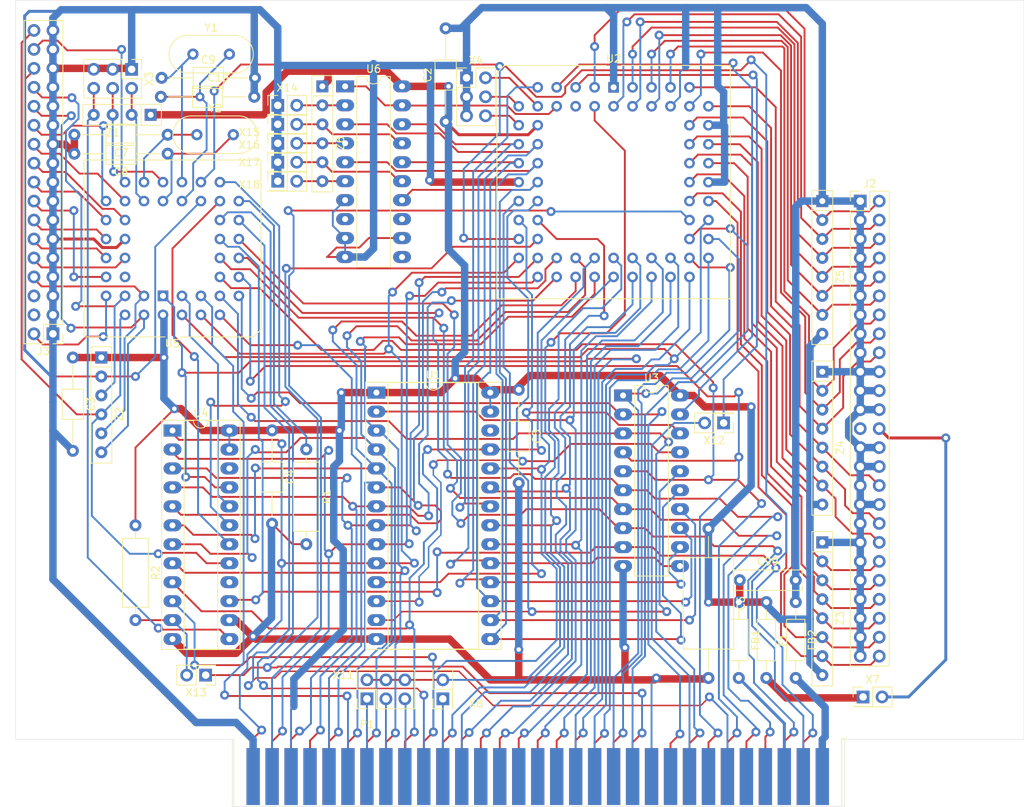
<source format=kicad_pcb>
(kicad_pcb (version 20221018) (generator pcbnew)
  (layers (0 "F.Cu" signal) (31 "B.Cu" signal) (34 "B.Paste" user) (35 "F.Paste" user) (36 "B.SilkS" user "B.Silkscreen") (37 "F.SilkS" user "F.Silkscreen") (38 "B.Mask" user) (39 "F.Mask" user) (44 "Edge.Cuts" user))
  (net 0 "")
  (net 1 "+5V")
  (net 2 "GND")
  (net 3 "Net-(X7-A)")
  (net 4 "Net-(FB1-Pad2)")
  (net 5 "Net-(FB2-Pad2)")
  (net 6 "/DB0")
  (net 7 "/DB1")
  (net 8 "/DB2")
  (net 9 "/DB3")
  (net 10 "/DB4")
  (net 11 "/DB5")
  (net 12 "/DB6")
  (net 13 "/DB7")
  (net 14 "/DBP")
  (net 15 "Net-(J2-Pin_26)")
  (net 16 "/ATN")
  (net 17 "/BSY")
  (net 18 "/ACK")
  (net 19 "/RST")
  (net 20 "/MSG")
  (net 21 "/SEL")
  (net 22 "/CD")
  (net 23 "/REQ")
  (net 24 "/IO")
  (net 28 "/~{INDEX}")
  (net 29 "/~{DIR}")
  (net 30 "/~{STEP}")
  (net 31 "/~{WRDATA}")
  (net 32 "/~{WRGATE}")
  (net 33 "/~{TRK0}")
  (net 34 "/~{WRPRO}")
  (net 35 "/~{RDATA}")
  (net 36 "/~{SIDE1}")
  (net 37 "/SRESET")
  (net 38 "/DRQ2")
  (net 39 "Net-(P1-UNUSED)")
  (net 40 "/~{SMEMW}")
  (net 41 "/~{SMEMR}")
  (net 42 "/~{SIOWC}")
  (net 43 "/~{SIORC}")
  (net 44 "/SCLK")
  (net 45 "/~{IRQ7}")
  (net 46 "/~{IRQ6}")
  (net 47 "/~{IRQ5}")
  (net 48 "/~{IRQ4}")
  (net 49 "/~{IRQ3}")
  (net 50 "/~{SDACK2}")
  (net 51 "/TC")
  (net 52 "/SOSC")
  (net 53 "/SD7")
  (net 54 "/SD6")
  (net 55 "/SD5")
  (net 56 "/SD4")
  (net 57 "/SD3")
  (net 58 "/SD2")
  (net 59 "/SD1")
  (net 60 "/SD0")
  (net 61 "/SAEN")
  (net 62 "/SA19")
  (net 63 "/SA18")
  (net 64 "/SA17")
  (net 65 "/SA16")
  (net 66 "/SA15")
  (net 67 "/SA14")
  (net 68 "/SA13")
  (net 69 "/SA12")
  (net 70 "/SA11")
  (net 71 "/SA10")
  (net 72 "/SA9")
  (net 73 "/SA8")
  (net 74 "/SA7")
  (net 75 "/SA6")
  (net 76 "/SA5")
  (net 77 "/SA4")
  (net 78 "/SA3")
  (net 79 "/SA2")
  (net 80 "/SA1")
  (net 81 "/SA0")
  (net 82 "/D0")
  (net 83 "/D1")
  (net 84 "/D2")
  (net 85 "/D3")
  (net 86 "/D4")
  (net 87 "/D5")
  (net 88 "/D6")
  (net 89 "/D7")
  (net 90 "/~{ROMSEL}")
  (net 92 "/~{IRQ}")
  (net 93 "/~{WAITST}")
  (net 95 "/~{DRVSEL}")
  (net 96 "/~{SWSEL}")
  (net 97 "/ASEL0")
  (net 98 "/ASEL1")
  (net 99 "/ASEL2")
  (net 100 "Net-(U4-I11)")
  (net 106 "/2")
  (net 107 "/4")
  (net 108 "/6")
  (net 109 "/15")
  (net 110 "/17")
  (net 111 "/DENSEL")
  (net 112 "/~{MOTA}")
  (net 113 "/~{DRVSELB}")
  (net 114 "/~{DRVSELA}")
  (net 115 "/~{MOTB}")
  (net 116 "/~{DSKCHG}")
  (net 117 "/~{IRQ2}")
  (net 119 "-5V")
  (net 120 "/XT1")
  (net 121 "/~{XT1}")
  (net 122 "/~{XT2}")
  (net 123 "/XT2")
  (net 124 "Net-(U4-IO11)")
  (net 125 "/~{LDCR}")
  (net 126 "/~{LDOR}")
  (net 127 "/~{FDCCS}")
  (net 128 "/PCVAL")
  (net 129 "/DRV")
  (net 130 "-12V")
  (net 131 "+12V")
  (net 132 "/~{SDACK3}")
  (net 133 "/DRQ3")
  (net 134 "/~{SDACK1}")
  (net 135 "/DRQ1")
  (net 136 "/~{SDACK0}")
  (net 137 "/SALE")
  (net 138 "/~{IOCHCK}")
  (net 139 "/IOCHRDY")
  (net 140 "Net-(U5-~{DCHGEN})")
  (footprint "Connector_PinHeader_2.54mm:PinHeader_2x01_P2.54mm_Vertical" (layer "F.Cu") (at 181.102 28.084)
    (fp_text reference "X14")
    (fp_text value "MCA")
  )
  (footprint "Connector_PinHeader_2.54mm:PinHeader_2x01_P2.54mm_Vertical" (layer "F.Cu") (at 171.45 104.411 180)
    (fp_text reference "X13")
    (fp_text value "ENABLE")
  )
  (footprint "Connector_PinHeader_2.54mm:PinHeader_2x03_P2.54mm_Vertical" (layer "F.Cu") (at 161.544 23.258 -90)
    (fp_text reference "X3")
    (fp_text value "FDC")
  )
  (footprint "Capacitor_THT:C_Axial_L3.8mm_D2.6mm_P12.50mm_Horizontal" (layer "F.Cu") (at 166.37 32.021 180)
    (fp_text reference "C7")
    (fp_text value "15p")
  )
  (footprint "my_own_conn:BUS_XT" (layer "F.Cu") (at 254 118)
    (fp_text reference "P1")
    (fp_text value "Bus_ISA_8bit")
  )
  (footprint "Connector_PinHeader_2.54mm:PinHeader_2x01_P2.54mm_Vertical" (layer "F.Cu") (at 181.102 35.704)
    (fp_text reference "X17")
    (fp_text value "?")
  )
  (footprint "Capacitor_THT:C_Axial_L3.8mm_D2.6mm_P12.50mm_Horizontal" (layer "F.Cu") (at 203.581 30.27 90)
    (fp_text reference "C2")
    (fp_text value "100n")
  )
  (footprint "Connector_PinHeader_2.54mm:PinHeader_2x25_P2.54mm_Vertical" (layer "F.Cu") (at 259.08 40.911)
    (fp_text reference "J2")
    (fp_text value "SCSI Intern")
  )
  (footprint "Resistor_THT:R_Array_SIP4" (layer "F.Cu") (at 164.084 29.354 180)
    (fp_text reference "Z1")
    (fp_text value "4k7")
  )
  (footprint "Connector_PinHeader_2.54mm:PinHeader_2x01_P2.54mm_Vertical" (layer "F.Cu") (at 181.102 30.624)
    (fp_text reference "X15")
    (fp_text value "SYQUEST")
  )
  (footprint "Package_DIP:DIP-20_W7.62mm_LongPads" (layer "F.Cu") (at 190.119 25.544)
    (fp_text reference "U6")
    (fp_text value "74LS244")
  )
  (footprint "Connector_PinHeader_2.54mm:PinHeader_2x01_P2.54mm_Vertical" (layer "F.Cu") (at 181.102 33.164)
    (fp_text reference "X16")
    (fp_text value "BOOTDIS")
  )
  (footprint "Capacitor_THT:C_Axial_L3.8mm_D2.6mm_P12.50mm_Horizontal" (layer "F.Cu") (at 153.67 61.866 -90)
    (fp_text reference "C3")
    (fp_text value "100n")
  )
  (footprint "Capacitor_THT:C_Axial_L3.8mm_D2.6mm_P12.50mm_Horizontal" (layer "F.Cu") (at 213.36 66.184 -90)
    (fp_text reference "C5")
    (fp_text value "100n")
  )
  (footprint "Connector_PinHeader_2.54mm:PinHeader_2x17_P2.54mm_Vertical" (layer "F.Cu") (at 151.003 58.691 180)
    (fp_text reference "J3")
    (fp_text value "Floppy Internal")
  )
  (footprint "Resistor_THT:R_Axial_DIN0309_L9.0mm_D3.2mm_P12.70mm_Horizontal" (layer "F.Cu") (at 162.052 84.345 -90)
    (fp_text reference "R2")
    (fp_text value "10k")
  )
  (footprint "Resistor_THT:R_Array_SIP6" (layer "F.Cu") (at 187.071 25.544 -90)
    (fp_text reference "Z6")
    (fp_text value "4k7")
  )
  (footprint "Package_LCC:PLCC-68_THT-Socket" (layer "F.Cu") (at 226.06 25.671)
    (fp_text reference "U2")
    (fp_text value "53C400")
  )
  (footprint "Package_DIP:DIP-28_W15.24mm_Socket_LongPads" (layer "F.Cu") (at 194.31 66.565)
    (fp_text reference "U1")
    (fp_text value "27C128")
  )
  (footprint "Resistor_THT:R_Axial_DIN0309_L9.0mm_D3.2mm_P12.70mm_Horizontal" (layer "F.Cu") (at 184.912 74.168 -90)
    (fp_text reference "R1")
    (fp_text value "1k")
  )
  (footprint "Resistor_THT:R_Array_SIP8" (layer "F.Cu") (at 254 63.771 -90)
    (fp_text reference "Z4")
    (fp_text value "330E")
  )
  (footprint "Package_DIP:DIP-24_W7.62mm_Socket_LongPads" (layer "F.Cu") (at 167.005 71.645)
    (fp_text reference "U4")
    (fp_text value "GAL20V10")
  )
  (footprint "Connector_PinHeader_2.54mm:PinHeader_2x03_P2.54mm_Vertical" (layer "F.Cu") (at 193.04 107.586 90)
    (fp_text reference "X11")
    (fp_text value "IRQSEL")
  )
  (footprint "Inductor_THT:L_Axial_L5.3mm_D2.2mm_P10.16mm_Horizontal_Vishay_IM-1" (layer "F.Cu") (at 250.444 94.632 -90)
    (fp_text reference "FB2")
    (fp_text value "?")
  )
  (footprint "Capacitor_THT:C_Rect_L9.0mm_W2.5mm_P7.50mm_MKT" (layer "F.Cu") (at 242.944 91.694)
    (fp_text reference "C99")
    (fp_text value "100n")
  )
  (footprint "Connector_PinHeader_2.54mm:PinHeader_2x01_P2.54mm_Vertical" (layer "F.Cu") (at 181.102 38.244)
    (fp_text reference "X18")
    (fp_text value "BUSRSTDLY")
  )
  (footprint "Connector_PinHeader_2.54mm:PinHeader_2x01_P2.54mm_Vertical" (layer "F.Cu") (at 259.461 107.332)
    (fp_text reference "X7")
    (fp_text value "TERMPWR")
  )
  (footprint "Crystal:Crystal_HC49-U_Vertical" (layer "F.Cu") (at 170.27 32.021)
    (fp_text reference "Y2")
    (fp_text value "16M")
  )
  (footprint "Crystal:Crystal_HC49-U_Vertical" (layer "F.Cu") (at 169.745 21.226)
    (fp_text reference "Y1")
    (fp_text value "9M6")
  )
  (footprint "Capacitor_THT:C_Axial_L3.8mm_D2.6mm_P12.50mm_Horizontal" (layer "F.Cu") (at 180.34 71.628 -90)
    (fp_text reference "C4")
    (fp_text value "100n")
  )
  (footprint "Capacitor_THT:C_Axial_L3.8mm_D2.6mm_P12.50mm_Horizontal" (layer "F.Cu") (at 165.454 26.941)
    (fp_text reference "C10")
    (fp_text value "56p")
  )
  (footprint "Capacitor_THT:C_Axial_L3.8mm_D2.6mm_P12.50mm_Horizontal" (layer "F.Cu") (at 166.37 34.561 180)
    (fp_text reference "C8")
    (fp_text value "47p")
  )
  (footprint "Inductor_THT:L_Axial_L5.3mm_D2.2mm_P10.16mm_Horizontal_Vishay_IM-1" (layer "F.Cu") (at 242.824 94.632 -90)
    (fp_text reference "FB1")
    (fp_text value "?")
  )
  (footprint "Package_LCC:PLCC-44_THT-Socket" (layer "F.Cu") (at 165.735 53.611 180)
    (fp_text reference "U5")
    (fp_text value "WD37C65")
  )
  (footprint "Capacitor_THT:C_Axial_L12.0mm_D6.5mm_P20.00mm_Horizontal" (layer "F.Cu") (at 238.76 84.792 -90)
    (fp_text reference "C6")
    (fp_text value "22u/35")
  )
  (footprint "Resistor_THT:R_Array_SIP6" (layer "F.Cu") (at 157.48 61.866 -90)
    (fp_text reference "Z2")
    (fp_text value "1k")
  )
  (footprint "Package_DIP:DIP-20_W7.62mm_LongPads" (layer "F.Cu") (at 227.33 66.946)
    (fp_text reference "U3")
    (fp_text value "74LS245")
  )
  (footprint "Connector_PinHeader_2.54mm:PinHeader_2x01_P2.54mm_Vertical" (layer "F.Cu") (at 203.2 107.586 90)
    (fp_text reference "X8")
    (fp_text value "IRQSEL")
  )
  (footprint "Connector_PinHeader_2.54mm:PinHeader_2x01_P2.54mm_Vertical" (layer "F.Cu") (at 240.792 70.629 180)
    (fp_text reference "X12")
    (fp_text value "?")
  )
  (footprint "Connector_PinHeader_2.54mm:PinHeader_2x03_P2.54mm_Vertical" (layer "F.Cu") (at 206.375 24.401)
    (fp_text reference "X4")
    (fp_text value "ADDRSEL")
  )
  (footprint "Resistor_THT:R_Array_SIP8" (layer "F.Cu") (at 254 86.631 -90)
    (fp_text reference "Z3")
    (fp_text value "330E")
  )
  (footprint "Inductor_THT:L_Axial_L5.3mm_D2.2mm_P10.16mm_Horizontal_Vishay_IM-1" (layer "F.Cu") (at 246.507 94.632 -90)
    (fp_text reference "F1")
    (fp_text value "2A")
  )
  (footprint "Capacitor_THT:C_Axial_L3.8mm_D2.6mm_P12.50mm_Horizontal" (layer "F.Cu") (at 165.554 24.401)
    (fp_text reference "C9")
    (fp_text value "68p")
  )
  (footprint "Resistor_THT:R_Array_SIP8" (layer "F.Cu") (at 254 40.911 -90)
    (fp_text reference "Z5")
    (fp_text value "330E")
  )
  (gr_line (start 146 113) (end 146 14) (stroke (width 0.05)) (layer "Edge.Cuts"))
  (gr_line (start 281 14) (end 281 113) (stroke (width 0.05)) (layer "Edge.Cuts"))
  (gr_line (start 175 113) (end 146 113) (stroke (width 0.05)) (layer "Edge.Cuts"))
  (gr_line (start 281 113) (end 257 113) (stroke (width 0.05)) (layer "Edge.Cuts"))
  (gr_line (start 257 113) (end 257 122) (stroke (width 0.05)) (layer "Edge.Cuts"))
  (gr_line (start 146 14) (end 281 14) (stroke (width 0.05)) (layer "Edge.Cuts"))
  (gr_line (start 175 122) (end 175 113) (stroke (width 0.05)) (layer "Edge.Cuts"))
  (gr_line (start 257 122) (end 175 122) (stroke (width 0.05)) (layer "Edge.Cuts"))
  (segment (start 175.006 71.645) (end 180.323 71.645) (width 1) (layer "F.Cu") (net 1))
  (segment (start 232.283 64.279) (end 234.95 66.946) (width 1) (layer "F.Cu") (net 1))
  (segment (start 162.052 84.345) (end 162.052 73.931) (width 0.25) (layer "F.Cu") (net 1))
  (segment (start 242.944 91.694) (end 242.944 94.512) (width 1) (layer "F.Cu") (net 1))
  (segment (start 214.63 32.021) (end 205.332 32.021) (width 0.4) (layer "F.Cu") (net 1))
  (segment (start 204.851 64.66) (end 207.645 64.66) (width 1) (layer "F.Cu") (net 1))
  (segment (start 157.48 61.866) (end 165.862 61.866) (width 1) (layer "F.Cu") (net 1))
  (segment (start 202.946 66.565) (end 204.851 64.66) (width 1) (layer "F.Cu") (net 1))
  (segment (start 180.34 71.628) (end 180.42 71.548) (width 1) (layer "F.Cu") (net 1))
  (segment (start 236.728 66.946) (end 238.252 68.47) (width 1) (layer "F.Cu") (net 1))
  (segment (start 162.052 73.931) (end 167.259 68.724) (width 0.25) (layer "F.Cu") (net 1))
  (segment (start 187.833 24.782) (end 187.071 25.544) (width 1) (layer "F.Cu") (net 1))
  (segment (start 180.323 71.645) (end 180.34 71.628) (width 1) (layer "F.Cu") (net 1))
  (segment (start 214.8205 64.279) (end 232.283 64.279) (width 1) (layer "F.Cu") (net 1))
  (segment (start 209.931 66.184) (end 213.36 66.184) (width 1) (layer "F.Cu") (net 1))
  (segment (start 157.48 61.866) (end 153.67 61.866) (width 1) (layer "F.Cu") (net 1))
  (segment (start 179.552 28.999) (end 179.197 29.354) (width 1) (layer "F.Cu") (net 1))
  (segment (start 194.31 66.565) (end 202.946 66.565) (width 1) (layer "F.Cu") (net 1))
  (segment (start 168.148 68.724) (end 167.259 68.724) (width 1) (layer "F.Cu") (net 1))
  (segment (start 179.552 26.332) (end 179.552 28.999) (width 1) (layer "F.Cu") (net 1))
  (segment (start 213.36 66.184) (end 213.36 65.7395) (width 1) (layer "F.Cu") (net 1))
  (segment (start 213.36 65.7395) (end 214.8205 64.279) (width 1) (layer "F.Cu") (net 1))
  (segment (start 182.372 23.512) (end 179.552 26.332) (width 1) (layer "F.Cu") (net 1))
  (segment (start 187.833 23.512) (end 182.372 23.512) (width 1) (layer "F.Cu") (net 1))
  (segment (start 180.42 71.548) (end 189.259986 71.548) (width 1) (layer "F.Cu") (net 1))
  (segment (start 179.197 29.354) (end 164.084 29.354) (width 1) (layer "F.Cu") (net 1))
  (segment (start 207.645 64.66) (end 209.55 66.565) (width 1) (layer "F.Cu") (net 1))
  (segment (start 189.611 66.565) (end 194.31 66.565) (width 1) (layer "F.Cu") (net 1))
  (segment (start 187.833 23.512) (end 187.833 24.782) (width 1) (layer "F.Cu") (net 1))
  (segment (start 215.9 30.751) (end 214.63 32.021) (width 0.4) (layer "F.Cu") (net 1))
  (segment (start 171.069 71.645) (end 168.148 68.724) (width 1) (layer "F.Cu") (net 1))
  (segment (start 234.95 66.946) (end 236.728 66.946) (width 1) (layer "F.Cu") (net 1))
  (segment (start 195.707 23.512) (end 187.833 23.512) (width 1) (layer "F.Cu") (net 1))
  (segment (start 197.739 25.544) (end 203.962 25.544) (width 1) (layer "F.Cu") (net 1))
  (segment (start 189.259986 71.548) (end 189.356988 71.645002) (width 1) (layer "F.Cu") (net 1))
  (segment (start 209.55 66.565) (end 209.931 66.184) (width 1) (layer "F.Cu") (net 1))
  (segment (start 238.76 94.632) (end 246.126 94.632) (width 1) (layer "F.Cu") (net 1))
  (segment (start 205.332 32.021) (end 203.581 30.27) (width 0.4) (layer "F.Cu") (net 1))
  (segment (start 197.739 25.544) (end 195.707 23.512) (width 1) (layer "F.Cu") (net 1))
  (segment (start 238.252 68.47) (end 244.475 68.47) (width 1) (layer "F.Cu") (net 1))
  (segment (start 174.625 71.645) (end 171.069 71.645) (width 1) (layer "F.Cu") (net 1))
  (via (at 165.862 61.866) (size 1.2) (drill 0.6) (layers "F.Cu" "B.Cu") (net 1))
  (via (at 167.259 68.724) (size 1.2) (drill 0.6) (layers "F.Cu" "B.Cu") (net 1))
  (via (at 189.611 66.565) (size 1.2) (drill 0.6) (layers "F.Cu" "B.Cu") (net 1))
  (via (at 203.962 25.544) (size 1.2) (drill 0.6) (layers "F.Cu" "B.Cu") (net 1))
  (via (at 204.851 64.66) (size 1.2) (drill 0.6) (layers "F.Cu" "B.Cu") (net 1))
  (via (at 189.356988 71.645002) (size 1.2) (drill 0.6) (layers "F.Cu" "B.Cu") (net 1))
  (via (at 244.475 68.47) (size 1.2) (drill 0.6) (layers "F.Cu" "B.Cu") (net 1))
  (via (at 238.76 94.632) (size 1.2) (drill 0.6) (layers "F.Cu" "B.Cu") (net 1))
  (segment (start 189.865 87.647) (end 188.595 86.377) (width 1) (layer "B.Cu") (net 1))
  (segment (start 183.261 108.602) (end 183.261 104.919) (width 1) (layer "B.Cu") (net 1))
  (segment (start 252.349 102.76) (end 254 104.411) (width 1) (layer "B.Cu") (net 1))
  (segment (start 238.76 84.792) (end 238.76 94.632) (width 1) (layer "B.Cu") (net 1))
  (segment (start 189.865 98.315) (end 189.865 87.647) (width 1) (layer "B.Cu") (net 1))
  (segment (start 182.88 108.983) (end 183.261 108.602) (width 0.25) (layer "B.Cu") (net 1))
  (segment (start 165.862 67.327) (end 165.862 61.866) (width 1) (layer "B.Cu") (net 1))
  (segment (start 188.595 86.377) (end 188.595 76.471) (width 1) (layer "B.Cu") (net 1))
  (segment (start 252.349 60.342) (end 252.349 81.551) (width 1) (layer "B.Cu") (net 1))
  (segment (start 203.581 30.27) (end 203.962 30.651) (width 1) (layer "B.Cu") (net 1))
  (segment (start 204.851 62.374) (end 204.851 64.66) (width 1) (layer "B.Cu") (net 1))
  (segment (start 203.962 47.388) (end 206.121 49.547) (width 1) (layer "B.Cu") (net 1))
  (segment (start 209.55 66.565) (end 209.55 69.105) (width 0.25) (layer "B.Cu") (net 1))
  (segment (start 189.356988 75.709012) (end 189.356988 71.645002) (width 1) (layer "B.Cu") (net 1))
  (segment (start 174.625 71.645) (end 174.625 74.185) (width 0.25) (layer "B.Cu") (net 1))
  (segment (start 183.261 104.919) (end 189.865 98.315) (width 1) (layer "B.Cu") (net 1))
  (segment (start 254 58.691) (end 252.349 60.342) (width 1) (layer "B.Cu") (net 1))
  (segment (start 189.611 71.39099) (end 189.356988 71.645002) (width 1) (layer "B.Cu") (net 1))
  (segment (start 252.349 81.551) (end 252.349 96.918) (width 1) (layer "B.Cu") (net 1))
  (segment (start 167.259 68.724) (end 165.862 67.327) (width 1) (layer "B.Cu") (net 1))
  (segment (start 203.962 25.544) (end 203.962 29.889) (width 1) (layer "B.Cu") (net 1))
  (segment (start 206.121 61.104) (end 204.851 62.374) (width 1) (layer "B.Cu") (net 1))
  (segment (start 203.962 30.651) (end 203.962 47.388) (width 1) (layer "B.Cu") (net 1))
  (segment (start 248.412 96.918) (end 252.349 96.918) (width 1) (layer "B.Cu") (net 1))
  (segment (start 252.349 96.918) (end 252.349 102.76) (width 1) (layer "B.Cu") (net 1))
  (segment (start 246.38 94.886) (end 248.412 96.918) (width 1) (layer "B.Cu") (net 1))
  (segment (start 182.88 118) (end 182.88 108.983) (width 0.25) (layer "B.Cu") (net 1))
  (segment (start 254 81.551) (end 252.349 81.551) (width 1) (layer "B.Cu") (net 1))
  (segment (start 165.862 61.866) (end 165.862 56.278) (width 1) (layer "B.Cu") (net 1))
  (segment (start 189.611 66.565) (end 189.611 71.39099) (width 1) (layer "B.Cu") (net 1))
  (segment (start 206.121 49.547) (end 206.121 61.104) (width 1) (layer "B.Cu") (net 1))
  (segment (start 188.595 76.471) (end 189.356988 75.709012) (width 1) (layer "B.Cu") (net 1))
  (segment (start 244.475 79.0165) (end 244.475 68.47) (width 1) (layer "B.Cu") (net 1))
  (segment (start 203.962 29.889) (end 203.581 30.27) (width 1) (layer "B.Cu") (net 1))
  (segment (start 238.7485 84.743) (end 244.475 79.0165) (width 1) (layer "B.Cu") (net 1))
  (segment (start 231.521015 105.046) (end 231.775005 104.79201) (width 1) (layer "F.Cu") (net 2))
  (segment (start 231.901995 104.919) (end 231.775005 104.79201) (width 1) (layer "F.Cu") (net 2))
  (segment (start 159.512 47.134) (end 160.655 45.991) (width 0.4) (layer "F.Cu") (net 2))
  (segment (start 178.181 99.585) (end 177.8 99.204) (width 1) (layer "F.Cu") (net 2))
  (segment (start 168.91 101.49) (end 167.005 99.585) (width 1) (layer "F.Cu") (net 2))
  (segment (start 188.976 47.134) (end 192.024 47.134) (width 0.25) (layer "F.Cu") (net 2))
  (segment (start 209.55 105.046) (end 204.089 99.585) (width 1) (layer "F.Cu") (net 2))
  (segment (start 193.294 45.864) (end 197.739 45.864) (width 0.25) (layer "F.Cu") (net 2))
  (segment (start 190.119 48.404) (end 187.706 48.404) (width 0.25) (layer "F.Cu") (net 2))
  (segment (start 184.912 86.868) (end 183.08 86.868) (width 0.25) (layer "F.Cu") (net 2))
  (segment (start 183.08 86.868) (end 180.34 84.128) (width 0.25) (layer "F.Cu") (net 2))
  (segment (start 227.584 105.046) (end 213.487 105.046) (width 1) (layer "F.Cu") (net 2))
  (segment (start 177.673 99.204) (end 175.514 97.045) (width 1) (layer "F.Cu") (net 2))
  (segment (start 153.87 32.021) (end 153.87 34.561) (width 1) (layer "F.Cu") (net 2))
  (segment (start 151.003 23.131) (end 161.417 23.131) (width 1) (layer "F.Cu") (net 2))
  (segment (start 177.8 99.204) (end 175.514 101.49) (width 1) (layer "F.Cu") (net 2))
  (segment (start 175.514 97.045) (end 174.625 97.045) (width 1) (layer "F.Cu") (net 2))
  (segment (start 201.676 38.371) (end 213.36 38.371) (width 1) (layer "F.Cu") (net 2))
  (segment (start 213.36 100.982) (end 213.36 104.919) (width 1) (layer "F.Cu") (net 2))
  (segment (start 151.003 45.991) (end 156.464 45.991) (width 0.4) (layer "F.Cu") (net 2))
  (segment (start 177.8 99.204) (end 177.673 99.204) (width 1) (layer "F.Cu") (net 2))
  (segment (start 213.36 104.919) (end 213.487 105.046) (width 1) (layer "F.Cu") (net 2))
  (segment (start 194.31 99.585) (end 178.181 99.585) (width 1) (layer "F.Cu") (net 2))
  (segment (start 151.257 33.291) (end 152.6 33.291) (width 1) (layer "F.Cu") (net 2))
  (segment (start 192.024 47.134) (end 193.294 45.864) (width 0.25) (layer "F.Cu") (net 2))
  (segment (start 227.584 105.046) (end 231.521015 105.046) (width 1) (layer "F.Cu") (net 2))
  (segment (start 152.6 33.291) (end 153.87 34.561) (width 1) (layer "F.Cu") (net 2))
  (segment (start 156.464 45.991) (end 157.607 47.134) (width 0.4) (layer "F.Cu") (net 2))
  (segment (start 213.487 105.046) (end 209.55 105.046) (width 1) (layer "F.Cu") (net 2))
  (segment (start 201.422 38.117) (end 201.676 38.371) (width 1) (layer "F.Cu") (net 2))
  (segment (start 157.607 47.134) (end 159.512 47.134) (width 0.4) (layer "F.Cu") (net 2))
  (segment (start 175.514 101.49) (end 168.91 101.49) (width 1) (layer "F.Cu") (net 2))
  (segment (start 227.584 100.728) (end 227.584 105.046) (width 1) (layer "F.Cu") (net 2))
  (segment (start 187.706 48.404) (end 188.976 47.134) (width 0.25) (layer "F.Cu") (net 2))
  (segment (start 204.089 99.585) (end 194.31 99.585) (width 1) (layer "F.Cu") (net 2))
  (segment (start 238.633 104.919) (end 231.901995 104.919) (width 1) (layer "F.Cu") (net 2))
  (via (at 201.422 38.117) (size 1.2) (drill 0.6) (layers "F.Cu" "B.Cu") (net 2))
  (via (at 231.775005 104.79201) (size 1.2) (drill 0.6) (layers "F.Cu" "B.Cu") (net 2))
  (via (at 213.36 100.982) (size 1.2) (drill 0.6) (layers "F.Cu" "B.Cu") (net 2))
  (via (at 227.584 100.728) (size 1.2) (drill 0.6) (layers "F.Cu" "B.Cu") (net 2))
  (via (at 177.8 99.204) (size 1.2) (drill 0.6) (layers "F.Cu" "B.Cu") (net 2))
  (segment (start 227.33 100.474) (end 227.584 100.728) (width 1) (layer "B.Cu") (net 2))
  (segment (start 151.003 58.691) (end 151.003 33.291) (width 1) (layer "B.Cu") (net 2))
  (segment (start 250.444 91.694) (end 250.444 41.656) (width 1) (layer "B.Cu") (net 2))
  (segment (start 147.213 16.109) (end 147.828 15.494) (width 0.4) (layer "B.Cu") (net 2))
  (segment (start 240 25.514) (end 240 15) (width 1) (layer "B.Cu") (net 2))
  (segment (start 180.26 96.744) (end 177.8 99.204) (width 1) (layer "B.Cu") (net 2))
  (segment (start 206.375 17.035) (end 206.375 24.401) (width 1) (layer "B.Cu") (net 2))
  (segment (start 250.444 94.632) (end 250.444 91.694) (width 1) (layer "B.Cu") (net 2))
  (segment (start 234.95 23.639) (end 235.712 22.877) (width 0.25) (layer "B.Cu") (net 2))
  (segment (start 151.003 91.584) (end 170.18 110.761) (width 1) (layer "B.Cu") (net 2))
  (segment (start 147.828 15.494) (end 151.892 15.494) (width 0.4) (layer "B.Cu") (net 2))
  (segment (start 225.06 15) (end 208.41 15) (width 1) (layer "B.Cu") (net 2))
  (segment (start 233.68 28.211) (end 234.95 26.941) (width 0.25) (layer "B.Cu") (net 2))
  (segment (start 193.929 47.261) (end 193.929 22.496) (width 1) (layer "B.Cu") (net 2))
  (segment (start 152.102 15.284) (end 151.003 16.383) (width 1) (layer "B.Cu") (net 2))
  (segment (start 180.34 84.128) (end 180.26 84.208) (width 1) (layer "B.Cu") (net 2))
  (segment (start 259.08 76.471) (end 259.08 101.871) (width 1) (layer "B.Cu") (net 2))
  (segment (start 206.375 29.481) (end 206.375 24.401) (width 1) (layer "B.Cu") (net 2))
  (segment (start 181.102 17.67) (end 181.102 23.385) (width 1) (layer "B.Cu") (net 2))
  (segment (start 205.64 17.77) (end 203.581 17.77) (width 1) (layer "B.Cu") (net 2))
  (segment (start 234.95 26.941) (end 234.95 23.639) (width 0.25) (layer "B.Cu") (net 2))
  (segment (start 261.62 66.311) (end 259.08 66.311) (width 1) (layer "B.Cu") (net 2))
  (segment (start 240 15) (end 251.838 15) (width 1) (layer "B.Cu") (net 2))
  (segment (start 201.549 37.99) (end 201.422 38.117) (width 1) (layer "B.Cu") (net 2))
  (segment (start 192.786 48.404) (end 193.929 47.261) (width 1) (layer "B.Cu") (net 2))
  (segment (start 231.14 105.427015) (end 231.775005 104.79201) (width 0.25) (layer "B.Cu") (net 2))
  (segment (start 250.444 41.656) (end 251.189 40.911) (width 1) (layer "B.Cu") (net 2))
  (segment (start 225.06 15) (end 235.712 15) (width 1) (layer "B.Cu") (net 2))
  (segment (start 259.08 40.911) (end 254 40.911) (width 1) (layer "B.Cu") (net 2))
  (segment (start 201.549 22.75) (end 206.502 22.75) (width 1) (layer "B.Cu") (net 2))
  (segment (start 151.003 18.051) (end 151.003 33.291) (width 1) (layer "B.Cu") (net 2))
  (segment (start 206.375 17.035) (end 205.64 17.77) (width 1) (layer "B.Cu") (net 2))
  (segment (start 170.18 110.761) (end 175.514 110.761) (width 1) (layer "B.Cu") (net 2))
  (segment (start 175.514 110.761) (end 177.8 113.047) (width 1) (layer "B.Cu") (net 2))
  (segment (start 251.189 40.911) (end 254 40.911) (width 1) (layer "B.Cu") (net 2))
  (segment (start 147.213 60.853) (end 147.213 16.109) (width 0.4) (layer "B.Cu") (net 2))
  (segment (start 180.26 84.208) (end 180.26 96.744) (width 1) (layer "B.Cu") (net 2))
  (segment (start 257.53 72.381) (end 259.08 73.931) (width 1) (layer "B.Cu") (net 2))
  (segment (start 193.675 22.75) (end 181.102 22.75) (width 1) (layer "B.Cu") (net 2))
  (segment (start 151.003 58.691) (end 151.003 67.835) (width 1) (layer "B.Cu") (net 2))
  (segment (start 231.14 118) (end 231.14 105.427015) (width 0.25) (layer "B.Cu") (net 2))
  (segment (start 188.468 42.435) (end 190.119 40.784) (width 0.25) (layer "B.Cu") (net 2))
  (segment (start 161.544 15.565) (end 161.544 23.258) (width 1) (layer "B.Cu") (net 2))
  (segment (start 240.792 30.751) (end 240.792 26.306) (width 1) (layer "B.Cu") (net 2))
  (segment (start 151.003 64.643) (end 147.213 60.853) (width 0.4) (layer "B.Cu") (net 2))
  (segment (start 151.003 71.699) (end 151.003 91.584) (width 1) (layer "B.Cu") (net 2))
  (segment (start 261.62 81.551) (end 259.08 81.551) (width 1) (layer "B.Cu") (net 2))
  (segment (start 177.954 15.284) (end 162.56 15.284) (width 1) (layer "B.Cu") (net 2))
  (segment (start 193.675 22.75) (end 201.549 22.75) (width 1) (layer "B.Cu") (net 2))
  (segment (start 238.76 38.371) (end 240.919 38.371) (width 1) (layer "B.Cu") (net 2))
  (segment (start 193.929 22.496) (end 193.675 22.75) (width 1) (layer "B.Cu") (net 2))
  (segment (start 257.53 70.401) (end 257.53 72.381) (width 1) (layer "B.Cu") (net 2))
  (segment (start 151.003 67.835) (end 151.003 71.699) (width 1) (layer "B.Cu") (net 2))
  (segment (start 177.954 15.284) (end 178.716 15.284) (width 1) (layer "B.Cu") (net 2))
  (segment (start 226.06 25.671) (end 226.06 16) (width 1) (layer "B.Cu") (net 2))
  (segment (start 190.119 45.864) (end 190.119 48.404) (width 0.25) (layer "B.Cu") (net 2))
  (segment (start 177.954 26.941) (end 177.954 15.284) (width 1) (layer "B.Cu") (net 2))
  (segment (start 190.119 48.404) (end 192.786 48.404) (width 1) (layer "B.Cu") (net 2))
  (segment (start 190.119 45.864) (end 188.468 44.213) (width 0.25) (layer "B.Cu") (net 2))
  (segment (start 208.41 15) (end 206.375 17.035) (width 1) (layer "B.Cu") (net 2))
  (segment (start 206.502 22.75) (end 206.502 24.274) (width 1) (layer "B.Cu") (net 2))
  (segment (start 261.62 68.851) (end 259.08 68.851) (width 1) (layer "B.Cu") (net 2))
  (segment (start 251.838 15) (end 254 17.162) (width 1) (layer "B.Cu") (net 2))
  (segment (start 181.102 22.75) (end 181.102 23.385) (width 1) (layer "B.Cu") (net 2))
  (segment (start 178.716 15.284) (end 181.102 17.67) (width 1) (layer "B.Cu") (net 2))
  (segment (start 201.549 22.75) (end 201.549 37.99) (width 1) (layer "B.Cu") (net 2))
  (segment (start 261.62 63.771) (end 259.08 63.771) (width 1) (layer "B.Cu") (net 2))
  (segment (start 261.62 73.931) (end 259.08 73.931) (width 1) (layer "B.Cu") (net 2))
  (segment (start 227.33 89.806) (end 227.33 100.474) (width 1) (layer "B.Cu") (net 2))
  (segment (start 240.919 30.878) (end 240.792 30.751) (width 1) (layer "B.Cu") (net 2))
  (segment (start 254 63.771) (end 259.08 63.771) (width 1) (layer "B.Cu") (net 2))
  (segment (start 259.08 68.851) (end 257.53 70.401) (width 1) (layer "B.Cu") (net 2))
  (segment (start 177.8 113.047) (end 177.8 118) (width 1) (layer "B.Cu") (net 2))
  (segment (start 151.003 71.699) (end 153.67 74.366) (width 1) (layer "B.Cu") (net 2))
  (segment (start 188.468 44.213) (end 188.468 42.435) (width 0.25) (layer "B.Cu") (net 2))
  (segment (start 259.08 40.911) (end 259.08 68.851) (width 1) (layer "B.Cu") (net 2))
  (segment (start 151.003 16.383) (end 151.003 18.051) (width 1) (layer "B.Cu") (net 2))
  (segment (start 213.36 79.192) (end 213.36 100.982) (width 1) (layer "B.Cu") (net 2))
  (segment (start 261.62 76.471) (end 259.08 76.471) (width 1) (layer "B.Cu") (net 2))
  (segment (start 181.102 23.385) (end 181.102 38.244) (width 1) (layer "B.Cu") (net 2))
  (segment (start 240.792 26.306) (end 240 25.514) (width 1) (layer "B.Cu") (net 2))
  (segment (start 162.56 15.284) (end 152.102 15.284) (width 1) (layer "B.Cu") (net 2))
  (segment (start 151.892 15.494) (end 152.102 15.284) (width 0.4) (layer "B.Cu") (net 2))
  (segment (start 254 17.162) (end 254 40.911) (width 1) (layer "B.Cu") (net 2))
  (segment (start 226.06 16) (end 225.06 15) (width 1) (layer "B.Cu") (net 2))
  (segment (start 235.712 15) (end 235.712 22.877) (width 1) (layer "B.Cu") (net 2))
  (segment (start 240.919 38.371) (end 240.919 30.878) (width 1) (layer "B.Cu") (net 2))
  (segment (start 162.56 15.284) (end 161.825 15.284) (width 1) (layer "B.Cu") (net 2))
  (segment (start 254 86.631) (end 259.08 86.631) (width 1) (layer "B.Cu") (net 2))
  (segment (start 151.003 67.835) (end 151.003 64.643) (width 0.4) (layer "B.Cu") (net 2))
  (segment (start 240.792 30.751) (end 238.76 30.751) (width 1) (layer "B.Cu") (net 2))
  (segment (start 259.08 76.471) (end 259.08 73.931) (width 1) (layer "B.Cu") (net 2))
  (segment (start 161.825 15.284) (end 161.544 15.565) (width 1) (layer "B.Cu") (net 2))
  (segment (start 235.712 15) (end 240 15) (width 1) (layer "B.Cu") (net 2))
  (segment (start 246.507 104.792) (end 249.174 107.459) (width 1) (layer "F.Cu") (net 3))
  (segment (start 249.174 107.459) (end 259.334 107.459) (width 1) (layer "F.Cu") (net 3))
  (segment (start 242.824 104.792) (end 248.92 110.888) (width 0.4) (layer "B.Cu") (net 4))
  (segment (start 248.92 110.888) (end 248.92 118) (width 0.4) (layer "B.Cu") (net 4))
  (segment (start 254.381 108.729) (end 250.444 104.792) (width 1) (layer "B.Cu") (net 5))
  (segment (start 254 113.047) (end 254.381 112.666) (width 1) (layer "B.Cu") (net 5))
  (segment (start 254 118) (end 254 113.047) (width 1) (layer "B.Cu") (net 5))
  (segment (start 254.381 112.666) (end 254.381 108.729) (width 1) (layer "B.Cu") (net 5))
  (segment (start 223.52 18.686) (end 223.52 20.21) (width 0.25) (layer "F.Cu") (net 6))
  (segment (start 249.174 15.384) (end 226.822 15.384) (width 0.25) (layer "F.Cu") (net 6))
  (segment (start 254 43.451) (end 255.175 42.276) (width 0.25) (layer "F.Cu") (net 6))
  (segment (start 255.175 42.276) (end 260.255 42.276) (width 0.25) (layer "F.Cu") (net 6))
  (segment (start 254 43.451) (end 251.62 41.071) (width 0.25) (layer "F.Cu") (net 6))
  (segment (start 251.62 17.83) (end 249.174 15.384) (width 0.25) (layer "F.Cu") (net 6))
  (segment (start 226.822 15.384) (end 223.52 18.686) (width 0.25) (layer "F.Cu") (net 6))
  (segment (start 251.62 41.071) (end 251.62 17.83) (width 0.25) (layer "F.Cu") (net 6))
  (segment (start 260.255 42.276) (end 261.62 40.911) (width 0.25) (layer "F.Cu") (net 6))
  (via (at 223.52 20.21) (size 1.2) (drill 0.6) (layers "F.Cu" "B.Cu") (net 6))
  (segment (start 223.52 25.671) (end 223.52 20.21) (width 0.25) (layer "B.Cu") (net 6))
  (segment (start 251.17 43.161) (end 254 45.991) (width 0.25) (layer "F.Cu") (net 7))
  (segment (start 227.838 16.908) (end 228.854 15.892) (width 0.25) (layer "F.Cu") (net 7))
  (segment (start 254 45.991) (end 255.365 44.626) (width 0.25) (layer "F.Cu") (net 7))
  (segment (start 248.158 15.892) (end 251.17 18.904) (width 0.25) (layer "F.Cu") (net 7))
  (segment (start 255.365 44.626) (end 260.445 44.626) (width 0.25) (layer "F.Cu") (net 7))
  (segment (start 260.445 44.626) (end 261.62 43.451) (width 0.25) (layer "F.Cu") (net 7))
  (segment (start 228.854 15.892) (end 248.158 15.892) (width 0.25) (layer "F.Cu") (net 7))
  (segment (start 251.17 18.904) (end 251.17 43.161) (width 0.25) (layer "F.Cu") (net 7))
  (via (at 227.838 16.908) (size 1.2) (drill 0.6) (layers "F.Cu" "B.Cu") (net 7))
  (segment (start 227.371 17.375) (end 227.838 16.908) (width 0.25) (layer "B.Cu") (net 7))
  (segment (start 227.371 26.9) (end 227.371 17.375) (width 0.25) (layer "B.Cu") (net 7))
  (segment (start 226.06 28.211) (end 227.371 26.9) (width 0.25) (layer "B.Cu") (net 7))
  (segment (start 260.445 47.166) (end 261.62 45.991) (width 0.25) (layer "F.Cu") (net 8))
  (segment (start 250.72 19.718416) (end 247.909584 16.908) (width 0.25) (layer "F.Cu") (net 8))
  (segment (start 255.365 47.166) (end 260.445 47.166) (width 0.25) (layer "F.Cu") (net 8))
  (segment (start 247.909584 16.908) (end 229.616 16.908) (width 0.25) (layer "F.Cu") (net 8))
  (segment (start 254 48.531) (end 250.72 45.251) (width 0.25) (layer "F.Cu") (net 8))
  (segment (start 254 48.531) (end 255.365 47.166) (width 0.25) (layer "F.Cu") (net 8))
  (segment (start 250.72 45.251) (end 250.72 19.718416) (width 0.25) (layer "F.Cu") (net 8))
  (via (at 229.616 16.908) (size 1.2) (drill 0.6) (layers "F.Cu" "B.Cu") (net 8))
  (segment (start 228.6 28.211) (end 229.6362 27.1748) (width 0.25) (layer "B.Cu") (net 8))
  (segment (start 229.6362 16.9282) (end 229.616 16.908) (width 0.25) (layer "B.Cu") (net 8))
  (segment (start 229.6362 27.1748) (end 229.6362 16.9282) (width 0.25) (layer "B.Cu") (net 8))
  (segment (start 250.27 19.904812) (end 248.035188 17.67) (width 0.25) (layer "F.Cu") (net 9))
  (segment (start 254 51.071) (end 255.365 49.706) (width 0.25) (layer "F.Cu") (net 9))
  (segment (start 254 51.071) (end 250.27 47.341) (width 0.25) (layer "F.Cu") (net 9))
  (segment (start 228.6 20.21) (end 228.6 21.226) (width 0.25) (layer "F.Cu") (net 9))
  (segment (start 255.365 49.706) (end 260.445 49.706) (width 0.25) (layer "F.Cu") (net 9))
  (segment (start 248.035188 17.67) (end 231.14 17.67) (width 0.25) (layer "F.Cu") (net 9))
  (segment (start 260.445 49.706) (end 261.62 48.531) (width 0.25) (layer "F.Cu") (net 9))
  (segment (start 231.14 17.67) (end 228.6 20.21) (width 0.25) (layer "F.Cu") (net 9))
  (segment (start 250.27 47.341) (end 250.27 19.904812) (width 0.25) (layer "F.Cu") (net 9))
  (via (at 228.6 21.226) (size 1.2) (drill 0.6) (layers "F.Cu" "B.Cu") (net 9))
  (segment (start 228.6 25.671) (end 228.6 21.226) (width 0.25) (layer "B.Cu") (net 9))
  (segment (start 255.365 52.246) (end 260.445 52.246) (width 0.25) (layer "F.Cu") (net 10))
  (segment (start 260.445 52.246) (end 261.62 51.071) (width 0.25) (layer "F.Cu") (net 10))
  (segment (start 249.82 49.431) (end 249.82 20.091208) (width 0.25) (layer "F.Cu") (net 10))
  (segment (start 249.82 20.091208) (end 248.414792 18.686) (width 0.25) (layer "F.Cu") (net 10))
  (segment (start 254 53.611) (end 255.365 52.246) (width 0.25) (layer "F.Cu") (net 10))
  (segment (start 248.414792 18.686) (end 232.156 18.686) (width 0.25) (layer "F.Cu") (net 10))
  (segment (start 254 53.611) (end 249.82 49.431) (width 0.25) (layer "F.Cu") (net 10))
  (via (at 232.156 18.686) (size 1.2) (drill 0.6) (layers "F.Cu" "B.Cu") (net 10))
  (segment (start 232.156 18.686) (end 232.1762 18.7062) (width 0.25) (layer "B.Cu") (net 10))
  (segment (start 232.1762 27.1748) (end 231.14 28.211) (width 0.25) (layer "B.Cu") (net 10))
  (segment (start 232.1762 18.7062) (end 232.1762 27.1748) (width 0.25) (layer "B.Cu") (net 10))
  (segment (start 254 56.151) (end 249.37 51.521) (width 0.25) (layer "F.Cu") (net 11))
  (segment (start 249.37 20.277604) (end 248.540396 19.448) (width 0.25) (layer "F.Cu") (net 11))
  (segment (start 248.540396 19.448) (end 232.918 19.448) (width 0.25) (layer "F.Cu") (net 11))
  (segment (start 254 56.151) (end 255.365 54.786) (width 0.25) (layer "F.Cu") (net 11))
  (segment (start 255.365 54.786) (end 260.445 54.786) (width 0.25) (layer "F.Cu") (net 11))
  (segment (start 249.37 51.521) (end 249.37 20.277604) (width 0.25) (layer "F.Cu") (net 11))
  (segment (start 260.445 54.786) (end 261.62 53.611) (width 0.25) (layer "F.Cu") (net 11))
  (segment (start 232.918 19.448) (end 231.14 21.226) (width 0.25) (layer "F.Cu") (net 11))
  (via (at 231.14 21.226) (size 1.2) (drill 0.6) (layers "F.Cu" "B.Cu") (net 11))
  (segment (start 231.14 25.671) (end 231.14 21.226) (width 0.25) (layer "B.Cu") (net 11))
  (segment (start 248.92 20.464) (end 248.666 20.21) (width 0.25) (layer "F.Cu") (net 12))
  (segment (start 252.222 64.533) (end 252.222 56.278) (width 0.25) (layer "F.Cu") (net 12))
  (segment (start 260.445 57.326) (end 261.62 56.151) (width 0.25) (layer "F.Cu") (net 12))
  (segment (start 258.783299 57.326) (end 260.445 57.326) (width 0.25) (layer "F.Cu") (net 12))
  (segment (start 248.666 20.21) (end 234.696 20.21) (width 0.25) (layer "F.Cu") (net 12))
  (segment (start 255.524 60.585299) (end 258.783299 57.326) (width 0.25) (layer "F.Cu") (net 12))
  (segment (start 248.92 52.976) (end 248.92 20.464) (width 0.25) (layer "F.Cu") (net 12))
  (segment (start 252.222 56.278) (end 248.92 52.976) (width 0.25) (layer "F.Cu") (net 12))
  (segment (start 234.696 20.21) (end 233.68 21.226) (width 0.25) (layer "F.Cu") (net 12))
  (segment (start 254 66.311) (end 255.524 64.787) (width 0.25) (layer "F.Cu") (net 12))
  (segment (start 254 66.311) (end 252.222 64.533) (width 0.25) (layer "F.Cu") (net 12))
  (segment (start 255.524 64.787) (end 255.524 60.585299) (width 0.25) (layer "F.Cu") (net 12))
  (via (at 233.68 21.226) (size 1.2) (drill 0.6) (layers "F.Cu" "B.Cu") (net 12))
  (segment (start 233.68 25.671) (end 233.68 21.226) (width 0.25) (layer "B.Cu") (net 12))
  (segment (start 258.593299 59.866) (end 260.445 59.866) (width 0.25) (layer "F.Cu") (net 13))
  (segment (start 237.744 21.226) (end 237.957 21.013) (width 0.25) (layer "F.Cu") (net 13))
  (segment (start 251.714 66.565) (end 254 68.851) (width 0.25) (layer "F.Cu") (net 13))
  (segment (start 254 68.851) (end 256.344 66.507) (width 0.25) (layer "F.Cu") (net 13))
  (segment (start 248.47 23.443) (end 248.47 53.162396) (width 0.25) (layer "F.Cu") (net 13))
  (segment (start 256.344 62.115299) (end 258.593299 59.866) (width 0.25) (layer "F.Cu") (net 13))
  (segment (start 246.04 21.013) (end 248.47 23.443) (width 0.25) (layer "F.Cu") (net 13))
  (segment (start 237.957 21.013) (end 246.04 21.013) (width 0.25) (layer "F.Cu") (net 13))
  (segment (start 248.47 53.162396) (end 251.714 56.406396) (width 0.25) (layer "F.Cu") (net 13))
  (segment (start 251.714 56.406396) (end 251.714 66.565) (width 0.25) (layer "F.Cu") (net 13))
  (segment (start 256.344 66.507) (end 256.344 62.115299) (width 0.25) (layer "F.Cu") (net 13))
  (segment (start 260.445 59.866) (end 261.62 58.691) (width 0.25) (layer "F.Cu") (net 13))
  (via (at 237.744 21.226) (size 1.2) (drill 0.6) (layers "F.Cu" "B.Cu") (net 13))
  (segment (start 236.22 28.211) (end 237.744 26.687) (width 0.25) (layer "B.Cu") (net 13))
  (segment (start 237.744 26.687) (end 237.744 21.226) (width 0.25) (layer "B.Cu") (net 13))
  (segment (start 260.445 62.406) (end 261.62 61.231) (width 0.25) (layer "F.Cu") (net 14))
  (segment (start 256.794 64.395299) (end 258.783299 62.406) (width 0.25) (layer "F.Cu") (net 14))
  (segment (start 247.766 28.331188) (end 245.105812 25.671) (width 0.25) (layer "F.Cu") (net 14))
  (segment (start 247.766 54.362) (end 247.766 28.331188) (width 0.25) (layer "F.Cu") (net 14))
  (segment (start 250.952 57.548) (end 247.766 54.362) (width 0.25) (layer "F.Cu") (net 14))
  (segment (start 254 71.391) (end 250.952 68.343) (width 0.25) (layer "F.Cu") (net 14))
  (segment (start 254 71.391) (end 256.794 68.597) (width 0.25) (layer "F.Cu") (net 14))
  (segment (start 258.783299 62.406) (end 260.445 62.406) (width 0.25) (layer "F.Cu") (net 14))
  (segment (start 250.952 68.343) (end 250.952 57.548) (width 0.25) (layer "F.Cu") (net 14))
  (segment (start 256.794 68.597) (end 256.794 64.395299) (width 0.25) (layer "F.Cu") (net 14))
  (segment (start 245.105812 25.671) (end 236.22 25.671) (width 0.25) (layer "F.Cu") (net 14))
  (segment (start 262.87 72.641) (end 270.53 72.641) (width 0.4) (layer "F.Cu") (net 15))
  (segment (start 261.62 71.391) (end 262.87 72.641) (width 0.4) (layer "F.Cu") (net 15))
  (via (at 270.53 72.641) (size 1.2) (drill 0.6) (layers "F.Cu" "B.Cu") (net 15))
  (segment (start 270.53 102.348767) (end 270.53 72.641) (width 0.4) (layer "B.Cu") (net 15))
  (segment (start 262.001 107.332) (end 265.546767 107.332) (width 0.4) (layer "B.Cu") (net 15))
  (segment (start 265.546767 107.332) (end 270.53 102.348767) (width 0.4) (layer "B.Cu") (net 15))
  (segment (start 257.715 77.646) (end 260.255 77.646) (width 0.25) (layer "F.Cu") (net 16))
  (segment (start 247.142 31.132) (end 244.221 28.211) (width 0.25) (layer "F.Cu") (net 16))
  (segment (start 250.19 70.121) (end 250.19 58.056) (width 0.25) (layer "F.Cu") (net 16))
  (segment (start 254 73.931) (end 257.715 77.646) (width 0.25) (layer "F.Cu") (net 16))
  (segment (start 250.19 58.056) (end 247.142 55.008) (width 0.25) (layer "F.Cu") (net 16))
  (segment (start 244.221 28.211) (end 238.76 28.211) (width 0.25) (layer "F.Cu") (net 16))
  (segment (start 260.255 77.646) (end 261.62 79.011) (width 0.25) (layer "F.Cu") (net 16))
  (segment (start 254 73.931) (end 250.19 70.121) (width 0.25) (layer "F.Cu") (net 16))
  (segment (start 247.142 55.008) (end 247.142 31.132) (width 0.25) (layer "F.Cu") (net 16))
  (segment (start 258.090649 82.726) (end 260.255 82.726) (width 0.25) (layer "F.Cu") (net 17))
  (segment (start 260.255 82.726) (end 261.62 84.091) (width 0.25) (layer "F.Cu") (net 17))
  (segment (start 257.048 79.519) (end 257.048 81.683351) (width 0.25) (layer "F.Cu") (net 17))
  (segment (start 254 76.471) (end 249.682 72.153) (width 0.25) (layer "F.Cu") (net 17))
  (segment (start 249.682 58.818) (end 246.634 55.77) (width 0.25) (layer "F.Cu") (net 17))
  (segment (start 257.048 81.683351) (end 258.090649 82.726) (width 0.25) (layer "F.Cu") (net 17))
  (segment (start 243.4388 29.7148) (end 237.2562 29.7148) (width 0.25) (layer "F.Cu") (net 17))
  (segment (start 246.634 55.77) (end 246.634 32.91) (width 0.25) (layer "F.Cu") (net 17))
  (segment (start 246.634 32.91) (end 243.4388 29.7148) (width 0.25) (layer "F.Cu") (net 17))
  (segment (start 249.682 72.153) (end 249.682 58.818) (width 0.25) (layer "F.Cu") (net 17))
  (segment (start 254 76.471) (end 257.048 79.519) (width 0.25) (layer "F.Cu") (net 17))
  (segment (start 237.2562 29.7148) (end 236.22 30.751) (width 0.25) (layer "F.Cu") (net 17))
  (segment (start 255.778 83.207351) (end 258.026649 85.456) (width 0.25) (layer "F.Cu") (net 18))
  (segment (start 244.2008 32.2548) (end 237.2562 32.2548) (width 0.25) (layer "F.Cu") (net 18))
  (segment (start 260.445 85.456) (end 261.62 86.631) (width 0.25) (layer "F.Cu") (net 18))
  (segment (start 254 79.011) (end 249.174 74.185) (width 0.25) (layer "F.Cu") (net 18))
  (segment (start 245.872 56.278) (end 245.872 33.926) (width 0.25) (layer "F.Cu") (net 18))
  (segment (start 245.872 33.926) (end 244.2008 32.2548) (width 0.25) (layer "F.Cu") (net 18))
  (segment (start 258.026649 85.456) (end 260.445 85.456) (width 0.25) (layer "F.Cu") (net 18))
  (segment (start 255.778 80.789) (end 255.778 83.207351) (width 0.25) (layer "F.Cu") (net 18))
  (segment (start 249.174 74.185) (end 249.174 59.58) (width 0.25) (layer "F.Cu") (net 18))
  (segment (start 254 79.011) (end 255.778 80.789) (width 0.25) (layer "F.Cu") (net 18))
  (segment (start 237.2562 32.2548) (end 236.22 33.291) (width 0.25) (layer "F.Cu") (net 18))
  (segment (start 249.174 59.58) (end 245.872 56.278) (width 0.25) (layer "F.Cu") (net 18))
  (segment (start 248.666 75.328) (end 248.666 60.342) (width 0.25) (layer "F.Cu") (net 19))
  (segment (start 255.175 90.346) (end 260.445 90.346) (width 0.25) (layer "F.Cu") (net 19))
  (segment (start 252.476 87.647) (end 252.476 79.138) (width 0.25) (layer "F.Cu") (net 19))
  (segment (start 254 89.171) (end 252.476 87.647) (width 0.25) (layer "F.Cu") (net 19))
  (segment (start 242.951 33.291) (end 238.76 33.291) (width 0.25) (layer "F.Cu") (net 19))
  (segment (start 245.364 35.704) (end 242.951 33.291) (width 0.25) (layer "F.Cu") (net 19))
  (segment (start 248.666 60.342) (end 245.364 57.04) (width 0.25) (layer "F.Cu") (net 19))
  (segment (start 245.364 57.04) (end 245.364 35.704) (width 0.25) (layer "F.Cu") (net 19))
  (segment (start 254 89.171) (end 255.175 90.346) (width 0.25) (layer "F.Cu") (net 19))
  (segment (start 260.445 90.346) (end 261.62 89.171) (width 0.25) (layer "F.Cu") (net 19))
  (segment (start 252.476 79.138) (end 248.666 75.328) (width 0.25) (layer "F.Cu") (net 19))
  (segment (start 243.078 34.688) (end 237.363 34.688) (width 0.25) (layer "F.Cu") (net 20))
  (segment (start 247.904 60.596) (end 244.602 57.294) (width 0.25) (layer "F.Cu") (net 20))
  (segment (start 251.968 89.679) (end 251.968 79.9) (width 0.25) (layer "F.Cu") (net 20))
  (segment (start 260.445 92.886) (end 261.62 91.711) (width 0.25) (layer "F.Cu") (net 20))
  (segment (start 254 91.711) (end 255.175 92.886) (width 0.25) (layer "F.Cu") (net 20))
  (segment (start 255.175 92.886) (end 260.445 92.886) (width 0.25) (layer "F.Cu") (net 20))
  (segment (start 254 91.711) (end 251.968 89.679) (width 0.25) (layer "F.Cu") (net 20))
  (segment (start 244.602 57.294) (end 244.602 36.212) (width 0.25) (layer "F.Cu") (net 20))
  (segment (start 251.968 79.9) (end 247.904 75.836) (width 0.25) (layer "F.Cu") (net 20))
  (segment (start 244.602 36.212) (end 243.078 34.688) (width 0.25) (layer "F.Cu") (net 20))
  (segment (start 237.363 34.688) (end 236.22 35.831) (width 0.25) (layer "F.Cu") (net 20))
  (segment (start 247.904 75.836) (end 247.904 60.596) (width 0.25) (layer "F.Cu") (net 20))
  (segment (start 252.875 91.222396) (end 251.206 89.553396) (width 0.25) (layer "F.Cu") (net 21))
  (segment (start 251.206 89.553396) (end 251.206 80.536396) (width 0.25) (layer "F.Cu") (net 21))
  (segment (start 255.175 95.426) (end 260.445 95.426) (width 0.25) (layer "F.Cu") (net 21))
  (segment (start 247.142 61.104) (end 244.006 57.968) (width 0.25) (layer "F.Cu") (net 21))
  (segment (start 244.006 57.968) (end 244.006 37.648) (width 0.25) (layer "F.Cu") (net 21))
  (segment (start 242.189 35.831) (end 238.76 35.831) (width 0.25) (layer "F.Cu") (net 21))
  (segment (start 251.206 80.536396) (end 247.142 76.472396) (width 0.25) (layer "F.Cu") (net 21))
  (segment (start 254 94.251) (end 255.175 95.426) (width 0.25) (layer "F.Cu") (net 21))
  (segment (start 247.142 76.472396) (end 247.142 61.104) (width 0.25) (layer "F.Cu") (net 21))
  (segment (start 252.875 93.126) (end 252.875 91.222396) (width 0.25) (layer "F.Cu") (net 21))
  (segment (start 260.445 95.426) (end 261.62 94.251) (width 0.25) (layer "F.Cu") (net 21))
  (segment (start 244.006 37.648) (end 242.189 35.831) (width 0.25) (layer "F.Cu") (net 21))
  (segment (start 254 94.251) (end 252.875 93.126) (width 0.25) (layer "F.Cu") (net 21))
  (segment (start 254 96.791) (end 255.365 98.156) (width 0.25) (layer "F.Cu") (net 22))
  (segment (start 254 96.791) (end 252.222 95.013) (width 0.25) (layer "F.Cu") (net 22))
  (segment (start 255.365 98.156) (end 260.255 98.156) (width 0.25) (layer "F.Cu") (net 22))
  (segment (start 252.222 91.694) (end 250.444 89.916) (width 0.25) (layer "F.Cu") (net 22))
  (segment (start 246.634 62.374) (end 243.556 59.296) (width 0.25) (layer "F.Cu") (net 22))
  (segment (start 246.634 77.36) (end 246.634 62.374) (width 0.25) (layer "F.Cu") (net 22))
  (segment (start 243.556 59.296) (end 243.556 40.246) (width 0.25) (layer "F.Cu") (net 22))
  (segment (start 237.2562 37.3348) (end 236.22 38.371) (width 0.25) (layer "F.Cu") (net 22))
  (segment (start 250.444 81.17) (end 246.634 77.36) (width 0.25) (layer "F.Cu") (net 22))
  (segment (start 250.444 89.916) (end 250.444 81.17) (width 0.25) (layer "F.Cu") (net 22))
  (segment (start 240.6448 37.3348) (end 237.2562 37.3348) (width 0.25) (layer "F.Cu") (net 22))
  (segment (start 252.222 95.013) (end 252.222 91.694) (width 0.25) (layer "F.Cu") (net 22))
  (segment (start 243.556 40.246) (end 240.6448 37.3348) (width 0.25) (layer "F.Cu") (net 22))
  (segment (start 260.255 98.156) (end 261.62 96.791) (width 0.25) (layer "F.Cu") (net 22))
  (segment (start 236.22 40.911) (end 237.2562 39.8748) (width 0.25) (layer "F.Cu") (net 23))
  (segment (start 243.106 60.116) (end 245.9 62.91) (width 0.25) (layer "F.Cu") (net 23))
  (segment (start 240.6448 39.8748) (end 243.106 42.336) (width 0.25) (layer "F.Cu") (net 23))
  (segment (start 245.9 77.642) (end 249.964 81.706) (width 0.25) (layer "F.Cu") (net 23))
  (segment (start 249.964 81.706) (end 249.964 89.888) (width 0.25) (layer "F.Cu") (net 23))
  (segment (start 254 99.331) (end 255.365 100.696) (width 0.25) (layer "F.Cu") (net 23))
  (segment (start 260.255 100.696) (end 261.62 99.331) (width 0.25) (layer "F.Cu") (net 23))
  (segment (start 248.92 97.807) (end 250.444 99.331) (width 0.25) (layer "F.Cu") (net 23))
  (segment (start 255.365 100.696) (end 260.255 100.696) (width 0.25) (layer "F.Cu") (net 23))
  (segment (start 249.964 89.888) (end 248.92 90.932) (width 0.25) (layer "F.Cu") (net 23))
  (segment (start 245.9 62.91) (end 245.9 77.642) (width 0.25) (layer "F.Cu") (net 23))
  (segment (start 248.92 90.932) (end 248.92 97.807) (width 0.25) (layer "F.Cu") (net 23))
  (segment (start 250.444 99.331) (end 254 99.331) (width 0.25) (layer "F.Cu") (net 23))
  (segment (start 237.2562 39.8748) (end 240.6448 39.8748) (width 0.25) (layer "F.Cu") (net 23))
  (segment (start 243.106 42.336) (end 243.106 60.116) (width 0.25) (layer "F.Cu") (net 23))
  (segment (start 255.175 103.046) (end 260.445 103.046) (width 0.25) (layer "F.Cu") (net 24))
  (segment (start 254 101.871) (end 251.206 101.871) (width 0.25) (layer "F.Cu") (net 24))
  (segment (start 245.45 79.242141) (end 245.45 63.73) (width 0.25) (layer "F.Cu") (net 24))
  (segment (start 242.656 60.936) (end 242.656 43.801212) (width 0.25) (layer "F.Cu") (net 24))
  (segment (start 248.47 99.135) (end 248.47 90.745604) (width 0.25) (layer "F.Cu") (net 24))
  (segment (start 251.206 101.871) (end 248.47 99.135) (width 0.25) (layer "F.Cu") (net 24))
  (segment (start 239.765788 40.911) (end 238.76 40.911) (width 0.25) (layer "F.Cu") (net 24))
  (segment (start 249.174 82.966141) (end 245.45 79.242141) (width 0.25) (layer "F.Cu") (net 24))
  (segment (start 254 101.871) (end 255.175 103.046) (width 0.25) (layer "F.Cu") (net 24))
  (segment (start 248.47 90.745604) (end 249.174 90.041604) (width 0.25) (layer "F.Cu") (net 24))
  (segment (start 260.445 103.046) (end 261.62 101.871) (width 0.25) (layer "F.Cu") (net 24))
  (segment (start 245.45 63.73) (end 242.656 60.936) (width 0.25) (layer "F.Cu") (net 24))
  (segment (start 242.656 43.801212) (end 239.765788 40.911) (width 0.25) (layer "F.Cu") (net 24))
  (segment (start 249.174 90.041604) (end 249.174 82.966141) (width 0.25) (layer "F.Cu") (net 24))
  (segment (start 148.463 51.325) (end 149.479 52.341) (width 0.25) (layer "F.Cu") (net 28))
  (segment (start 161.925 52.341) (end 163.195 53.611) (width 0.25) (layer "F.Cu") (net 28))
  (segment (start 149.479 52.341) (end 161.925 52.341) (width 0.25) (layer "F.Cu") (net 28))
  (segment (start 160.597 68.909) (end 157.48 72.026) (width 0.25) (layer "B.Cu") (net 28))
  (segment (start 162.052 54.754) (end 162.052 57.802) (width 0.25) (layer "B.Cu") (net 28))
  (segment (start 160.597 59.257) (end 160.597 68.909) (width 0.25) (layer "B.Cu") (net 28))
  (segment (start 163.195 53.611) (end 162.052 54.754) (width 0.25) (layer "B.Cu") (net 28))
  (segment (start 162.052 57.802) (end 160.597 59.257) (width 0.25) (layer "B.Cu") (net 28))
  (segment (start 149.479 39.641) (end 154.305 39.641) (width 0.25) (layer "F.Cu") (net 29))
  (segment (start 148.463 38.625) (end 149.479 39.641) (width 0.25) (layer "F.Cu") (net 29))
  (segment (start 154.305 39.641) (end 158.115 43.451) (width 0.25) (layer "F.Cu") (net 29))
  (segment (start 160.655 43.451) (end 159.1512 41.9472) (width 0.25) (layer "F.Cu") (net 30))
  (segment (start 159.1512 41.9472) (end 157.6272 41.9472) (width 0.25) (layer "F.Cu") (net 30))
  (segment (start 152.686 37.006) (end 149.638 37.006) (width 0.25) (layer "F.Cu") (net 30))
  (segment (start 149.638 37.006) (end 148.463 35.831) (width 0.25) (layer "F.Cu") (net 30))
  (segment (start 157.6272 41.9472) (end 152.686 37.006) (width 0.25) (layer "F.Cu") (net 30))
  (segment (start 151.892 34.561) (end 154.559 37.228) (width 0.25) (layer "F.Cu") (net 31))
  (segment (start 149.479 34.561) (end 151.892 34.561) (width 0.25) (layer "F.Cu") (net 31))
  (segment (start 156.972 37.228) (end 160.655 40.911) (width 0.25) (layer "F.Cu") (net 31))
  (segment (start 154.559 37.228) (end 156.972 37.228) (width 0.25) (layer "F.Cu") (net 31))
  (segment (start 148.463 33.545) (end 149.479 34.561) (width 0.25) (layer "F.Cu") (net 31))
  (segment (start 148.463 31.005) (end 149.479 32.021) (width 0.25) (layer "F.Cu") (net 32))
  (segment (start 153.483411 30.810589) (end 157.761086 30.810589) (width 0.25) (layer "F.Cu") (net 32))
  (segment (start 149.479 32.021) (end 152.273 32.021) (width 0.25) (layer "F.Cu") (net 32))
  (segment (start 152.273 32.021) (end 153.483411 30.810589) (width 0.25) (layer "F.Cu") (net 32))
  (via (at 157.761086 30.810589) (size 1.2) (drill 0.6) (layers "F.Cu" "B.Cu") (net 32))
  (segment (start 157.607 30.964675) (end 157.607 40.403) (width 0.25) (layer "B.Cu") (net 32))
  (segment (start 157.607 40.403) (end 158.115 40.911) (width 0.25) (layer "B.Cu") (net 32))
  (segment (start 157.761086 30.810589) (end 157.607 30.964675) (width 0.25) (layer "B.Cu") (net 32))
  (segment (start 163.195 56.151) (end 161.503 57.843) (width 0.25) (layer "F.Cu") (net 33))
  (segment (start 161.503 57.843) (end 153.502 57.843) (width 0.25) (layer "F.Cu") (net 33))
  (segment (start 149.479 29.481) (end 153.457 29.481) (width 0.25) (layer "F.Cu") (net 33))
  (segment (start 148.463 28.465) (end 149.479 29.481) (width 0.25) (layer "F.Cu") (net 33))
  (segment (start 153.502 57.843) (end 153.416 57.929) (width 0.25) (layer "F.Cu") (net 33))
  (via (at 153.416 57.929) (size 1.2) (drill 0.6) (layers "F.Cu" "B.Cu") (net 33))
  (via (at 153.457 29.481) (size 1.2) (drill 0.6) (layers "F.Cu" "B.Cu") (net 33))
  (segment (start 163.195 57.929) (end 161.047 60.077) (width 0.25) (layer "B.Cu") (net 33))
  (segment (start 163.195 56.151) (end 163.195 57.929) (width 0.25) (layer "B.Cu") (net 33))
  (segment (start 152.178 30.76) (end 153.457 29.481) (width 0.25) (layer "B.Cu") (net 33))
  (segment (start 152.178 56.691) (end 152.178 30.76) (width 0.25) (layer "B.Cu") (net 33))
  (segment (start 153.416 57.929) (end 152.178 56.691) (width 0.25) (layer "B.Cu") (net 33))
  (segment (start 161.047 70.999) (end 157.48 74.566) (width 0.25) (layer "B.Cu") (net 33))
  (segment (start 161.047 60.077) (end 161.047 70.999) (width 0.25) (layer "B.Cu") (net 33))
  (segment (start 153.511 27.036) (end 153.543 27.068) (width 0.25) (layer "F.Cu") (net 34))
  (segment (start 154.051 55.008) (end 159.258 55.008) (width 0.25) (layer "F.Cu") (net 34))
  (segment (start 159.258 55.008) (end 160.655 53.611) (width 0.25) (layer "F.Cu") (net 34))
  (segment (start 148.463 25.925) (end 149.574 27.036) (width 0.25) (layer "F.Cu") (net 34))
  (segment (start 149.574 27.036) (end 153.511 27.036) (width 0.25) (layer "F.Cu") (net 34))
  (via (at 153.543 27.068) (size 1.2) (drill 0.6) (layers "F.Cu" "B.Cu") (net 34))
  (via (at 154.051 55.008) (size 1.2) (drill 0.6) (layers "F.Cu" "B.Cu") (net 34))
  (segment (start 154.813 40.276) (end 154.813 54.246) (width 0.25) (layer "B.Cu") (net 34))
  (segment (start 153.543 27.068) (end 154.432 27.957) (width 0.25) (layer "B.Cu") (net 34))
  (segment (start 154.432 29.868009) (end 152.745 31.555009) (width 0.25) (layer "B.Cu") (net 34))
  (segment (start 159.258 55.008) (end 160.655 53.611) (width 0.25) (layer "B.Cu") (net 34))
  (segment (start 154.432 27.957) (end 154.432 29.868009) (width 0.25) (layer "B.Cu") (net 34))
  (segment (start 152.745 31.555009) (end 152.745 38.208) (width 0.25) (layer "B.Cu") (net 34))
  (segment (start 157.48 66.946) (end 159.258 65.168) (width 0.25) (layer "B.Cu") (net 34))
  (segment (start 154.813 54.246) (end 154.051 55.008) (width 0.25) (layer "B.Cu") (net 34))
  (segment (start 159.258 65.168) (end 159.258 55.008) (width 0.25) (layer "B.Cu") (net 34))
  (segment (start 152.745 38.208) (end 154.813 40.276) (width 0.25) (layer "B.Cu") (net 34))
  (segment (start 147.288 24.56) (end 148.463 23.385) (width 0.25) (layer "F.Cu") (net 35))
  (segment (start 157.48 64.406) (end 150.749 64.406) (width 0.25) (layer "F.Cu") (net 35))
  (segment (start 157.48 64.406) (end 162.052 64.406) (width 0.25) (layer "F.Cu") (net 35))
  (segment (start 150.749 64.406) (end 147.288 60.945) (width 0.25) (layer "F.Cu") (net 35))
  (segment (start 147.288 60.945) (end 147.288 24.56) (width 0.25) (layer "F.Cu") (net 35))
  (via (at 162.052 64.406) (size 1.2) (drill 0.6) (layers "F.Cu" "B.Cu") (net 35))
  (segment (start 164.6988 61.7592) (end 164.6988 47.0272) (width 0.25) (layer "B.Cu") (net 35))
  (segment (start 164.6988 47.0272) (end 170.815 40.911) (width 0.25) (layer "B.Cu") (net 35))
  (segment (start 162.052 64.406) (end 164.6988 61.7592) (width 0.25) (layer "B.Cu") (net 35))
  (segment (start 151.606 19.416) (end 152.908 20.718) (width 0.25) (layer "F.Cu") (net 36))
  (segment (start 149.638 19.416) (end 151.606 19.416) (width 0.25) (layer "F.Cu") (net 36))
  (segment (start 148.463 20.591) (end 149.638 19.416) (width 0.25) (layer "F.Cu") (net 36))
  (segment (start 160.067 20.718) (end 160.194 20.591) (width 0.25) (layer "F.Cu") (net 36))
  (segment (start 152.908 20.718) (end 160.067 20.718) (width 0.25) (layer "F.Cu") (net 36))
  (via (at 160.194 20.591) (size 1.2) (drill 0.6) (layers "F.Cu" "B.Cu") (net 36))
  (segment (start 160.194 37.91) (end 160.194 20.591) (width 0.25) (layer "B.Cu") (net 36))
  (segment (start 160.655 38.371) (end 160.194 37.91) (width 0.25) (layer "B.Cu") (net 36))
  (segment (start 219.075 26.941) (end 219.583 26.433) (width 0.25) (layer "F.Cu") (net 37))
  (segment (start 221.800591 23.385) (end 243.078 23.385) (width 0.25) (layer "F.Cu") (net 37))
  (segment (start 210.820002 22.876998) (end 211.640589 22.876998) (width 0.25) (layer "F.Cu") (net 37))
  (segment (start 210.566004 22.623) (end 210.820002 22.876998) (width 0.25) (layer "F.Cu") (net 37))
  (segment (start 213.36 45.991) (end 206.121 45.991) (width 0.25) (layer "F.Cu") (net 37))
  (segment (start 243.078 23.385) (end 244.475 21.988) (width 0.25) (layer "F.Cu") (net 37))
  (segment (start 215.704591 26.941) (end 219.075 26.941) (width 0.25) (layer "F.Cu") (net 37))
  (segment (start 206.121 45.991) (end 205.994 45.864) (width 0.25) (layer "F.Cu") (net 37))
  (segment (start 219.583 26.433) (end 219.583 25.602591) (width 0.25) (layer "F.Cu") (net 37))
  (segment (start 219.583 25.602591) (end 221.800591 23.385) (width 0.25) (layer "F.Cu") (net 37))
  (segment (start 211.640589 22.876998) (end 215.704591 26.941) (width 0.25) (layer "F.Cu") (net 37))
  (segment (start 176.149 22.623) (end 210.566004 22.623) (width 0.25) (layer "F.Cu") (net 37))
  (segment (start 172.593 26.179) (end 176.149 22.623) (width 0.25) (layer "F.Cu") (net 37))
  (via (at 205.994 45.864) (size 1.2) (drill 0.6) (layers "F.Cu" "B.Cu") (net 37))
  (via (at 210.820002 22.876998) (size 1.2) (drill 0.6) (layers "F.Cu" "B.Cu") (net 37))
  (via (at 172.593 26.179) (size 1.2) (drill 0.6) (layers "F.Cu" "B.Cu") (net 37))
  (via (at 244.475 21.988) (size 1.2) (drill 0.6) (layers "F.Cu" "B.Cu") (net 37))
  (segment (start 244.602 91.855885) (end 247.382508 89.075377) (width 0.25) (layer "B.Cu") (net 37))
  (segment (start 246.4985 24.0115) (end 244.475 21.988) (width 0.25) (layer "B.Cu") (net 37))
  (segment (start 248.054623 89.075377) (end 249.174 87.956) (width 0.25) (layer "B.Cu") (net 37))
  (segment (start 251.46 109.872) (end 247.65 106.062) (width 0.25) (layer "B.Cu") (net 37))
  (segment (start 247.382508 89.075377) (end 248.054623 89.075377) (width 0.25) (layer "B.Cu") (net 37))
  (segment (start 210.820002 31.766998) (end 205.994 36.593) (width 0.25) (layer "B.Cu") (net 37))
  (segment (start 246.4985 80.1285) (end 249.174 82.804) (width 0.25) (layer "B.Cu") (net 37))
  (segment (start 244.602 97.807) (end 244.602 91.855885) (width 0.25) (layer "B.Cu") (net 37))
  (segment (start 249.174 87.956) (end 249.174 82.804) (width 0.25) (layer "B.Cu") (net 37))
  (segment (start 251.46 118) (end 251.46 109.872) (width 0.25) (layer "B.Cu") (net 37))
  (segment (start 210.820002 22.876998) (end 210.820002 31.766998) (width 0.25) (layer "B.Cu") (net 37))
  (segment (start 205.994 36.593) (end 205.994 45.864) (width 0.25) (layer "B.Cu") (net 37))
  (segment (start 246.4985 24.0115) (end 246.4985 80.1285) (width 0.25) (layer "B.Cu") (net 37))
  (segment (start 247.65 100.855) (end 244.602 97.807) (width 0.25) (layer "B.Cu") (net 37))
  (segment (start 170.815 38.371) (end 172.593 36.593) (width 0.25) (layer "B.Cu") (net 37))
  (segment (start 172.593 36.593) (end 172.593 26.179) (width 0.25) (layer "B.Cu") (net 37))
  (segment (start 247.65 106.062) (end 247.65 100.855) (width 0.25) (layer "B.Cu") (net 37))
  (segment (start 209.931 108.475) (end 205.352 103.896) (width 0.2) (layer "F.Cu") (net 38))
  (segment (start 205.352 103.896) (end 181.617 103.896) (width 0.2) (layer "F.Cu") (net 38))
  (segment (start 238.887 107.332) (end 237.744 108.475) (width 0.2) (layer "F.Cu") (net 38))
  (segment (start 178.181 104.792) (end 177.165 105.808) (width 0.2) (layer "F.Cu") (net 38))
  (segment (start 180.721 104.792) (end 178.181 104.792) (width 0.2) (layer "F.Cu") (net 38))
  (segment (start 181.617 103.896) (end 180.721 104.792) (width 0.2) (layer "F.Cu") (net 38))
  (segment (start 237.744 108.475) (end 209.931 108.475) (width 0.2) (layer "F.Cu") (net 38))
  (via (at 238.887 107.332) (size 1.2) (drill 0.6) (layers "F.Cu" "B.Cu") (net 38))
  (via (at 177.165 105.808) (size 1.2) (drill 0.6) (layers "F.Cu" "B.Cu") (net 38))
  (segment (start 179.324 68.58) (end 182.626 71.882) (width 0.25) (layer "B.Cu") (net 38))
  (segment (start 179.578 101.363) (end 178.308 101.363) (width 0.25) (layer "B.Cu") (net 38))
  (segment (start 179.324 46.88) (end 179.324 68.58) (width 0.25) (layer "B.Cu") (net 38))
  (segment (start 177.8 105.173) (end 177.165 105.808) (width 0.25) (layer "B.Cu") (net 38))
  (segment (start 182.626 98.315) (end 179.578 101.363) (width 0.25) (layer "B.Cu") (net 38))
  (segment (start 178.308 101.363) (end 177.8 101.871) (width 0.25) (layer "B.Cu") (net 38))
  (segment (start 177.8 101.871) (end 177.8 105.173) (width 0.25) (layer "B.Cu") (net 38))
  (segment (start 241.3 118) (end 241.3 109.745) (width 0.25) (layer "B.Cu") (net 38))
  (segment (start 175.895 43.451) (end 179.324 46.88) (width 0.25) (layer "B.Cu") (net 38))
  (segment (start 182.626 71.882) (end 182.626 98.315) (width 0.25) (layer "B.Cu") (net 38))
  (segment (start 241.3 109.745) (end 238.887 107.332) (width 0.25) (layer "B.Cu") (net 38))
  (segment (start 238.252 70.629) (end 234.188 70.629) (width 0.25) (layer "B.Cu") (net 39))
  (segment (start 234.188 70.629) (end 231.162 73.655) (width 0.25) (layer "B.Cu") (net 39))
  (segment (start 236.22 104.538) (end 236.22 118) (width 0.25) (layer "B.Cu") (net 39))
  (segment (start 231.162 99.48) (end 236.22 104.538) (width 0.25) (layer "B.Cu") (net 39))
  (segment (start 231.162 73.655) (end 231.162 99.48) (width 0.25) (layer "B.Cu") (net 39))
  (segment (start 237.617 44.594) (end 236.22 45.991) (width 0.25) (layer "F.Cu") (net 40))
  (segment (start 241.681 44.594) (end 237.617 44.594) (width 0.25) (layer "F.Cu") (net 40))
  (via (at 241.681 44.594) (size 1.2) (drill 0.6) (layers "F.Cu" "B.Cu") (net 40))
  (segment (start 243.967 46.88) (end 241.681 44.594) (width 0.25) (layer "B.Cu") (net 40))
  (segment (start 228.6 103.524792) (end 230.262 101.862792) (width 0.25) (layer "B.Cu") (net 40))
  (segment (start 228.6 118) (end 228.6 103.524792) (width 0.25) (layer "B.Cu") (net 40))
  (segment (start 230.262 101.862792) (end 230.262 69.64301) (width 0.25) (layer "B.Cu") (net 40))
  (segment (start 234.73701 65.168) (end 237.109 65.168) (width 0.25) (layer "B.Cu") (net 40))
  (segment (start 230.262 69.64301) (end 234.73701 65.168) (width 0.25) (layer "B.Cu") (net 40))
  (segment (start 243.967 58.31) (end 243.967 46.88) (width 0.25) (layer "B.Cu") (net 40))
  (segment (start 237.109 65.168) (end 243.967 58.31) (width 0.25) (layer "B.Cu") (net 40))
  (segment (start 230.378 66.692) (end 227.584 66.692) (width 0.25) (layer "F.Cu") (net 41))
  (via (at 230.378 66.692) (size 1.2) (drill 0.6) (layers "F.Cu" "B.Cu") (net 41))
  (segment (start 233.934 64.66) (end 231.902 66.692) (width 0.25) (layer "B.Cu") (net 41))
  (segment (start 231.902 66.692) (end 230.378 66.692) (width 0.25) (layer "B.Cu") (net 41))
  (segment (start 240.157 45.991) (end 242.824 48.658) (width 0.25) (layer "B.Cu") (net 41))
  (segment (start 226.06 104.792) (end 226.06 118) (width 0.25) (layer "B.Cu") (net 41))
  (segment (start 242.824 48.658) (end 242.824 58.31) (width 0.25) (layer "B.Cu") (net 41))
  (segment (start 242.824 58.31) (end 236.474 64.66) (width 0.25) (layer "B.Cu") (net 41))
  (segment (start 238.76 45.991) (end 240.157 45.991) (width 0.25) (layer "B.Cu") (net 41))
  (segment (start 236.474 64.66) (end 233.934 64.66) (width 0.25) (layer "B.Cu") (net 41))
  (segment (start 227.33 66.946) (end 229.362 68.978) (width 0.25) (layer "B.Cu") (net 41))
  (segment (start 229.362 68.978) (end 229.362 101.49) (width 0.25) (layer "B.Cu") (net 41))
  (segment (start 229.362 101.49) (end 226.06 104.792) (width 0.25) (layer "B.Cu") (net 41))
  (segment (start 173.932 61.808) (end 168.275 56.151) (width 0.25) (layer "F.Cu") (net 42))
  (segment (start 234.184929 62.034) (end 232.873929 60.723) (width 0.25) (layer "F.Cu") (net 42))
  (segment (start 232.873929 60.723) (end 222.631 60.723) (width 0.25) (layer "F.Cu") (net 42))
  (segment (start 222.631 60.723) (end 221.546 61.808) (width 0.25) (layer "F.Cu") (net 42))
  (segment (start 221.546 61.808) (end 173.932 61.808) (width 0.25) (layer "F.Cu") (net 42))
  (via (at 234.184929 62.034) (size 1.2) (drill 0.6) (layers "F.Cu" "B.Cu") (net 42))
  (segment (start 233.336929 62.882) (end 234.184929 62.034) (width 0.25) (layer "B.Cu") (net 42))
  (segment (start 223.52 109.9355) (end 225.044 108.4115) (width 0.25) (layer "B.Cu") (net 42))
  (segment (start 237.7238 58.495129) (end 234.184929 62.034) (width 0.25) (layer "B.Cu") (net 42))
  (segment (start 226.439604 64.152) (end 230.378 64.152) (width 0.25) (layer "B.Cu") (net 42))
  (segment (start 230.378 64.152) (end 231.648 62.882) (width 0.25) (layer "B.Cu") (net 42))
  (segment (start 225.044 108.4115) (end 225.044 65.547604) (width 0.25) (layer "B.Cu") (net 42))
  (segment (start 223.52 118) (end 223.52 109.9355) (width 0.25) (layer "B.Cu") (net 42))
  (segment (start 237.7238 44.4872) (end 237.7238 58.495129) (width 0.25) (layer "B.Cu") (net 42))
  (segment (start 231.648 62.882) (end 233.336929 62.882) (width 0.25) (layer "B.Cu") (net 42))
  (segment (start 238.76 43.451) (end 237.7238 44.4872) (width 0.25) (layer "B.Cu") (net 42))
  (segment (start 225.044 65.547604) (end 226.439604 64.152) (width 0.25) (layer "B.Cu") (net 42))
  (segment (start 222.59 62.034) (end 222.25 62.374) (width 0.25) (layer "F.Cu") (net 43))
  (segment (start 174.625 79.265) (end 172.72 79.265) (width 0.25) (layer "F.Cu") (net 43))
  (segment (start 177.419 62.374) (end 175.895 63.898) (width 0.25) (layer "F.Cu") (net 43))
  (segment (start 175.895 63.898) (end 168.275 63.898) (width 0.25) (layer "F.Cu") (net 43))
  (segment (start 229.108 62.034) (end 222.59 62.034) (width 0.25) (layer "F.Cu") (net 43))
  (segment (start 172.72 79.265) (end 171.323 77.868) (width 0.25) (layer "F.Cu") (net 43))
  (segment (start 171.323 77.868) (end 168.783 77.868) (width 0.25) (layer "F.Cu") (net 43))
  (segment (start 222.25 62.374) (end 177.419 62.374) (width 0.25) (layer "F.Cu") (net 43))
  (via (at 168.275 63.898) (size 1.2) (drill 0.6) (layers "F.Cu" "B.Cu") (net 43))
  (via (at 168.783 77.868) (size 1.2) (drill 0.6) (layers "F.Cu" "B.Cu") (net 43))
  (via (at 229.108 62.034) (size 1.2) (drill 0.6) (layers "F.Cu" "B.Cu") (net 43))
  (segment (start 224.028 63.898) (end 225.806 62.12) (width 0.25) (layer "B.Cu") (net 43))
  (segment (start 224.028 106.697) (end 224.028 63.898) (width 0.25) (layer "B.Cu") (net 43))
  (segment (start 220.98 109.745) (end 224.028 106.697) (width 0.25) (layer "B.Cu") (net 43))
  (segment (start 167.2388 59.3058) (end 168.275 60.342) (width 0.25) (layer "B.Cu") (net 43))
  (segment (start 168.275 60.342) (end 168.275 63.898) (width 0.25) (layer "B.Cu") (net 43))
  (segment (start 167.2388 55.1148) (end 167.2388 59.3058) (width 0.25) (layer "B.Cu") (net 43))
  (segment (start 229.022 62.12) (end 229.108 62.034) (width 0.25) (layer "B.Cu") (net 43))
  (segment (start 168.783 64.406) (end 168.275 63.898) (width 0.25) (layer "B.Cu") (net 43))
  (segment (start 168.783 77.868) (end 168.783 64.406) (width 0.25) (layer "B.Cu") (net 43))
  (segment (start 220.98 118) (end 220.98 109.745) (width 0.25) (layer "B.Cu") (net 43))
  (segment (start 165.735 53.611) (end 167.2388 55.1148) (width 0.25) (layer "B.Cu") (net 43))
  (segment (start 225.806 62.12) (end 229.022 62.12) (width 0.25) (layer "B.Cu") (net 43))
  (segment (start 224.79 46.88) (end 224.79 56.278) (width 0.25) (layer "F.Cu") (net 44))
  (segment (start 218.44 45.991) (end 223.901 45.991) (width 0.25) (layer "F.Cu") (net 44))
  (segment (start 223.901 45.991) (end 224.79 46.88) (width 0.25) (layer "F.Cu") (net 44))
  (segment (start 215.9 43.451) (end 218.44 45.991) (width 0.25) (layer "F.Cu") (net 44))
  (via (at 224.79 56.278) (size 1.2) (drill 0.6) (layers "F.Cu" "B.Cu") (net 44))
  (segment (start 219.583 77.36) (end 219.583 72.661) (width 0.25) (layer "B.Cu") (net 44))
  (segment (start 219.71 81.805) (end 218.44 80.535) (width 0.25) (layer "B.Cu") (net 44))
  (segment (start 214.884 106.697) (end 219.964 101.617) (width 0.25) (layer "B.Cu") (net 44))
  (segment (start 219.964 89.408) (end 218.313 87.757) (width 0.25) (layer "B.Cu") (net 44))
  (segment (start 218.186 71.264) (end 218.186 69.232) (width 0.25) (layer "B.Cu") (net 44))
  (segment (start 218.44 80.535) (end 218.44 78.503) (width 0.25) (layer "B.Cu") (net 44))
  (segment (start 219.583 72.661) (end 218.186 71.264) (width 0.25) (layer "B.Cu") (net 44))
  (segment (start 219.964 101.617) (end 219.964 89.408) (width 0.25) (layer "B.Cu") (net 44))
  (segment (start 222.758 56.278) (end 224.79 56.278) (width 0.25) (layer "B.Cu") (net 44))
  (segment (start 218.313 87.757) (end 218.313 85.615) (width 0.25) (layer "B.Cu") (net 44))
  (segment (start 218.313 85.615) (end 219.71 84.218) (width 0.25) (layer "B.Cu") (net 44))
  (segment (start 208.788 106.697) (end 214.884 106.697) (width 0.25) (layer "B.Cu") (net 44))
  (segment (start 218.186 69.232) (end 219.583 67.835) (width 0.25) (layer "B.Cu") (net 44))
  (segment (start 205.74 109.745) (end 208.788 106.697) (width 0.25) (layer "B.Cu") (net 44))
  (segment (start 219.71 84.218) (end 219.71 81.805) (width 0.25) (layer "B.Cu") (net 44))
  (segment (start 219.583 59.453) (end 222.758 56.278) (width 0.25) (layer "B.Cu") (net 44))
  (segment (start 205.74 118) (end 205.74 109.745) (width 0.25) (layer "B.Cu") (net 44))
  (segment (start 218.44 78.503) (end 219.583 77.36) (width 0.25) (layer "B.Cu") (net 44))
  (segment (start 219.583 67.835) (end 219.583 59.453) (width 0.25) (layer "B.Cu") (net 44))
  (segment (start 203.2 107.586) (end 203.2 118) (width 0.25) (layer "B.Cu") (net 45))
  (segment (start 199.778 106.196) (end 200.66 107.078) (width 0.2) (layer "F.Cu") (net 46))
  (segment (start 179.585 106.196) (end 199.778 106.196) (width 0.2) (layer "F.Cu") (net 46))
  (segment (start 179.197 105.808) (end 179.585 106.196) (width 0.2) (layer "F.Cu") (net 46))
  (via (at 179.197 105.808) (size 1.2) (drill 0.6) (layers "F.Cu" "B.Cu") (net 46))
  (via (at 200.66 107.078) (size 1.2) (drill 0.6) (layers "F.Cu" "B.Cu") (net 46))
  (segment (start 178.435 105.046) (end 179.197 105.808) (width 0.25) (layer "B.Cu") (net 46))
  (segment (start 178.435 102.76) (end 178.435 105.046) (width 0.25) (layer "B.Cu") (net 46))
  (segment (start 183.134 98.806) (end 179.815 102.125) (width 0.25) (layer "B.Cu") (net 46))
  (segment (start 174.3912 42.4148) (end 177.5258 42.4148) (width 0.25) (layer "B.Cu") (net 46))
  (segment (start 173.355 43.451) (end 174.3912 42.4148) (width 0.25) (layer "B.Cu") (net 46))
  (segment (start 180.144 45.033) (end 180.144 68.384) (width 0.25) (layer "B.Cu") (net 46))
  (segment (start 183.134 71.374) (end 183.134 98.806) (width 0.25) (layer "B.Cu") (net 46))
  (segment (start 180.144 68.384) (end 183.134 71.374) (width 0.25) (layer "B.Cu") (net 46))
  (segment (start 179.815 102.125) (end 179.07 102.125) (width 0.25) (layer "B.Cu") (net 46))
  (segment (start 179.07 102.125) (end 178.435 102.76) (width 0.25) (layer "B.Cu") (net 46))
  (segment (start 200.66 118) (end 200.66 107.078) (width 0.25) (layer "B.Cu") (net 46))
  (segment (start 177.5258 42.4148) (end 180.144 45.033) (width 0.25) (layer "B.Cu") (net 46))
  (segment (start 198.206 107.672) (end 198.206 117.914) (width 0.25) (layer "B.Cu") (net 47))
  (segment (start 195.58 107.586) (end 195.58 118) (width 0.25) (layer "B.Cu") (net 48))
  (segment (start 193.04 107.586) (end 193.04 118) (width 0.25) (layer "B.Cu") (net 49))
  (segment (start 173.99 107.078) (end 174.117 107.205) (width 0.25) (layer "F.Cu") (net 50))
  (segment (start 174.117 107.205) (end 190.373 107.205) (width 0.25) (layer "F.Cu") (net 50))
  (via (at 190.373 107.205) (size 1.2) (drill 0.6) (layers "F.Cu" "B.Cu") (net 50))
  (via (at 173.99 107.078) (size 1.2) (drill 0.6) (layers "F.Cu" "B.Cu") (net 50))
  (segment (start 175.133 63.009) (end 175.133 69.105) (width 0.25) (layer "B.Cu") (net 50))
  (segment (start 172.3188 55.1148) (end 172.3188 60.1948) (width 0.25) (layer "B.Cu") (net 50))
  (segment (start 173.99 105.3) (end 173.99 107.078) (width 0.25) (layer "B.Cu") (net 50))
  (segment (start 176.53 70.502) (end 176.53 102.76) (width 0.25) (layer "B.Cu") (net 50))
  (segment (start 176.53 102.76) (end 173.99 105.3) (width 0.25) (layer "B.Cu") (net 50))
  (segment (start 190.5 118) (end 190.5 107.332) (width 0.25) (layer "B.Cu") (net 50))
  (segment (start 170.815 53.611) (end 172.3188 55.1148) (width 0.25) (layer "B.Cu") (net 50))
  (segment (start 172.3188 60.1948) (end 175.133 63.009) (width 0.25) (layer "B.Cu") (net 50))
  (segment (start 175.133 69.105) (end 176.53 70.502) (width 0.25) (layer "B.Cu") (net 50))
  (segment (start 190.5 107.332) (end 190.373 107.205) (width 0.25) (layer "B.Cu") (net 50))
  (segment (start 183.769 60.215) (end 177.419 60.215) (width 0.25) (layer "F.Cu") (net 51))
  (segment (start 177.419 60.215) (end 173.355 56.151) (width 0.25) (layer "F.Cu") (net 51))
  (via (at 183.769 60.215) (size 1.2) (drill 0.6) (layers "F.Cu" "B.Cu") (net 51))
  (segment (start 187.96 118) (end 187.96 104.792) (width 0.25) (layer "B.Cu") (net 51))
  (segment (start 192.278 100.474) (end 192.278 76.09) (width 0.25) (layer "B.Cu") (net 51))
  (segment (start 186.563 60.215) (end 183.769 60.215) (width 0.25) (layer "B.Cu") (net 51))
  (segment (start 187.96 104.792) (end 192.278 100.474) (width 0.25) (layer "B.Cu") (net 51))
  (segment (start 191.008 64.66) (end 186.563 60.215) (width 0.25) (layer "B.Cu") (net 51))
  (segment (start 192.278 76.09) (end 191.008 74.82) (width 0.25) (layer "B.Cu") (net 51))
  (segment (start 191.008 74.82) (end 191.008 64.66) (width 0.25) (layer "B.Cu") (net 51))
  (segment (start 217.551 42.181) (end 217.678 42.308) (width 0.25) (layer "F.Cu") (net 52))
  (segment (start 182.499 42.181) (end 217.551 42.181) (width 0.25) (layer "F.Cu") (net 52))
  (via (at 217.678 42.308) (size 1.2) (drill 0.6) (layers "F.Cu" "B.Cu") (net 52))
  (via (at 182.499 42.181) (size 1.2) (drill 0.6) (layers "F.Cu" "B.Cu") (net 52))
  (segment (start 236.22 43.451) (end 235.077 42.308) (width 0.25) (layer "B.Cu") (net 52))
  (segment (start 183.22 42.902) (end 182.499 42.181) (width 0.25) (layer "B.Cu") (net 52))
  (segment (start 180.34 104.792) (end 186.886 98.246) (width 0.25) (layer "B.Cu") (net 52))
  (segment (start 183.22 50.331859) (end 183.22 42.902) (width 0.25) (layer "B.Cu") (net 52))
  (segment (start 182.626 50.925859) (end 183.22 50.331859) (width 0.25) (layer "B.Cu") (net 52))
  (segment (start 180.34 118) (end 180.34 104.792) (width 0.25) (layer "B.Cu") (net 52))
  (segment (start 186.886 69.917604) (end 182.626 65.657604) (width 0.25) (layer "B.Cu") (net 52))
  (segment (start 235.077 42.308) (end 217.678 42.308) (width 0.25) (layer "B.Cu") (net 52))
  (segment (start 182.626 65.657604) (end 182.626 50.925859) (width 0.25) (layer "B.Cu") (net 52))
  (segment (start 186.886 98.246) (end 186.886 69.917604) (width 0.25) (layer "B.Cu") (net 52))
  (segment (start 202.311 93.235) (end 179.244 93.235) (width 0.25) (layer "F.Cu") (net 53))
  (segment (start 202.438 93.362) (end 202.311 93.235) (width 0.25) (layer "F.Cu") (net 53))
  (segment (start 179.244 93.235) (end 178.149502 94.329498) (width 0.25) (layer "F.Cu") (net 53))
  (segment (start 251.46 113.428) (end 252.73 112.158) (width 0.25) (layer "F.Cu") (net 53))
  (segment (start 231.267 87.266) (end 232.41 88.409) (width 0.25) (layer "F.Cu") (net 53))
  (segment (start 223.647 87.266) (end 222.903 88.01) (width 0.25) (layer "F.Cu") (net 53))
  (segment (start 174.800502 94.329498) (end 178.149502 94.329498) (width 0.25) (layer "F.Cu") (net 53))
  (segment (start 246.14499 88.409) (end 247.786367 90.050377) (width 0.25) (layer "F.Cu") (net 53))
  (segment (start 174.625 94.505) (end 174.800502 94.329498) (width 0.25) (layer "F.Cu") (net 53))
  (segment (start 202.547 88.01) (end 222.903 88.01) (width 0.25) (layer "F.Cu") (net 53))
  (segment (start 232.41 88.409) (end 246.14499 88.409) (width 0.25) (layer "F.Cu") (net 53))
  (segment (start 227.33 87.266) (end 223.647 87.266) (width 0.25) (layer "F.Cu") (net 53))
  (segment (start 251.46 118) (end 251.46 113.428) (width 0.25) (layer "F.Cu") (net 53))
  (segment (start 202.547 88.01) (end 202.438 87.901) (width 0.25) (layer "F.Cu") (net 53))
  (segment (start 227.33 87.266) (end 231.267 87.266) (width 0.25) (layer "F.Cu") (net 53))
  (via (at 202.438 87.901) (size 1.2) (drill 0.6) (layers "F.Cu" "B.Cu") (net 53))
  (via (at 252.73 112.158) (size 1.2) (drill 0.6) (layers "F.Cu" "B.Cu") (net 53))
  (via (at 202.438 93.362) (size 1.2) (drill 0.6) (layers "F.Cu" "B.Cu") (net 53))
  (via (at 247.786367 90.050377) (size 1.2) (drill 0.6) (layers "F.Cu" "B.Cu") (net 53))
  (via (at 178.149502 94.329498) (size 1.2) (drill 0.6) (layers "F.Cu" "B.Cu") (net 53))
  (segment (start 252.73 109.745) (end 248.666 105.681) (width 0.25) (layer "B.Cu") (net 53))
  (segment (start 178.562 72.644) (end 179.07 73.152) (width 0.25) (layer "B.Cu") (net 53))
  (segment (start 179.07 73.152) (end 179.07 93.409) (width 0.25) (layer "B.Cu") (net 53))
  (segment (start 248.666 105.681) (end 248.666 100.728) (width 0.25) (layer "B.Cu") (net 53))
  (segment (start 174.3912 47.0272) (end 175.9152 47.0272) (width 0.25) (layer "B.Cu") (net 53))
  (segment (start 245.237 92.836996) (end 247.786367 90.287629) (width 0.25) (layer "B.Cu") (net 53))
  (segment (start 178.562 49.674) (end 178.562 72.644) (width 0.25) (layer "B.Cu") (net 53))
  (segment (start 252.73 112.158) (end 252.73 109.745) (width 0.25) (layer "B.Cu") (net 53))
  (segment (start 202.438 87.901) (end 202.438 93.362) (width 0.25) (layer "B.Cu") (net 53))
  (segment (start 175.9152 47.0272) (end 178.562 49.674) (width 0.25) (layer "B.Cu") (net 53))
  (segment (start 179.07 93.409) (end 178.149502 94.329498) (width 0.25) (layer "B.Cu") (net 53))
  (segment (start 173.355 45.991) (end 174.3912 47.0272) (width 0.25) (layer "B.Cu") (net 53))
  (segment (start 247.786367 90.287629) (end 247.786367 90.050377) (width 0.25) (layer "B.Cu") (net 53))
  (segment (start 245.237 97.299) (end 245.237 92.836996) (width 0.25) (layer "B.Cu") (net 53))
  (segment (start 248.666 100.728) (end 245.237 97.299) (width 0.25) (layer "B.Cu") (net 53))
  (segment (start 184.531 54.627) (end 203.2 54.627) (width 0.25) (layer "F.Cu") (net 54))
  (segment (start 214.376 82.186) (end 224.155 82.186) (width 0.25) (layer "F.Cu") (net 54))
  (segment (start 247.396 87.139) (end 239.522 87.139) (width 0.25) (layer "F.Cu") (net 54))
  (segment (start 224.155 82.186) (end 226.695 84.726) (width 0.25) (layer "F.Cu") (net 54))
  (segment (start 175.895 45.991) (end 184.531 54.627) (width 0.25) (layer "F.Cu") (net 54))
  (segment (start 248.92 118) (end 248.92 113.301) (width 0.25) (layer "F.Cu") (net 54))
  (segment (start 238.234 85.851) (end 231.376 85.851) (width 0.25) (layer "F.Cu") (net 54))
  (segment (start 239.522 87.139) (end 238.234 85.851) (width 0.25) (layer "F.Cu") (net 54))
  (segment (start 230.251 84.726) (end 227.33 84.726) (width 0.25) (layer "F.Cu") (net 54))
  (segment (start 205.613 84.091) (end 206.774 82.93) (width 0.25) (layer "F.Cu") (net 54))
  (segment (start 248.92 113.301) (end 250.19 112.031) (width 0.25) (layer "F.Cu") (net 54))
  (segment (start 203.2 54.627) (end 204.724 56.151) (width 0.25) (layer "F.Cu") (net 54))
  (segment (start 231.376 85.851) (end 230.251 84.726) (width 0.25) (layer "F.Cu") (net 54))
  (segment (start 213.632 82.93) (end 214.376 82.186) (width 0.25) (layer "F.Cu") (net 54))
  (segment (start 206.774 82.93) (end 213.632 82.93) (width 0.25) (layer "F.Cu") (net 54))
  (segment (start 248.031 87.774) (end 247.396 87.139) (width 0.25) (layer "F.Cu") (net 54))
  (via (at 204.724 56.151) (size 1.2) (drill 0.6) (layers "F.Cu" "B.Cu") (net 54))
  (via (at 250.19 112.031) (size 1.2) (drill 0.6) (layers "F.Cu" "B.Cu") (net 54))
  (via (at 248.031 87.774) (size 1.2) (drill 0.6) (layers "F.Cu" "B.Cu") (net 54))
  (via (at 205.613 84.091) (size 1.2) (drill 0.6) (layers "F.Cu" "B.Cu") (net 54))
  (segment (start 244.856 105.41) (end 244.856 102.362) (width 0.25) (layer "B.Cu") (net 54))
  (segment (start 204.724 56.151) (end 204.724 60.469) (width 0.25) (layer "B.Cu") (net 54))
  (segment (start 244.094 91.711) (end 248.031 87.774) (width 0.25) (layer "B.Cu") (net 54))
  (segment (start 244.836747 105.429253) (end 244.856 105.41) (width 0.25) (layer "B.Cu") (net 54))
  (segment (start 204.47 82.948) (end 205.613 84.091) (width 0.25) (layer "B.Cu") (net 54))
  (segment (start 244.856 102.362) (end 244.094 101.6) (width 0.25) (layer "B.Cu") (net 54))
  (segment (start 205.613 80.027) (end 204.47 81.17) (width 0.25) (layer "B.Cu") (net 54))
  (segment (start 250.19 110.782505) (end 244.836747 105.429253) (width 0.25) (layer "B.Cu") (net 54))
  (segment (start 203.835 73.55) (end 205.613 75.328) (width 0.25) (layer "B.Cu") (net 54))
  (segment (start 205.613 75.328) (end 205.613 80.027) (width 0.25) (layer "B.Cu") (net 54))
  (segment (start 204.47 81.17) (end 204.47 82.948) (width 0.25) (layer "B.Cu") (net 54))
  (segment (start 204.724 60.469) (end 203.835 61.358) (width 0.25) (layer "B.Cu") (net 54))
  (segment (start 244.094 101.6) (end 244.094 91.711) (width 0.25) (layer "B.Cu") (net 54))
  (segment (start 250.19 112.031) (end 250.19 110.782505) (width 0.25) (layer "B.Cu") (net 54))
  (segment (start 203.835 61.358) (end 203.835 73.55) (width 0.25) (layer "B.Cu") (net 54))
  (segment (start 225.824 80.68) (end 227.33 82.186) (width 0.25) (layer "F.Cu") (net 55))
  (segment (start 242.824 85.742) (end 240.683 83.601) (width 0.25) (layer "F.Cu") (net 55))
  (segment (start 246.38 118) (end 246.38 112.666) (width 0.25) (layer "F.Cu") (net 55))
  (segment (start 247.904 85.742) (end 242.824 85.742) (width 0.25) (layer "F.Cu") (net 55))
  (segment (start 246.38 112.666) (end 247.015 112.031) (width 0.25) (layer "F.Cu") (net 55))
  (segment (start 240.683 83.601) (end 232.428 83.601) (width 0.25) (layer "F.Cu") (net 55))
  (segment (start 231.013 82.186) (end 227.33 82.186) (width 0.25) (layer "F.Cu") (net 55))
  (segment (start 183.896 56.532) (end 201.93 56.532) (width 0.25) (layer "F.Cu") (net 55))
  (segment (start 201.93 56.532) (end 203.327 57.929) (width 0.25) (layer "F.Cu") (net 55))
  (segment (start 177.3988 50.0348) (end 183.896 56.532) (width 0.25) (layer "F.Cu") (net 55))
  (segment (start 205.504 80.68) (end 225.824 80.68) (width 0.25) (layer "F.Cu") (net 55))
  (segment (start 232.428 83.601) (end 231.013 82.186) (width 0.25) (layer "F.Cu") (net 55))
  (segment (start 174.8588 50.0348) (end 177.3988 50.0348) (width 0.25) (layer "F.Cu") (net 55))
  (segment (start 204.216 79.392) (end 205.504 80.68) (width 0.25) (layer "F.Cu") (net 55))
  (segment (start 173.355 48.531) (end 174.8588 50.0348) (width 0.25) (layer "F.Cu") (net 55))
  (via (at 247.015 112.031) (size 1.2) (drill 0.6) (layers "F.Cu" "B.Cu") (net 55))
  (via (at 204.216 79.392) (size 1.2) (drill 0.6) (layers "F.Cu" "B.Cu") (net 55))
  (via (at 247.904 85.742) (size 1.2) (drill 0.6) (layers "F.Cu" "B.Cu") (net 55))
  (via (at 203.327 57.929) (size 1.2) (drill 0.6) (layers "F.Cu" "B.Cu") (net 55))
  (segment (start 241.427 106.189) (end 241.427 91.059) (width 0.25) (layer "B.Cu") (net 55))
  (segment (start 247.015 110.761) (end 244.094 107.84) (width 0.25) (layer "B.Cu") (net 55))
  (segment (start 241.427 91.059) (end 246.744 85.742) (width 0.25) (layer "B.Cu") (net 55))
  (segment (start 244.094 107.84) (end 243.078 107.84) (width 0.25) (layer "B.Cu") (net 55))
  (segment (start 247.015 112.031) (end 247.015 110.761) (width 0.25) (layer "B.Cu") (net 55))
  (segment (start 205.105 75.709) (end 205.105 78.503) (width 0.25) (layer "B.Cu") (net 55))
  (segment (start 243.078 107.84) (end 241.427 106.189) (width 0.25) (layer "B.Cu") (net 55))
  (segment (start 203.327 73.931) (end 205.105 75.709) (width 0.25) (layer "B.Cu") (net 55))
  (segment (start 205.105 78.503) (end 204.216 79.392) (width 0.25) (layer "B.Cu") (net 55))
  (segment (start 203.327 57.929) (end 203.327 73.931) (width 0.25) (layer "B.Cu") (net 55))
  (segment (start 246.744 85.742) (end 247.904 85.742) (width 0.25) (layer "B.Cu") (net 55))
  (segment (start 175.895 48.531) (end 177.038 48.531) (width 0.25) (layer "F.Cu") (net 56))
  (segment (start 212.217 77.995) (end 212.725 77.487) (width 0.25) (layer "F.Cu") (net 56))
  (segment (start 212.725 77.487) (end 214.884 77.487) (width 0.25) (layer "F.Cu") (net 56))
  (segment (start 214.884 77.487) (end 215.519 78.122) (width 0.25) (layer "F.Cu") (net 56))
  (segment (start 243.84 118) (end 243.84 113.301) (width 0.25) (layer "F.Cu") (net 56))
  (segment (start 240.266 80.771) (end 231.63 80.771) (width 0.25) (layer "F.Cu") (net 56))
  (segment (start 184.404 55.897) (end 202.692 55.897) (width 0.25) (layer "F.Cu") (net 56))
  (segment (start 242.697 83.202) (end 240.266 80.771) (width 0.25) (layer "F.Cu") (net 56))
  (segment (start 248.031 83.202) (end 242.697 83.202) (width 0.25) (layer "F.Cu") (net 56))
  (segment (start 225.806 78.122) (end 227.33 79.646) (width 0.25) (layer "F.Cu") (net 56))
  (segment (start 203.835 77.487) (end 204.343 77.995) (width 0.25) (layer "F.Cu") (net 56))
  (segment (start 243.84 113.301) (end 245.11 112.031) (width 0.25) (layer "F.Cu") (net 56))
  (segment (start 204.343 77.995) (end 212.217 77.995) (width 0.25) (layer "F.Cu") (net 56))
  (segment (start 231.63 80.771) (end 230.505 79.646) (width 0.25) (layer "F.Cu") (net 56))
  (segment (start 177.038 48.531) (end 184.404 55.897) (width 0.25) (layer "F.Cu") (net 56))
  (segment (start 215.519 78.122) (end 225.806 78.122) (width 0.25) (layer "F.Cu") (net 56))
  (segment (start 230.505 79.646) (end 227.33 79.646) (width 0.25) (layer "F.Cu") (net 56))
  (via (at 203.835 77.487) (size 1.2) (drill 0.6) (layers "F.Cu" "B.Cu") (net 56))
  (via (at 248.031 83.202) (size 1.2) (drill 0.6) (layers "F.Cu" "B.Cu") (net 56))
  (via (at 245.11 112.031) (size 1.2) (drill 0.6) (layers "F.Cu" "B.Cu") (net 56))
  (via (at 202.692 55.897) (size 1.2) (drill 0.6) (layers "F.Cu" "B.Cu") (net 56))
  (segment (start 202.692 55.897) (end 201.93 56.659) (width 0.25) (layer "B.Cu") (net 56))
  (segment (start 247.252 83.202) (end 248.031 83.202) (width 0.25) (layer "B.Cu") (net 56))
  (segment (start 203.835 75.582) (end 203.835 77.487) (width 0.25) (layer "B.Cu") (net 56))
  (segment (start 240.792 107.078) (end 240.792 89.662) (width 0.25) (layer "B.Cu") (net 56))
  (segment (start 240.792 89.662) (end 247.252 83.202) (width 0.25) (layer "B.Cu") (net 56))
  (segment (start 202.565 60.088) (end 202.565 74.312) (width 0.25) (layer "B.Cu") (net 56))
  (segment (start 202.565 74.312) (end 203.835 75.582) (width 0.25) (layer "B.Cu") (net 56))
  (segment (start 201.93 59.453) (end 202.565 60.088) (width 0.25) (layer "B.Cu") (net 56))
  (segment (start 201.93 56.659) (end 201.93 59.453) (width 0.25) (layer "B.Cu") (net 56))
  (segment (start 245.11 112.031) (end 245.11 111.396) (width 0.25) (layer "B.Cu") (net 56))
  (segment (start 245.11 111.396) (end 240.792 107.078) (width 0.25) (layer "B.Cu") (net 56))
  (segment (start 239.395 65.168) (end 239.395 65.93) (width 0.25) (layer "F.Cu") (net 57))
  (segment (start 173.355 51.071) (end 174.8588 52.5748) (width 0.25) (layer "F.Cu") (net 57))
  (segment (start 241.3 118) (end 241.3 113.428) (width 0.25) (layer "F.Cu") (net 57))
  (segment (start 178.6688 52.5748) (end 186.944 60.85) (width 0.25) (layer "F.Cu") (net 57))
  (segment (start 231.648 78.249) (end 230.505 77.106) (width 0.25) (layer "F.Cu") (net 57))
  (segment (start 174.8588 52.5748) (end 178.6688 52.5748) (width 0.25) (layer "F.Cu") (net 57))
  (segment (start 195.176141 59.621) (end 196.383 59.621) (width 0.25) (layer "F.Cu") (net 57))
  (segment (start 186.944 60.85) (end 193.947141 60.85) (width 0.25) (layer "F.Cu") (net 57))
  (segment (start 197.612 60.85) (end 221.107 60.85) (width 0.25) (layer "F.Cu") (net 57))
  (segment (start 221.107 60.85) (end 221.869 60.088) (width 0.25) (layer "F.Cu") (net 57))
  (segment (start 245.872 81.424) (end 242.697 78.249) (width 0.25) (layer "F.Cu") (net 57))
  (segment (start 242.697 78.249) (end 238.76 78.249) (width 0.25) (layer "F.Cu") (net 57))
  (segment (start 196.383 59.621) (end 197.612 60.85) (width 0.25) (layer "F.Cu") (net 57))
  (segment (start 221.869 60.088) (end 234.315 60.088) (width 0.25) (layer "F.Cu") (net 57))
  (segment (start 230.505 77.106) (end 227.33 77.106) (width 0.25) (layer "F.Cu") (net 57))
  (segment (start 193.947141 60.85) (end 195.176141 59.621) (width 0.25) (layer "F.Cu") (net 57))
  (segment (start 241.3 113.428) (end 242.57 112.158) (width 0.25) (layer "F.Cu") (net 57))
  (segment (start 234.315 60.088) (end 239.395 65.168) (width 0.25) (layer "F.Cu") (net 57))
  (segment (start 238.76 78.249) (end 231.648 78.249) (width 0.25) (layer "F.Cu") (net 57))
  (via (at 239.395 65.93) (size 1.2) (drill 0.6) (layers "F.Cu" "B.Cu") (net 57))
  (via (at 238.76 78.249) (size 1.2) (drill 0.6) (layers "F.Cu" "B.Cu") (net 57))
  (via (at 242.57 112.158) (size 1.2) (drill 0.6) (layers "F.Cu" "B.Cu") (net 57))
  (via (at 245.872 81.424) (size 1.2) (drill 0.6) (layers "F.Cu" "B.Cu") (net 57))
  (segment (start 239.395 65.93) (end 239.427 65.962) (width 0.25) (layer "B.Cu") (net 57))
  (segment (start 239.427 65.962) (end 239.427 77.582) (width 0.25) (layer "B.Cu") (net 57))
  (segment (start 242.57 109.999) (end 240.157 107.586) (width 0.25) (layer "B.Cu") (net 57))
  (segment (start 239.427 77.582) (end 238.76 78.249) (width 0.25) (layer "B.Cu") (net 57))
  (segment (start 240.157 87.139) (end 245.872 81.424) (width 0.25) (layer "B.Cu") (net 57))
  (segment (start 242.57 112.158) (end 242.57 109.999) (width 0.25) (layer "B.Cu") (net 57))
  (segment (start 240.157 107.586) (end 240.157 87.139) (width 0.25) (layer "B.Cu") (net 57))
  (segment (start 234.569 63.009) (end 179.451 63.009) (width 0.25) (layer "F.Cu") (net 58))
  (segment (start 179.451 63.009) (end 177.419 65.041) (width 0.25) (layer "F.Cu") (net 58))
  (segment (start 238.633 67.073) (end 234.569 63.009) (width 0.25) (layer "F.Cu") (net 58))
  (segment (start 242.334 75.691) (end 228.455 75.691) (width 0.25) (layer "F.Cu") (net 58))
  (segment (start 238.76 113.428) (end 240.03 112.158) (width 0.25) (layer "F.Cu") (net 58))
  (segment (start 238.76 118) (end 238.76 113.428) (width 0.25) (layer "F.Cu") (net 58))
  (segment (start 242.25178 67.073) (end 238.633 67.073) (width 0.25) (layer "F.Cu") (net 58))
  (segment (start 228.455 75.691) (end 227.33 74.566) (width 0.25) (layer "F.Cu") (net 58))
  (segment (start 242.808715 66.516065) (end 242.25178 67.073) (width 0.25) (layer "F.Cu") (net 58))
  (segment (start 242.824 75.201) (end 242.334 75.691) (width 0.25) (layer "F.Cu") (net 58))
  (via (at 177.419 65.041) (size 1.2) (drill 0.6) (layers "F.Cu" "B.Cu") (net 58))
  (via (at 242.824 75.201) (size 1.2) (drill 0.6) (layers "F.Cu" "B.Cu") (net 58))
  (via (at 242.808715 66.516065) (size 1.2) (drill 0.6) (layers "F.Cu" "B.Cu") (net 58))
  (via (at 240.03 112.158) (size 1.2) (drill 0.6) (layers "F.Cu" "B.Cu") (net 58))
  (segment (start 237.617 83.202) (end 242.824 77.995) (width 0.25) (layer "B.Cu") (net 58))
  (segment (start 237.617 109.745) (end 237.617 83.202) (width 0.25) (layer "B.Cu") (net 58))
  (segment (start 175.895 51.071) (end 176.293 51.071) (width 0.25) (layer "B.Cu") (net 58))
  (segment (start 240.03 112.158) (end 237.617 109.745) (width 0.25) (layer "B.Cu") (net 58))
  (segment (start 176.293 51.071) (end 177.419 52.197) (width 0.25) (layer "B.Cu") (net 58))
  (segment (start 242.824 66.53135) (end 242.808715 66.516065) (width 0.25) (layer "B.Cu") (net 58))
  (segment (start 242.824 77.995) (end 242.824 75.201) (width 0.25) (layer "B.Cu") (net 58))
  (segment (start 242.824 75.201) (end 242.824 66.53135) (width 0.25) (layer "B.Cu") (net 58))
  (segment (start 177.419 52.197) (end 177.419 65.041) (width 0.25) (layer "B.Cu") (net 58))
  (segment (start 227.33 72.026) (end 213.36 72.026) (width 0.25) (layer "F.Cu") (net 59))
  (segment (start 178.054 70.375) (end 177.546 69.867) (width 0.25) (layer "F.Cu") (net 59))
  (segment (start 233.426 73.169) (end 232.283 72.026) (width 0.25) (layer "F.Cu") (net 59))
  (segment (start 198.356 72.77) (end 195.961 70.375) (width 0.25) (layer "F.Cu") (net 59))
  (segment (start 212.616 72.77) (end 198.356 72.77) (width 0.25) (layer "F.Cu") (net 59))
  (segment (start 213.36 72.026) (end 212.616 72.77) (width 0.25) (layer "F.Cu") (net 59))
  (segment (start 232.283 72.026) (end 227.33 72.026) (width 0.25) (layer "F.Cu") (net 59))
  (segment (start 236.22 118) (end 236.22 113.555) (width 0.25) (layer "F.Cu") (net 59))
  (segment (start 195.961 70.375) (end 178.054 70.375) (width 0.25) (layer "F.Cu") (net 59))
  (segment (start 236.22 113.555) (end 237.617 112.158) (width 0.25) (layer "F.Cu") (net 59))
  (via (at 233.426 73.169) (size 1.2) (drill 0.6) (layers "F.Cu" "B.Cu") (net 59))
  (via (at 237.617 112.158) (size 1.2) (drill 0.6) (layers "F.Cu" "B.Cu") (net 59))
  (via (at 177.546 69.867) (size 1.2) (drill 0.6) (layers "F.Cu" "B.Cu") (net 59))
  (segment (start 237.617 112.158) (end 236.855 111.396) (width 0.25) (layer "B.Cu") (net 59))
  (segment (start 236.855 111.396) (end 236.855 103.649) (width 0.25) (layer "B.Cu") (net 59))
  (segment (start 236.855 103.649) (end 231.764 98.558) (width 0.25) (layer "B.Cu") (net 59))
  (segment (start 231.764 74.831) (end 233.426 73.169) (width 0.25) (layer "B.Cu") (net 59))
  (segment (start 175.768 68.089) (end 177.546 69.867) (width 0.25) (layer "B.Cu") (net 59))
  (segment (start 173.355 53.611) (end 175.768 56.024) (width 0.25) (layer "B.Cu") (net 59))
  (segment (start 231.764 98.558) (end 231.764 74.831) (width 0.25) (layer "B.Cu") (net 59))
  (segment (start 175.768 56.024) (end 175.768 68.089) (width 0.25) (layer "B.Cu") (net 59))
  (segment (start 233.68 113.555) (end 234.95 112.285) (width 0.25) (layer "F.Cu") (net 60))
  (segment (start 233.68 118) (end 233.68 113.555) (width 0.25) (layer "F.Cu") (net 60))
  (segment (start 225.424 67.98) (end 184.058 67.98) (width 0.25) (layer "F.Cu") (net 60))
  (segment (start 226.93 69.486) (end 225.424 67.98) (width 0.25) (layer "F.Cu") (net 60))
  (segment (start 232.156 69.486) (end 227.33 69.486) (width 0.25) (layer "F.Cu") (net 60))
  (segment (start 184.058 67.98) (end 182.626 66.548) (width 0.25) (layer "F.Cu") (net 60))
  (segment (start 178.325 66.548) (end 177.546 67.327) (width 0.25) (layer "F.Cu") (net 60))
  (segment (start 232.537 69.105) (end 232.156 69.486) (width 0.25) (layer "F.Cu") (net 60))
  (segment (start 182.626 66.548) (end 178.325 66.548) (width 0.25) (layer "F.Cu") (net 60))
  (via (at 234.95 112.285) (size 1.2) (drill 0.6) (layers "F.Cu" "B.Cu") (net 60))
  (via (at 177.546 67.327) (size 1.2) (drill 0.6) (layers "F.Cu" "B.Cu") (net 60))
  (via (at 232.537 69.105) (size 1.2) (drill 0.6) (layers "F.Cu" "B.Cu") (net 60))
  (segment (start 230.712 70.93) (end 232.537 69.105) (width 0.25) (layer "B.Cu") (net 60))
  (segment (start 176.276 53.992) (end 176.276 66.057) (width 0.25) (layer "B.Cu") (net 60))
  (segment (start 234.95 104.538) (end 230.712 100.3) (width 0.25) (layer "B.Cu") (net 60))
  (segment (start 176.276 66.057) (end 177.546 67.327) (width 0.25) (layer "B.Cu") (net 60))
  (segment (start 230.712 100.3) (end 230.712 70.93) (width 0.25) (layer "B.Cu") (net 60))
  (segment (start 234.95 112.285) (end 234.95 104.538) (width 0.25) (layer "B.Cu") (net 60))
  (segment (start 228.6 118) (end 228.6 113.428) (width 0.25) (layer "F.Cu") (net 61))
  (segment (start 228.6 113.428) (end 229.87 112.158) (width 0.25) (layer "F.Cu") (net 61))
  (segment (start 177.546 103.395) (end 176.53 104.411) (width 0.25) (layer "F.Cu") (net 61))
  (segment (start 209.423 106.824) (end 229.87 106.824) (width 0.25) (layer "F.Cu") (net 61))
  (segment (start 176.53 104.411) (end 171.45 104.411) (width 0.25) (layer "F.Cu") (net 61))
  (segment (start 214.8638 47.0272) (end 204.5768 47.0272) (width 0.25) (layer "F.Cu") (net 61))
  (segment (start 204.5768 47.0272) (end 201.676 49.928) (width 0.25) (layer "F.Cu") (net 61))
  (segment (start 180.975 103.395) (end 181.102 103.268) (width 0.25) (layer "F.Cu") (net 61))
  (segment (start 205.867 103.268) (end 209.423 106.824) (width 0.25) (layer "F.Cu") (net 61))
  (segment (start 215.9 45.991) (end 214.8638 47.0272) (width 0.25) (layer "F.Cu") (net 61))
  (segment (start 179.705 103.395) (end 177.546 103.395) (width 0.25) (layer "F.Cu") (net 61))
  (segment (start 181.102 103.268) (end 205.867 103.268) (width 0.25) (layer "F.Cu") (net 61))
  (segment (start 201.676 49.928) (end 182.245 49.928) (width 0.25) (layer "F.Cu") (net 61))
  (segment (start 179.705 103.395) (end 180.975 103.395) (width 0.25) (layer "F.Cu") (net 61))
  (via (at 229.87 106.824) (size 1.2) (drill 0.6) (layers "F.Cu" "B.Cu") (net 61))
  (via (at 179.705 103.395) (size 1.2) (drill 0.6) (layers "F.Cu" "B.Cu") (net 61))
  (via (at 229.87 112.158) (size 1.2) (drill 0.6) (layers "F.Cu" "B.Cu") (net 61))
  (via (at 182.245 49.928) (size 1.2) (drill 0.6) (layers "F.Cu" "B.Cu") (net 61))
  (segment (start 229.87 106.824) (end 229.87 112.158) (width 0.25) (layer "B.Cu") (net 61))
  (segment (start 182.118 50.055) (end 182.118 65.786) (width 0.25) (layer "B.Cu") (net 61))
  (segment (start 186.436 96.664) (end 179.705 103.395) (width 0.25) (layer "B.Cu") (net 61))
  (segment (start 186.436 70.104) (end 186.436 96.664) (width 0.25) (layer "B.Cu") (net 61))
  (segment (start 182.118 65.786) (end 186.436 70.104) (width 0.25) (layer "B.Cu") (net 61))
  (segment (start 182.245 49.928) (end 182.118 50.055) (width 0.25) (layer "B.Cu") (net 61))
  (segment (start 237.49 49.801) (end 236.22 48.531) (width 0.25) (layer "F.Cu") (net 62))
  (segment (start 241.681 49.801) (end 237.49 49.801) (width 0.25) (layer "F.Cu") (net 62))
  (segment (start 226.06 118) (end 226.06 113.428) (width 0.25) (layer "F.Cu") (net 62))
  (segment (start 226.06 113.428) (end 227.33 112.158) (width 0.25) (layer "F.Cu") (net 62))
  (via (at 227.33 112.158) (size 1.2) (drill 0.6) (layers "F.Cu" "B.Cu") (net 62))
  (via (at 241.681 49.801) (size 1.2) (drill 0.6) (layers "F.Cu" "B.Cu") (net 62))
  (segment (start 241.554 49.928) (end 241.681 49.801) (width 0.25) (layer "B.Cu") (net 62))
  (segment (start 227.33 112.158) (end 227.33 104.158396) (width 0.25) (layer "B.Cu") (net 62))
  (segment (start 229.362 67.564) (end 229.362 66.184) (width 0.25) (layer "B.Cu") (net 62))
  (segment (start 233.172 63.898) (end 235.839 63.898) (width 0.25) (layer "B.Cu") (net 62))
  (segment (start 241.554 58.183) (end 241.554 49.928) (width 0.25) (layer "B.Cu") (net 62))
  (segment (start 230.124 65.422) (end 231.648 65.422) (width 0.25) (layer "B.Cu") (net 62))
  (segment (start 229.362 66.184) (end 230.124 65.422) (width 0.25) (layer "B.Cu") (net 62))
  (segment (start 235.839 63.898) (end 241.554 58.183) (width 0.25) (layer "B.Cu") (net 62))
  (segment (start 231.648 65.422) (end 233.172 63.898) (width 0.25) (layer "B.Cu") (net 62))
  (segment (start 229.812 101.676396) (end 229.812 68.014) (width 0.25) (layer "B.Cu") (net 62))
  (segment (start 227.33 104.158396) (end 229.812 101.676396) (width 0.25) (layer "B.Cu") (net 62))
  (segment (start 229.812 68.014) (end 229.362 67.564) (width 0.25) (layer "B.Cu") (net 62))
  (segment (start 223.52 113.53686) (end 224.84443 112.21243) (width 0.25) (layer "F.Cu") (net 63))
  (segment (start 223.52 118) (end 223.52 113.53686) (width 0.25) (layer "F.Cu") (net 63))
  (via (at 224.84443 112.21243) (size 1.2) (drill 0.6) (layers "F.Cu" "B.Cu") (net 63))
  (segment (start 225.552 65.93) (end 225.552 108.983) (width 0.25) (layer "B.Cu") (net 63))
  (segment (start 225.552 108.983) (end 224.84443 109.69057) (width 0.25) (layer "B.Cu") (net 63))
  (segment (start 238.76 59.58) (end 234.892 63.448) (width 0.25) (layer "B.Cu") (net 63))
  (segment (start 234.892 63.448) (end 232.098 63.448) (width 0.25) (layer "B.Cu") (net 63))
  (segment (start 226.568 64.914) (end 225.552 65.93) (width 0.25) (layer "B.Cu") (net 63))
  (segment (start 232.098 63.448) (end 230.632 64.914) (width 0.25) (layer "B.Cu") (net 63))
  (segment (start 230.632 64.914) (end 226.568 64.914) (width 0.25) (layer "B.Cu") (net 63))
  (segment (start 224.84443 109.69057) (end 224.84443 112.21243) (width 0.25) (layer "B.Cu") (net 63))
  (segment (start 238.76 48.531) (end 238.76 59.58) (width 0.25) (layer "B.Cu") (net 63))
  (segment (start 220.98 113.174) (end 221.996 112.158) (width 0.25) (layer "F.Cu") (net 64))
  (segment (start 220.98 118) (end 220.98 113.174) (width 0.25) (layer "F.Cu") (net 64))
  (via (at 221.996 112.158) (size 1.2) (drill 0.6) (layers "F.Cu" "B.Cu") (net 64))
  (segment (start 224.536 65.168) (end 224.536 107.586) (width 0.25) (layer "B.Cu") (net 64))
  (segment (start 226.314 63.39) (end 224.536 65.168) (width 0.25) (layer "B.Cu") (net 64))
  (segment (start 229.87 63.39) (end 226.314 63.39) (width 0.25) (layer "B.Cu") (net 64))
  (segment (start 221.996 110.126) (end 221.996 112.158) (width 0.25) (layer "B.Cu") (net 64))
  (segment (start 236.22 58.056) (end 232.156 62.12) (width 0.25) (layer "B.Cu") (net 64))
  (segment (start 224.536 107.586) (end 221.996 110.126) (width 0.25) (layer "B.Cu") (net 64))
  (segment (start 231.14 62.12) (end 229.87 63.39) (width 0.25) (layer "B.Cu") (net 64))
  (segment (start 232.156 62.12) (end 231.14 62.12) (width 0.25) (layer "B.Cu") (net 64))
  (segment (start 236.22 51.071) (end 236.22 58.056) (width 0.25) (layer "B.Cu") (net 64))
  (segment (start 218.44 113.174) (end 219.456 112.158) (width 0.25) (layer "F.Cu") (net 65))
  (segment (start 218.44 118) (end 218.44 113.174) (width 0.25) (layer "F.Cu") (net 65))
  (via (at 219.456 112.158) (size 1.2) (drill 0.6) (layers "F.Cu" "B.Cu") (net 65))
  (segment (start 231.648 60.85) (end 234.7162 57.7818) (width 0.25) (layer "B.Cu") (net 65))
  (segment (start 219.456 110.126) (end 223.52 106.062) (width 0.25) (layer "B.Cu") (net 65))
  (segment (start 223.52 62.992) (end 225.662 60.85) (width 0.25) (layer "B.Cu") (net 65))
  (segment (start 223.52 106.062) (end 223.52 62.992) (width 0.25) (layer "B.Cu") (net 65))
  (segment (start 225.662 60.85) (end 231.648 60.85) (width 0.25) (layer "B.Cu") (net 65))
  (segment (start 234.7162 49.5672) (end 233.68 48.531) (width 0.25) (layer "B.Cu") (net 65))
  (segment (start 234.7162 57.7818) (end 234.7162 49.5672) (width 0.25) (layer "B.Cu") (net 65))
  (segment (start 219.456 112.158) (end 219.456 110.126) (width 0.25) (layer "B.Cu") (net 65))
  (segment (start 215.9 118) (end 215.9 113.174) (width 0.25) (layer "F.Cu") (net 66))
  (segment (start 215.9 113.174) (end 216.916 112.158) (width 0.25) (layer "F.Cu") (net 66))
  (via (at 216.916 112.158) (size 1.2) (drill 0.6) (layers "F.Cu" "B.Cu") (net 66))
  (segment (start 216.916 111.269) (end 216.916 112.158) (width 0.25) (layer "B.Cu") (net 66))
  (segment (start 223.012 62.374) (end 223.012 105.173) (width 0.25) (layer "B.Cu") (net 66))
  (segment (start 223.012 105.173) (end 216.916 111.269) (width 0.25) (layer "B.Cu") (net 66))
  (segment (start 233.68 51.071) (end 233.68 56.024) (width 0.25) (layer "B.Cu") (net 66))
  (segment (start 229.362 60.342) (end 225.044 60.342) (width 0.25) (layer "B.Cu") (net 66))
  (segment (start 225.044 60.342) (end 223.012 62.374) (width 0.25) (layer "B.Cu") (net 66))
  (segment (start 233.68 56.024) (end 229.362 60.342) (width 0.25) (layer "B.Cu") (net 66))
  (segment (start 213.36 118) (end 213.36 112.92) (width 0.25) (layer "F.Cu") (net 67))
  (segment (start 213.36 112.92) (end 214.122 112.158) (width 0.25) (layer "F.Cu") (net 67))
  (via (at 214.122 112.158) (size 1.2) (drill 0.6) (layers "F.Cu" "B.Cu") (net 67))
  (segment (start 224.536 59.58) (end 222.504 61.612) (width 0.25) (layer "B.Cu") (net 67))
  (segment (start 232.6438 55.7902) (end 228.854 59.58) (width 0.25) (layer "B.Cu") (net 67))
  (segment (start 222.504 61.612) (end 222.504 104.284) (width 0.25) (layer "B.Cu") (net 67))
  (segment (start 228.854 59.58) (end 224.536 59.58) (width 0.25) (layer "B.Cu") (net 67))
  (segment (start 231.14 48.531) (end 232.6438 50.0348) (width 0.25) (layer "B.Cu") (net 67))
  (segment (start 214.63 112.158) (end 214.122 112.158) (width 0.25) (layer "B.Cu") (net 67))
  (segment (start 222.504 104.284) (end 214.63 112.158) (width 0.25) (layer "B.Cu") (net 67))
  (segment (start 232.6438 50.0348) (end 232.6438 55.7902) (width 0.25) (layer "B.Cu") (net 67))
  (segment (start 210.82 118) (end 210.82 112.92) (width 0.25) (layer "F.Cu") (net 68))
  (segment (start 220.853 86.885) (end 209.55 86.885) (width 0.25) (layer "F.Cu") (net 68))
  (segment (start 210.82 112.92) (end 211.582 112.158) (width 0.25) (layer "F.Cu") (net 68))
  (segment (start 220.98 87.012) (end 220.853 86.885) (width 0.25) (layer "F.Cu") (net 68))
  (via (at 220.98 87.012) (size 1.2) (drill 0.6) (layers "F.Cu" "B.Cu") (net 68))
  (via (at 211.582 112.158) (size 1.2) (drill 0.6) (layers "F.Cu" "B.Cu") (net 68))
  (segment (start 221.742 86.25) (end 220.98 87.012) (width 0.25) (layer "B.Cu") (net 68))
  (segment (start 221.742 60.96) (end 221.742 86.25) (width 0.25) (layer "B.Cu") (net 68))
  (segment (start 221.742 87.774) (end 221.742 103.014) (width 0.25) (layer "B.Cu") (net 68))
  (segment (start 212.598 112.158) (end 211.582 112.158) (width 0.25) (layer "B.Cu") (net 68))
  (segment (start 221.742 103.014) (end 212.598 112.158) (width 0.25) (layer "B.Cu") (net 68))
  (segment (start 223.688 59.014) (end 221.742 60.96) (width 0.25) (layer "B.Cu") (net 68))
  (segment (start 231.14 54.374396) (end 226.500396 59.014) (width 0.25) (layer "B.Cu") (net 68))
  (segment (start 231.14 51.071) (end 231.14 54.374396) (width 0.25) (layer "B.Cu") (net 68))
  (segment (start 220.98 87.012) (end 221.742 87.774) (width 0.25) (layer "B.Cu") (net 68))
  (segment (start 226.500396 59.014) (end 223.688 59.014) (width 0.25) (layer "B.Cu") (net 68))
  (segment (start 208.28 112.92) (end 209.042 112.158) (width 0.25) (layer "F.Cu") (net 69))
  (segment (start 194.31 69.105) (end 207.55901 69.105) (width 0.25) (layer "F.Cu") (net 69))
  (segment (start 208.70201 70.248) (end 220.218 70.248) (width 0.25) (layer "F.Cu") (net 69))
  (segment (start 208.28 118) (end 208.28 112.92) (width 0.25) (layer "F.Cu") (net 69))
  (segment (start 207.55901 69.105) (end 208.70201 70.248) (width 0.25) (layer "F.Cu") (net 69))
  (via (at 209.042 112.158) (size 1.2) (drill 0.6) (layers "F.Cu" "B.Cu") (net 69))
  (via (at 220.218 70.248) (size 1.2) (drill 0.6) (layers "F.Cu" "B.Cu") (net 69))
  (segment (start 220.726 69.74) (end 220.218 70.248) (width 0.25) (layer "B.Cu") (net 69))
  (segment (start 220.98 102.506) (end 214.884 108.602) (width 0.25) (layer "B.Cu") (net 69))
  (segment (start 220.98 89.044) (end 220.98 102.506) (width 0.25) (layer "B.Cu") (net 69))
  (segment (start 220.726 60.85) (end 220.726 69.74) (width 0.25) (layer "B.Cu") (net 69))
  (segment (start 223.012 58.564) (end 220.726 60.85) (width 0.25) (layer "B.Cu") (net 69))
  (segment (start 214.884 108.602) (end 212.598 108.602) (width 0.25) (layer "B.Cu") (net 69))
  (segment (start 220.218 70.756) (end 220.98 71.518) (width 0.25) (layer "B.Cu") (net 69))
  (segment (start 219.71 87.774) (end 220.98 89.044) (width 0.25) (layer "B.Cu") (net 69))
  (segment (start 228.6 48.531) (end 229.6362 49.5672) (width 0.25) (layer "B.Cu") (net 69))
  (segment (start 229.6362 55.2418) (end 226.314 58.564) (width 0.25) (layer "B.Cu") (net 69))
  (segment (start 229.6362 49.5672) (end 229.6362 55.2418) (width 0.25) (layer "B.Cu") (net 69))
  (segment (start 220.218 70.248) (end 220.218 70.756) (width 0.25) (layer "B.Cu") (net 69))
  (segment (start 220.98 71.518) (end 220.98 84.98) (width 0.25) (layer "B.Cu") (net 69))
  (segment (start 212.598 108.602) (end 209.042 112.158) (width 0.25) (layer "B.Cu") (net 69))
  (segment (start 220.98 84.98) (end 219.71 86.25) (width 0.25) (layer "B.Cu") (net 69))
  (segment (start 226.314 58.564) (end 223.012 58.564) (width 0.25) (layer "B.Cu") (net 69))
  (segment (start 219.71 86.25) (end 219.71 87.774) (width 0.25) (layer "B.Cu") (net 69))
  (segment (start 219.71 79.392) (end 219.293 79.809) (width 0.25) (layer "F.Cu") (net 70))
  (segment (start 219.293 79.809) (end 210.094 79.809) (width 0.25) (layer "F.Cu") (net 70))
  (segment (start 205.74 113.077966) (end 206.715 112.102966) (width 0.25) (layer "F.Cu") (net 70))
  (segment (start 205.74 118) (end 205.74 113.077966) (width 0.25) (layer "F.Cu") (net 70))
  (via (at 206.715 112.102966) (size 1.2) (drill 0.6) (layers "F.Cu" "B.Cu") (net 70))
  (via (at 219.71 79.392) (size 1.2) (drill 0.6) (layers "F.Cu" "B.Cu") (net 70))
  (segment (start 218.948 87.755604) (end 220.472 89.279604) (width 0.25) (layer "B.Cu") (net 70))
  (segment (start 214.885396 107.84) (end 210.977966 107.84) (width 0.25) (layer "B.Cu") (net 70))
  (segment (start 225.552 57.802) (end 222.504 57.802) (width 0.25) (layer "B.Cu") (net 70))
  (segment (start 218.948 71.264) (end 220.218 72.534) (width 0.25) (layer "B.Cu") (net 70))
  (segment (start 220.218 68.47) (end 218.948 69.74) (width 0.25) (layer "B.Cu") (net 70))
  (segment (start 218.948 86.25) (end 218.948 87.755604) (width 0.25) (layer "B.Cu") (net 70))
  (segment (start 220.218 79.9) (end 220.218 84.98) (width 0.25) (layer "B.Cu") (net 70))
  (segment (start 210.977966 107.84) (end 206.715 112.102966) (width 0.25) (layer "B.Cu") (net 70))
  (segment (start 220.472 89.279604) (end 220.472 102.253396) (width 0.25) (layer "B.Cu") (net 70))
  (segment (start 220.218 78.884) (end 219.71 79.392) (width 0.25) (layer "B.Cu") (net 70))
  (segment (start 220.218 72.534) (end 220.218 78.884) (width 0.25) (layer "B.Cu") (net 70))
  (segment (start 220.218 60.088) (end 220.218 68.47) (width 0.25) (layer "B.Cu") (net 70))
  (segment (start 219.71 79.392) (end 220.218 79.9) (width 0.25) (layer "B.Cu") (net 70))
  (segment (start 228.6 51.071) (end 228.6 54.754) (width 0.25) (layer "B.Cu") (net 70))
  (segment (start 220.472 102.253396) (end 214.885396 107.84) (width 0.25) (layer "B.Cu") (net 70))
  (segment (start 220.218 84.98) (end 218.948 86.25) (width 0.25) (layer "B.Cu") (net 70))
  (segment (start 228.6 54.754) (end 225.552 57.802) (width 0.25) (layer "B.Cu") (net 70))
  (segment (start 222.504 57.802) (end 220.218 60.088) (width 0.25) (layer "B.Cu") (net 70))
  (segment (start 218.948 69.74) (end 218.948 71.264) (width 0.25) (layer "B.Cu") (net 70))
  (segment (start 217.805 84.345) (end 209.55 84.345) (width 0.25) (layer "F.Cu") (net 71))
  (segment (start 218.44 83.71) (end 217.805 84.345) (width 0.25) (layer "F.Cu") (net 71))
  (segment (start 203.2 113.428) (end 204.47 112.158) (width 0.25) (layer "F.Cu") (net 71))
  (segment (start 203.2 118) (end 203.2 113.428) (width 0.25) (layer "F.Cu") (net 71))
  (via (at 218.44 83.71) (size 1.2) (drill 0.6) (layers "F.Cu" "B.Cu") (net 71))
  (via (at 204.47 112.158) (size 1.2) (drill 0.6) (layers "F.Cu" "B.Cu") (net 71))
  (segment (start 221.996 55.262) (end 218.694 58.564) (width 0.25) (layer "B.Cu") (net 71))
  (segment (start 218.694 73.042) (end 218.694 77.36) (width 0.25) (layer "B.Cu") (net 71))
  (segment (start 218.694 67.454) (end 217.424 68.724) (width 0.25) (layer "B.Cu") (net 71))
  (segment (start 219.456 100.728) (end 214.122 106.062) (width 0.25) (layer "B.Cu") (net 71))
  (segment (start 219.456 89.913208) (end 219.456 100.728) (width 0.25) (layer "B.Cu") (net 71))
  (segment (start 218.636 72.984) (end 218.694 73.042) (width 0.25) (layer "B.Cu") (net 71))
  (segment (start 214.122 106.062) (end 208.153 106.062) (width 0.25) (layer "B.Cu") (net 71))
  (segment (start 218.694 58.564) (end 218.694 67.454) (width 0.25) (layer "B.Cu") (net 71))
  (segment (start 217.678 88.135208) (end 219.456 89.913208) (width 0.25) (layer "B.Cu") (net 71))
  (segment (start 208.153 106.062) (end 204.47 109.745) (width 0.25) (layer "B.Cu") (net 71))
  (segment (start 226.06 48.531) (end 227.0962 49.5672) (width 0.25) (layer "B.Cu") (net 71))
  (segment (start 204.47 109.745) (end 204.47 112.158) (width 0.25) (layer "B.Cu") (net 71))
  (segment (start 227.0962 52.7018) (end 224.536 55.262) (width 0.25) (layer "B.Cu") (net 71))
  (segment (start 224.536 55.262) (end 221.996 55.262) (width 0.25) (layer "B.Cu") (net 71))
  (segment (start 218.636 72.855604) (end 218.636 72.984) (width 0.25) (layer "B.Cu") (net 71))
  (segment (start 217.424 68.724) (end 217.424 71.643604) (width 0.25) (layer "B.Cu") (net 71))
  (segment (start 217.678 82.948) (end 218.44 83.71) (width 0.25) (layer "B.Cu") (net 71))
  (segment (start 217.678 78.376) (end 217.678 82.948) (width 0.25) (layer "B.Cu") (net 71))
  (segment (start 217.424 71.643604) (end 218.636 72.855604) (width 0.25) (layer "B.Cu") (net 71))
  (segment (start 227.0962 49.5672) (end 227.0962 52.7018) (width 0.25) (layer "B.Cu") (net 71))
  (segment (start 218.44 83.71) (end 217.678 84.472) (width 0.25) (layer "B.Cu") (net 71))
  (segment (start 218.694 77.36) (end 217.678 78.376) (width 0.25) (layer "B.Cu") (net 71))
  (segment (start 217.678 84.472) (end 217.678 88.135208) (width 0.25) (layer "B.Cu") (net 71))
  (segment (start 176.343208 103.073792) (end 177.419 101.998) (width 0.25) (layer "F.Cu") (net 72))
  (segment (start 200.66 118) (end 200.66 113.301) (width 0.25) (layer "F.Cu") (net 72))
  (segment (start 216.281 76.725) (end 216.408 76.852) (width 0.25) (layer "F.Cu") (net 72))
  (segment (start 209.55 76.725) (end 216.281 76.725) (width 0.25) (layer "F.Cu") (net 72))
  (segment (start 200.66 113.301) (end 201.93 112.031) (width 0.25) (layer "F.Cu") (net 72))
  (segment (start 169.965469 103.073792) (end 176.343208 103.073792) (width 0.25) (layer "F.Cu") (net 72))
  (segment (start 177.419 101.998) (end 201.803 101.998) (width 0.25) (layer "F.Cu") (net 72))
  (via (at 201.803 101.998) (size 1.2) (drill 0.6) (layers "F.Cu" "B.Cu") (net 72))
  (via (at 201.93 112.031) (size 1.2) (drill 0.6) (layers "F.Cu" "B.Cu") (net 72))
  (via (at 169.965469 103.073792) (size 1.2) (drill 0.6) (layers "F.Cu" "B.Cu") (net 72))
  (via (at 216.408 76.852) (size 1.2) (drill 0.6) (layers "F.Cu" "B.Cu") (net 72))
  (segment (start 218.44 90.17) (end 218.44 99.712) (width 0.25) (layer "B.Cu") (net 72))
  (segment (start 216.408 72.534) (end 217.424 73.55) (width 0.25) (layer "B.Cu") (net 72))
  (segment (start 216.408 88.138) (end 218.44 90.17) (width 0.25) (layer "B.Cu") (net 72))
  (segment (start 223.139 53.992) (end 221.996 53.992) (width 0.25) (layer "B.Cu") (net 72))
  (segment (start 201.93 104.284) (end 201.93 112.031) (width 0.25) (layer "B.Cu") (net 72))
  (segment (start 218.44 99.712) (end 215.646 102.506) (width 0.25) (layer "B.Cu") (net 72))
  (segment (start 221.996 53.992) (end 216.408 59.58) (width 0.25) (layer "B.Cu") (net 72))
  (segment (start 216.408 59.58) (end 216.408 72.534) (width 0.25) (layer "B.Cu") (net 72))
  (segment (start 169.965469 97.465469) (end 169.965469 103.073792) (width 0.25) (layer "B.Cu") (net 72))
  (segment (start 201.93 102.125) (end 201.803 101.998) (width 0.25) (layer "B.Cu") (net 72))
  (segment (start 217.424 75.836) (end 216.408 76.852) (width 0.25) (layer "B.Cu") (net 72))
  (segment (start 215.646 102.506) (end 203.708 102.506) (width 0.25) (layer "B.Cu") (net 72))
  (segment (start 226.06 51.071) (end 223.139 53.992) (width 0.25) (layer "B.Cu") (net 72))
  (segment (start 216.408 76.852) (end 216.408 88.138) (width 0.25) (layer "B.Cu") (net 72))
  (segment (start 203.708 102.506) (end 201.93 104.284) (width 0.25) (layer "B.Cu") (net 72))
  (segment (start 167.005 94.505) (end 169.965469 97.465469) (width 0.25) (layer "B.Cu") (net 72))
  (segment (start 217.424 73.55) (end 217.424 75.836) (width 0.25) (layer "B.Cu") (net 72))
  (segment (start 201.93 112.031) (end 201.93 102.125) (width 0.25) (layer "B.Cu") (net 72))
  (segment (start 177.632001 95.861001) (end 179.941 98.17) (width 0.25) (layer "F.Cu") (net 73))
  (segment (start 201.168 74.185) (end 209.55 74.185) (width 0.25) (layer "F.Cu") (net 73))
  (segment (start 216.281 74.185) (end 216.408 74.312) (width 0.25) (layer "F.Cu") (net 73))
  (segment (start 179.941 98.17) (end 198.265 98.17) (width 0.25) (layer "F.Cu") (net 73))
  (segment (start 170.901001 95.861001) (end 177.632001 95.861001) (width 0.25) (layer "F.Cu") (net 73))
  (segment (start 198.12 113.301) (end 199.39 112.031) (width 0.25) (layer "F.Cu") (net 73))
  (segment (start 198.265 98.17) (end 198.755 97.68) (width 0.25) (layer "F.Cu") (net 73))
  (segment (start 209.55 74.185) (end 216.281 74.185) (width 0.25) (layer "F.Cu") (net 73))
  (segment (start 198.12 118) (end 198.12 113.301) (width 0.25) (layer "F.Cu") (net 73))
  (segment (start 167.005 91.965) (end 170.901001 95.861001) (width 0.25) (layer "F.Cu") (net 73))
  (via (at 199.39 112.031) (size 1.2) (drill 0.6) (layers "F.Cu" "B.Cu") (net 73))
  (via (at 198.755 97.68) (size 1.2) (drill 0.6) (layers "F.Cu" "B.Cu") (net 73))
  (via (at 201.168 74.185) (size 1.2) (drill 0.6) (layers "F.Cu" "B.Cu") (net 73))
  (via (at 216.408 74.312) (size 1.2) (drill 0.6) (layers "F.Cu" "B.Cu") (net 73))
  (segment (start 198.755 97.68) (end 198.755 91.421859) (width 0.25) (layer "B.Cu") (net 73))
  (segment (start 215.9 73.804) (end 216.408 74.312) (width 0.25) (layer "B.Cu") (net 73))
  (segment (start 200.533 74.82) (end 201.168 74.185) (width 0.25) (layer "B.Cu") (net 73))
  (segment (start 202.438 79.392) (end 200.533 77.487) (width 0.25) (layer "B.Cu") (net 73))
  (segment (start 200.66 86.631) (end 202.438 84.853) (width 0.25) (layer "B.Cu") (net 73))
  (segment (start 222.0162 52.4478) (end 215.9 58.564) (width 0.25) (layer "B.Cu") (net 73))
  (segment (start 200.66 89.516859) (end 200.66 86.631) (width 0.25) (layer "B.Cu") (net 73))
  (segment (start 199.39 112.031) (end 199.39 98.315) (width 0.25) (layer "B.Cu") (net 73))
  (segment (start 202.438 84.853) (end 202.438 79.392) (width 0.25) (layer "B.Cu") (net 73))
  (segment (start 200.533 77.487) (end 200.533 74.82) (width 0.25) (layer "B.Cu") (net 73))
  (segment (start 199.39 98.315) (end 198.755 97.68) (width 0.25) (layer "B.Cu") (net 73))
  (segment (start 215.9 58.564) (end 215.9 73.804) (width 0.25) (layer "B.Cu") (net 73))
  (segment (start 198.755 91.421859) (end 200.66 89.516859) (width 0.25) (layer "B.Cu") (net 73))
  (segment (start 223.52 48.531) (end 222.0162 50.0348) (width 0.25) (layer "B.Cu") (net 73))
  (segment (start 222.0162 50.0348) (end 222.0162 52.4478) (width 0.25) (layer "B.Cu") (net 73))
  (segment (start 220.470604 56.405) (end 211.963 56.405) (width 0.25) (layer "F.Cu") (net 74))
  (segment (start 208.28 60.088) (end 198.247 60.088) (width 0.25) (layer "F.Cu") (net 74))
  (segment (start 167.386 89.425) (end 168.656 90.695) (width 0.25) (layer "F.Cu") (net 74))
  (segment (start 211.963 56.405) (end 208.28 60.088) (width 0.25) (layer "F.Cu") (net 74))
  (segment (start 197.849 90.695) (end 198.12 90.424) (width 0.25) (layer "F.Cu") (net 74))
  (segment (start 195.58 113.427996) (end 196.849998 112.157998) (width 0.25) (layer "F.Cu") (net 74))
  (segment (start 168.656 90.695) (end 197.849 90.695) (width 0.25) (layer "F.Cu") (net 74))
  (segment (start 223.52 51.071) (end 223.52 53.355604) (width 0.25) (layer "F.Cu") (net 74))
  (segment (start 198.247 60.088) (end 197.33 59.171) (width 0.25) (layer "F.Cu") (net 74))
  (segment (start 192.687 59.171) (end 192.151 59.707) (width 0.25) (layer "F.Cu") (net 74))
  (segment (start 197.33 59.171) (end 192.687 59.171) (width 0.25) (layer "F.Cu") (net 74))
  (segment (start 223.52 53.355604) (end 220.470604 56.405) (width 0.25) (layer "F.Cu") (net 74))
  (segment (start 195.58 118) (end 195.58 113.427996) (width 0.25) (layer "F.Cu") (net 74))
  (via (at 198.12 90.424) (size 1.2) (drill 0.6) (layers "F.Cu" "B.Cu") (net 74))
  (via (at 192.151 59.707) (size 1.2) (drill 0.6) (layers "F.Cu" "B.Cu") (net 74))
  (via (at 196.849998 112.157998) (size 1.2) (drill 0.6) (layers "F.Cu" "B.Cu") (net 74))
  (segment (start 192.785 60.597) (end 192.785 70.12) (width 0.25) (layer "B.Cu") (net 74))
  (segment (start 192.151 59.707) (end 192.913 60.469) (width 0.25) (layer "B.Cu") (net 74))
  (segment (start 197.513 91.031) (end 198.12 90.424) (width 0.25) (layer "B.Cu") (net 74))
  (segment (start 192.785 70.12) (end 194.31 71.645) (width 0.25) (layer "B.Cu") (net 74))
  (segment (start 194.71 71.645) (end 197.242 74.177) (width 0.25) (layer "B.Cu") (net 74))
  (segment (start 197.242 89.546) (end 198.12 90.424) (width 0.25) (layer "B.Cu") (net 74))
  (segment (start 196.849998 112.157998) (end 196.849998 100.308784) (width 0.25) (layer "B.Cu") (net 74))
  (segment (start 197.242 74.177) (end 197.242 89.546) (width 0.25) (layer "B.Cu") (net 74))
  (segment (start 196.849998 100.308784) (end 197.513 99.645782) (width 0.25) (layer "B.Cu") (net 74))
  (segment (start 197.513 99.645782) (end 197.513 91.031) (width 0.25) (layer "B.Cu") (net 74))
  (segment (start 192.913 60.469) (end 192.785 60.597) (width 0.25) (layer "B.Cu") (net 74))
  (segment (start 222.25 49.801) (end 220.98 48.531) (width 0.25) (layer "F.Cu") (net 75))
  (segment (start 184.15 72.644) (end 182.228 74.566) (width 0.25) (layer "F.Cu") (net 75))
  (segment (start 194.31 74.185) (end 192.769 72.644) (width 0.25) (layer "F.Cu") (net 75))
  (segment (start 222.25 53.484) (end 222.25 49.801) (width 0.25) (layer "F.Cu") (net 75))
  (segment (start 177.165 88.155) (end 177.673 88.663) (width 0.25) (layer "F.Cu") (net 75))
  (segment (start 170.815 86.885) (end 172.085 88.155) (width 0.25) (layer "F.Cu") (net 75))
  (segment (start 192.769 72.644) (end 184.15 72.644) (width 0.25) (layer "F.Cu") (net 75))
  (segment (start 197.104 57.675) (end 199.009 59.58) (width 0.25) (layer "F.Cu") (net 75))
  (segment (start 207.772 59.58) (end 211.582 55.77) (width 0.25) (layer "F.Cu") (net 75))
  (segment (start 219.964 55.77) (end 222.25 53.484) (width 0.25) (layer "F.Cu") (net 75))
  (segment (start 178.476 74.566) (end 178.095 74.185) (width 0.25) (layer "F.Cu") (net 75))
  (segment (start 191.643 57.675) (end 197.104 57.675) (width 0.25) (layer "F.Cu") (net 75))
  (segment (start 193.04 113.428) (end 194.31 112.158) (width 0.25) (layer "F.Cu") (net 75))
  (segment (start 182.228 74.566) (end 178.476 74.566) (width 0.25) (layer "F.Cu") (net 75))
  (segment (start 211.582 55.77) (end 219.964 55.77) (width 0.25) (layer "F.Cu") (net 75))
  (segment (start 199.009 59.58) (end 207.772 59.58) (width 0.25) (layer "F.Cu") (net 75))
  (segment (start 172.085 88.155) (end 177.165 88.155) (width 0.25) (layer "F.Cu") (net 75))
  (segment (start 167.386 86.885) (end 170.815 86.885) (width 0.25) (layer "F.Cu") (net 75))
  (segment (start 193.04 118) (end 193.04 113.428) (width 0.25) (layer "F.Cu") (net 75))
  (segment (start 190.373 58.945) (end 191.643 57.675) (width 0.25) (layer "F.Cu") (net 75))
  (via (at 178.095 74.185) (size 1.2) (drill 0.6) (layers "F.Cu" "B.Cu") (net 75))
  (via (at 194.31 112.158) (size 1.2) (drill 0.6) (layers "F.Cu" "B.Cu") (net 75))
  (via (at 177.673 88.663) (size 1.2) (drill 0.6) (layers "F.Cu" "B.Cu") (net 75))
  (via (at 190.373 58.945) (size 1.2) (drill 0.6) (layers "F.Cu" "B.Cu") (net 75))
  (segment (start 190.373 60.469) (end 192.278 62.374) (width 0.25) (layer "B.Cu") (net 75))
  (segment (start 177.038 88.028) (end 177.038 75.242) (width 0.25) (layer "B.Cu") (net 75))
  (segment (start 177.673 88.663) (end 177.038 88.028) (width 0.25) (layer "B.Cu") (net 75))
  (segment (start 194.31 112.158) (end 194.31 102.212386) (width 0.25) (layer "B.Cu") (net 75))
  (segment (start 190.373 58.945) (end 190.373 60.469) (width 0.25) (layer "B.Cu") (net 75))
  (segment (start 196.792 99.730386) (end 196.792 76.667) (width 0.25) (layer "B.Cu") (net 75))
  (segment (start 192.278 72.153) (end 194.31 74.185) (width 0.25) (layer "B.Cu") (net 75))
  (segment (start 192.278 62.374) (end 192.278 72.153) (width 0.25) (layer "B.Cu") (net 75))
  (segment (start 177.038 75.242) (end 178.095 74.185) (width 0.25) (layer "B.Cu") (net 75))
  (segment (start 196.792 76.667) (end 194.31 74.185) (width 0.25) (layer "B.Cu") (net 75))
  (segment (start 194.31 102.212386) (end 196.792 99.730386) (width 0.25) (layer "B.Cu") (net 75))
  (segment (start 194.31 76.725) (end 178.153 76.725) (width 0.25) (layer "F.Cu") (net 76))
  (segment (start 168.529 84.345) (end 169.799 85.615) (width 0.25) (layer "F.Cu") (net 76))
  (segment (start 178.153 76.725) (end 178.095 76.667) (width 0.25) (layer "F.Cu") (net 76))
  (segment (start 219.075 54.881) (end 220.98 52.976) (width 0.25) (layer "F.Cu") (net 76))
  (segment (start 169.799 85.615) (end 177.546 85.615) (width 0.25) (layer "F.Cu") (net 76))
  (segment (start 211.074 54.881) (end 207.01 58.945) (width 0.25) (layer "F.Cu") (net 76))
  (segment (start 207.01 58.945) (end 199.644 58.945) (width 0.25) (layer "F.Cu") (net 76))
  (segment (start 177.546 85.615) (end 178.054 86.123) (width 0.25) (layer "F.Cu") (net 76))
  (segment (start 197.739 57.04) (end 189.611 57.04) (width 0.25) (layer "F.Cu") (net 76))
  (segment (start 219.075 54.881) (end 211.074 54.881) (width 0.25) (layer "F.Cu") (net 76))
  (segment (start 220.98 52.976) (end 220.98 51.071) (width 0.25) (layer "F.Cu") (net 76))
  (segment (start 199.644 58.945) (end 197.739 57.04) (width 0.25) (layer "F.Cu") (net 76))
  (segment (start 167.386 84.345) (end 168.529 84.345) (width 0.25) (layer "F.Cu") (net 76))
  (segment (start 189.611 57.04) (end 188.468 58.183) (width 0.25) (layer "F.Cu") (net 76))
  (segment (start 190.5 113.428) (end 191.77 112.158) (width 0.25) (layer "F.Cu") (net 76))
  (segment (start 190.5 118) (end 190.5 113.428) (width 0.25) (layer "F.Cu") (net 76))
  (via (at 191.77 112.158) (size 1.2) (drill 0.6) (layers "F.Cu" "B.Cu") (net 76))
  (via (at 188.468 58.183) (size 1.2) (drill 0.6) (layers "F.Cu" "B.Cu") (net 76))
  (via (at 178.095 76.667) (size 1.2) (drill 0.6) (layers "F.Cu" "B.Cu") (net 76))
  (via (at 178.054 86.123) (size 1.2) (drill 0.6) (layers "F.Cu" "B.Cu") (net 76))
  (segment (start 178.054 86.123) (end 178.054 76.708) (width 0.25) (layer "B.Cu") (net 76))
  (segment (start 195.03099 100.855) (end 196.342 99.54399) (width 0.25) (layer "B.Cu") (net 76))
  (segment (start 194.564 100.855) (end 195.03099 100.855) (width 0.25) (layer "B.Cu") (net 76))
  (segment (start 191.77 103.649) (end 194.564 100.855) (width 0.25) (layer "B.Cu") (net 76))
  (segment (start 196.342 99.54399) (end 196.342 78.757) (width 0.25) (layer "B.Cu") (net 76))
  (segment (start 191.643 74.058) (end 191.643 62.882) (width 0.25) (layer "B.Cu") (net 76))
  (segment (start 196.342 78.757) (end 194.31 76.725) (width 0.25) (layer "B.Cu") (net 76))
  (segment (start 178.054 76.708) (end 178.095 76.667) (width 0.25) (layer "B.Cu") (net 76))
  (segment (start 191.77 112.158) (end 191.77 103.649) (width 0.25) (layer "B.Cu") (net 76))
  (segment (start 188.468 59.707) (end 188.468 58.183) (width 0.25) (layer "B.Cu") (net 76))
  (segment (start 191.643 62.882) (end 188.468 59.707) (width 0.25) (layer "B.Cu") (net 76))
  (segment (start 194.31 76.725) (end 191.643 74.058) (width 0.25) (layer "B.Cu") (net 76))
  (segment (start 187.96 118) (end 187.96 113.301) (width 0.25) (layer "F.Cu") (net 77))
  (segment (start 203.581 52.595) (end 203.073 53.103) (width 0.25) (layer "F.Cu") (net 77))
  (segment (start 216.9362 51.5588) (end 215.9 52.595) (width 0.25) (layer "F.Cu") (net 77))
  (segment (start 168.13 82.93) (end 167.005 81.805) (width 0.25) (layer "F.Cu") (net 77))
  (segment (start 218.44 48.531) (end 216.9362 50.0348) (width 0.25) (layer "F.Cu") (net 77))
  (segment (start 202.946 82.44) (end 202.946 83.583) (width 0.25) (layer "F.Cu") (net 77))
  (segment (start 199.937501 84.059071) (end 198.80843 82.93) (width 0.25) (layer "F.Cu") (net 77))
  (segment (start 199.898 81.678) (end 197.485 79.265) (width 0.25) (layer "F.Cu") (net 77))
  (segment (start 197.485 79.265) (end 194.31 79.265) (width 0.25) (layer "F.Cu") (net 77))
  (segment (start 199.898 81.678) (end 202.184 81.678) (width 0.25) (layer "F.Cu") (net 77))
  (segment (start 202.184 81.678) (end 202.946 82.44) (width 0.25) (layer "F.Cu") (net 77))
  (segment (start 215.9 52.595) (end 203.581 52.595) (width 0.25) (layer "F.Cu") (net 77))
  (segment (start 187.96 113.301) (end 189.23 112.031) (width 0.25) (layer "F.Cu") (net 77))
  (segment (start 216.9362 50.0348) (end 216.9362 51.5588) (width 0.25) (layer "F.Cu") (net 77))
  (segment (start 198.80843 82.93) (end 168.13 82.93) (width 0.25) (layer "F.Cu") (net 77))
  (segment (start 202.469929 84.059071) (end 199.937501 84.059071) (width 0.25) (layer "F.Cu") (net 77))
  (segment (start 202.946 83.583) (end 202.469929 84.059071) (width 0.25) (layer "F.Cu") (net 77))
  (via (at 203.073 53.103) (size 1.2) (drill 0.6) (layers "F.Cu" "B.Cu") (net 77))
  (via (at 189.23 112.031) (size 1.2) (drill 0.6) (layers "F.Cu" "B.Cu") (net 77))
  (via (at 199.898 81.678) (size 1.2) (drill 0.6) (layers "F.Cu" "B.Cu") (net 77))
  (segment (start 199.332 81.112) (end 199.898 81.678) (width 0.25) (layer "B.Cu") (net 77))
  (segment (start 189.23 112.031) (end 189.23 104.538) (width 0.25) (layer "B.Cu") (net 77))
  (segment (start 200.533 71.518) (end 199.332 72.719) (width 0.25) (layer "B.Cu") (net 77))
  (segment (start 192.785 78.613) (end 193.658 78.613) (width 0.25) (layer "B.Cu") (net 77))
  (segment (start 193.658 78.613) (end 194.31 79.265) (width 0.25) (layer "B.Cu") (net 77))
  (segment (start 200.533 54.373) (end 200.533 71.518) (width 0.25) (layer "B.Cu") (net 77))
  (segment (start 203.073 53.103) (end 201.803 53.103) (width 0.25) (layer "B.Cu") (net 77))
  (segment (start 189.23 104.538) (end 192.785 100.983) (width 0.25) (layer "B.Cu") (net 77))
  (segment (start 199.332 72.719) (end 199.332 81.112) (width 0.25) (layer "B.Cu") (net 77))
  (segment (start 201.803 53.103) (end 200.533 54.373) (width 0.25) (layer "B.Cu") (net 77))
  (segment (start 192.785 100.983) (end 192.785 78.613) (width 0.25) (layer "B.Cu") (net 77))
  (segment (start 218.44 51.071) (end 215.265 54.246) (width 0.25) (layer "F.Cu") (net 78))
  (segment (start 199.899396 83.075) (end 198.629396 81.805) (width 0.25) (layer "F.Cu") (net 78))
  (segment (start 189.865 80.535) (end 172.339 80.535) (width 0.25) (layer "F.Cu") (net 78))
  (segment (start 172.339 80.535) (end 171.069 79.265) (width 0.25) (layer "F.Cu") (net 78))
  (segment (start 185.42 118) (end 185.42 113.174) (width 0.25) (layer "F.Cu") (net 78))
  (segment (start 198.629396 81.805) (end 194.31 81.805) (width 0.25) (layer "F.Cu") (net 78))
  (segment (start 185.42 113.174) (end 186.817 111.777) (width 0.25) (layer "F.Cu") (net 78))
  (segment (start 191.135 81.805) (end 194.31 81.805) (width 0.25) (layer "F.Cu") (net 78))
  (segment (start 191.135 81.805) (end 189.865 80.535) (width 0.25) (layer "F.Cu") (net 78))
  (segment (start 215.265 54.246) (end 204.343 54.246) (width 0.25) (layer "F.Cu") (net 78))
  (segment (start 201.295 83.075) (end 199.899396 83.075) (width 0.25) (layer "F.Cu") (net 78))
  (segment (start 171.069 79.265) (end 167.005 79.265) (width 0.25) (layer "F.Cu") (net 78))
  (via (at 201.295 83.075) (size 1.2) (drill 0.6) (layers "F.Cu" "B.Cu") (net 78))
  (via (at 191.135 81.805) (size 1.2) (drill 0.6) (layers "F.Cu" "B.Cu") (net 78))
  (via (at 186.817 111.777) (size 1.2) (drill 0.6) (layers "F.Cu" "B.Cu") (net 78))
  (via (at 204.343 54.246) (size 1.2) (drill 0.6) (layers "F.Cu" "B.Cu") (net 78))
  (segment (start 201.803 54.5) (end 201.168 55.135) (width 0.25) (layer "B.Cu") (net 78))
  (segment (start 191.643 82.313) (end 191.135 81.805) (width 0.25) (layer "B.Cu") (net 78))
  (segment (start 201.168 72.28) (end 200.025 73.423) (width 0.25) (layer "B.Cu") (net 78))
  (segment (start 201.295 80.027) (end 201.295 83.075) (width 0.25) (layer "B.Cu") (net 78))
  (segment (start 204.089 54.5) (end 201.803 54.5) (width 0.25) (layer "B.Cu") (net 78))
  (segment (start 186.817 104.538) (end 191.643 99.712) (width 0.25) (layer "B.Cu") (net 78))
  (segment (start 201.168 55.135) (end 201.168 72.28) (width 0.25) (layer "B.Cu") (net 78))
  (segment (start 186.817 111.777) (end 186.817 104.538) (width 0.25) (layer "B.Cu") (net 78))
  (segment (start 200.025 78.757) (end 201.295 80.027) (width 0.25) (layer "B.Cu") (net 78))
  (segment (start 191.643 99.712) (end 191.643 82.313) (width 0.25) (layer "B.Cu") (net 78))
  (segment (start 204.343 54.246) (end 204.089 54.5) (width 0.25) (layer "B.Cu") (net 78))
  (segment (start 200.025 73.423) (end 200.025 78.757) (width 0.25) (layer "B.Cu") (net 78))
  (segment (start 198.899 84.345) (end 199.644 85.09) (width 0.25) (layer "F.Cu") (net 79))
  (segment (start 182.88 113.047002) (end 184.023 111.904002) (width 0.25) (layer "F.Cu") (net 79))
  (segment (start 171.577 76.725) (end 167.005 76.725) (width 0.25) (layer "F.Cu") (net 79))
  (segment (start 182.88 118) (end 182.88 113.047002) (width 0.25) (layer "F.Cu") (net 79))
  (segment (start 194.31 84.345) (end 198.899 84.345) (width 0.25) (layer "F.Cu") (net 79))
  (segment (start 190.5 84.345) (end 194.31 84.345) (width 0.25) (layer "F.Cu") (net 79))
  (segment (start 200.787 51.071) (end 200.025 51.833) (width 0.25) (layer "F.Cu") (net 79))
  (segment (start 213.36 51.071) (end 200.787 51.071) (width 0.25) (layer "F.Cu") (net 79))
  (segment (start 190.373 77.995) (end 172.847 77.995) (width 0.25) (layer "F.Cu") (net 79))
  (segment (start 215.9 48.531) (end 213.36 51.071) (width 0.25) (layer "F.Cu") (net 79))
  (segment (start 172.847 77.995) (end 171.577 76.725) (width 0.25) (layer "F.Cu") (net 79))
  (via (at 184.023 111.904002) (size 1.2) (drill 0.6) (layers "F.Cu" "B.Cu") (net 79))
  (via (at 200.025 51.833) (size 1.2) (drill 0.6) (layers "F.Cu" "B.Cu") (net 79))
  (via (at 199.644 85.09) (size 1.2) (drill 0.6) (layers "F.Cu" "B.Cu") (net 79))
  (via (at 190.373 77.995) (size 1.2) (drill 0.6) (layers "F.Cu" "B.Cu") (net 79))
  (via (at 190.5 84.345) (size 1.2) (drill 0.6) (layers "F.Cu" "B.Cu") (net 79))
  (segment (start 198.882 84.328) (end 199.644 85.09) (width 0.25) (layer "B.Cu") (net 79))
  (segment (start 189.738 83.583) (end 189.738 78.63) (width 0.25) (layer "B.Cu") (net 79))
  (segment (start 200.025 70.883) (end 198.882 72.026) (width 0.25) (layer "B.Cu") (net 79))
  (segment (start 184.530998 111.904002) (end 185.547 110.888) (width 0.25) (layer "B.Cu") (net 79))
  (segment (start 185.547 110.888) (end 185.547 104.792) (width 0.25) (layer "B.Cu") (net 79))
  (segment (start 185.547 104.792) (end 191.008 99.331) (width 0.25) (layer "B.Cu") (net 79))
  (segment (start 184.023 111.904002) (end 184.530998 111.904002) (width 0.25) (layer "B.Cu") (net 79))
  (segment (start 190.5 84.345) (end 189.738 83.583) (width 0.25) (layer "B.Cu") (net 79))
  (segment (start 191.008 84.853) (end 190.5 84.345) (width 0.25) (layer "B.Cu") (net 79))
  (segment (start 198.882 72.026) (end 198.882 84.328) (width 0.25) (layer "B.Cu") (net 79))
  (segment (start 200.025 51.833) (end 200.025 70.883) (width 0.25) (layer "B.Cu") (net 79))
  (segment (start 189.738 78.63) (end 190.373 77.995) (width 0.25) (layer "B.Cu") (net 79))
  (segment (start 191.008 99.331) (end 191.008 84.853) (width 0.25) (layer "B.Cu") (net 79))
  (segment (start 180.34 118) (end 180.34 113.301004) (width 0.25) (layer "F.Cu") (net 80))
  (segment (start 194.31 86.885) (end 189.189 86.885) (width 0.25) (layer "F.Cu") (net 80))
  (segment (start 167.005 74.566) (end 167.877 75.438) (width 0.25) (layer "F.Cu") (net 80))
  (segment (start 215.9 51.071) (end 215.138 51.833) (width 0.25) (layer "F.Cu") (net 80))
  (segment (start 198.628 86.885) (end 198.69093 86.82207) (width 0.25) (layer "F.Cu") (net 80))
  (segment (start 186.793 75.438) (end 187.919 74.312) (width 0.25) (layer "F.Cu") (net 80))
  (segment (start 167.877 75.438) (end 186.793 75.438) (width 0.25) (layer "F.Cu") (net 80))
  (segment (start 194.31 86.885) (end 198.628 86.885) (width 0.25) (layer "F.Cu") (net 80))
  (segment (start 215.138 51.833) (end 202.565 51.833) (width 0.25) (layer "F.Cu") (net 80))
  (segment (start 189.189 86.885) (end 187.919 88.155) (width 0.25) (layer "F.Cu") (net 80))
  (segment (start 180.34 113.301004) (end 181.737 111.904004) (width 0.25) (layer "F.Cu") (net 80))
  (segment (start 200.787 53.611) (end 198.755 53.611) (width 0.25) (layer "F.Cu") (net 80))
  (segment (start 202.565 51.833) (end 200.787 53.611) (width 0.25) (layer "F.Cu") (net 80))
  (via (at 187.919 74.312) (size 1.2) (drill 0.6) (layers "F.Cu" "B.Cu") (net 80))
  (via (at 198.69093 86.82207) (size 1.2) (drill 0.6) (layers "F.Cu" "B.Cu") (net 80))
  (via (at 198.755 53.611) (size 1.2) (drill 0.6) (layers "F.Cu" "B.Cu") (net 80))
  (via (at 181.737 111.904004) (size 1.2) (drill 0.6) (layers "F.Cu" "B.Cu") (net 80))
  (via (at 187.919 88.155) (size 1.2) (drill 0.6) (layers "F.Cu" "B.Cu") (net 80))
  (segment (start 181.737 111.904004) (end 181.737 104.665) (width 0.25) (layer "B.Cu") (net 80))
  (segment (start 187.919 88.155) (end 187.394 87.63) (width 0.25) (layer "B.Cu") (net 80))
  (segment (start 187.919 98.483) (end 187.919 88.155) (width 0.25) (layer "B.Cu") (net 80))
  (segment (start 198.374 53.992) (end 198.374 86.50514) (width 0.25) (layer "B.Cu") (net 80))
  (segment (start 198.374 86.50514) (end 198.69093 86.82207) (width 0.25) (layer "B.Cu") (net 80))
  (segment (start 187.394 74.837) (end 187.919 74.312) (width 0.25) (layer "B.Cu") (net 80))
  (segment (start 198.755 53.611) (end 198.374 53.992) (width 0.25) (layer "B.Cu") (net 80))
  (segment (start 187.394 87.63) (end 187.394 74.837) (width 0.25) (layer "B.Cu") (net 80))
  (segment (start 181.737 104.665) (end 187.919 98.483) (width 0.25) (layer "B.Cu") (net 80))
  (segment (start 199.067 50.505) (end 211.386 50.505) (width 0.25) (layer "F.Cu") (net 81))
  (segment (start 167.005 72.026) (end 167.877 72.898) (width 0.25) (layer "F.Cu") (net 81))
  (segment (start 195.326 61.358) (end 195.961 60.723) (width 0.25) (layer "F.Cu") (net 81))
  (segment (start 167.877 72.898) (end 181.126 72.898) (width 0.25) (layer "F.Cu") (net 81))
  (segment (start 211.386 50.505) (end 213.36 48.531) (width 0.25) (layer "F.Cu") (net 81))
  (segment (start 194.31 89.425) (end 181.61 89.425) (width 0.25) (layer "F.Cu") (net 81))
  (segment (start 181.126 72.898) (end 181.651 73.423) (width 0.25) (layer "F.Cu") (net 81))
  (segment (start 170.815 56.151) (end 176.022 61.358) (width 0.25) (layer "F.Cu") (net 81))
  (segment (start 199.373 89.425) (end 199.39 89.408) (width 0.25) (layer "F.Cu") (net 81))
  (segment (start 176.022 61.358) (end 195.326 61.358) (width 0.25) (layer "F.Cu") (net 81))
  (segment (start 196.469 53.103) (end 199.067 50.505) (width 0.25) (layer "F.Cu") (net 81))
  (segment (start 177.8 112.92) (end 178.943 111.777) (width 0.25) (layer "F.Cu") (net 81))
  (segment (start 177.8 118) (end 177.8 112.92) (width 0.25) (layer "F.Cu") (net 81))
  (segment (start 194.31 89.425) (end 199.373 89.425) (width 0.25) (layer "F.Cu") (net 81))
  (via (at 178.943 111.777) (size 1.2) (drill 0.6) (layers "F.Cu" "B.Cu") (net 81))
  (via (at 196.469 53.103) (size 1.2) (drill 0.6) (layers "F.Cu" "B.Cu") (net 81))
  (via (at 181.61 89.425) (size 1.2) (drill 0.6) (layers "F.Cu" "B.Cu") (net 81))
  (via (at 199.39 89.408) (size 1.2) (drill 0.6) (layers "F.Cu" "B.Cu") (net 81))
  (via (at 195.961 60.723) (size 1.2) (drill 0.6) (layers "F.Cu" "B.Cu") (net 81))
  (via (at 181.651 73.423) (size 1.2) (drill 0.6) (layers "F.Cu" "B.Cu") (net 81))
  (segment (start 197.692 87.71) (end 199.39 89.408) (width 0.25) (layer "B.Cu") (net 81))
  (segment (start 177.038 101.617) (end 181.61 97.045) (width 0.25) (layer "B.Cu") (net 81))
  (segment (start 195.961 53.611) (end 196.469 53.103) (width 0.25) (layer "B.Cu") (net 81))
  (segment (start 176.022 108.856) (end 176.022 104.538) (width 0.25) (layer "B.Cu") (net 81))
  (segment (start 181.61 97.045) (end 181.61 89.425) (width 0.25) (layer "B.Cu") (net 81))
  (segment (start 197.692 62.454) (end 197.692 87.71) (width 0.25) (layer "B.Cu") (net 81))
  (segment (start 176.022 104.538) (end 177.038 103.522) (width 0.25) (layer "B.Cu") (net 81))
  (segment (start 195.961 60.723) (end 197.692 62.454) (width 0.25) (layer "B.Cu") (net 81))
  (segment (start 181.61 89.425) (end 181.61 73.464) (width 0.25) (layer "B.Cu") (net 81))
  (segment (start 195.961 60.723) (end 195.961 53.611) (width 0.25) (layer "B.Cu") (net 81))
  (segment (start 181.61 73.464) (end 181.651 73.423) (width 0.25) (layer "B.Cu") (net 81))
  (segment (start 177.038 103.522) (end 177.038 101.617) (width 0.25) (layer "B.Cu") (net 81))
  (segment (start 178.943 111.777) (end 176.022 108.856) (width 0.25) (layer "B.Cu") (net 81))
  (segment (start 216.408 90.822) (end 203.962 90.822) (width 0.25) (layer "F.Cu") (net 82))
  (segment (start 214.376 69.232) (end 225.08501 69.232) (width 0.25) (layer "F.Cu") (net 82))
  (segment (start 203.962 90.822) (end 202.819 91.965) (width 0.25) (layer "F.Cu") (net 82))
  (segment (start 202.819 91.965) (end 194.31 91.965) (width 0.25) (layer "F.Cu") (net 82))
  (segment (start 225.08501 69.232) (end 226.75401 70.901) (width 0.25) (layer "F.Cu") (net 82))
  (segment (start 226.75401 70.901) (end 233.825 70.901) (width 0.25) (layer "F.Cu") (net 82))
  (segment (start 233.825 70.901) (end 234.95 72.026) (width 0.25) (layer "F.Cu") (net 82))
  (via (at 214.376 69.232) (size 1.2) (drill 0.6) (layers "F.Cu" "B.Cu") (net 82))
  (via (at 216.408 90.822) (size 1.2) (drill 0.6) (layers "F.Cu" "B.Cu") (net 82))
  (segment (start 215.138 53.484) (end 215.138 68.47) (width 0.25) (layer "B.Cu") (net 82))
  (segment (start 214.376 69.232) (end 214.376 69.74) (width 0.25) (layer "B.Cu") (net 82))
  (segment (start 214.3962 44.4872) (end 214.3962 52.7422) (width 0.25) (layer "B.Cu") (net 82))
  (segment (start 214.376 69.74) (end 215.138 70.502) (width 0.25) (layer "B.Cu") (net 82))
  (segment (start 215.138 89.552) (end 216.408 90.822) (width 0.25) (layer "B.Cu") (net 82))
  (segment (start 215.138 68.47) (end 214.376 69.232) (width 0.25) (layer "B.Cu") (net 82))
  (segment (start 214.3962 52.7422) (end 215.138 53.484) (width 0.25) (layer "B.Cu") (net 82))
  (segment (start 215.138 70.502) (end 215.138 89.552) (width 0.25) (layer "B.Cu") (net 82))
  (segment (start 213.36 43.451) (end 214.3962 44.4872) (width 0.25) (layer "B.Cu") (net 82))
  (segment (start 199.898 94.505) (end 194.31 94.505) (width 0.2) (layer "F.Cu") (net 83))
  (segment (start 213.868 75.75) (end 218.018 75.75) (width 0.25) (layer "F.Cu") (net 83))
  (segment (start 200.025 94.632) (end 199.898 94.505) (width 0.2) (layer "F.Cu") (net 83))
  (segment (start 213.868 75.75) (end 213.743 75.625) (width 0.2) (layer "F.Cu") (net 83))
  (segment (start 231.031 73.441) (end 232.156 74.566) (width 0.25) (layer "F.Cu") (net 83))
  (segment (start 220.327 73.441) (end 231.031 73.441) (width 0.25) (layer "F.Cu") (net 83))
  (segment (start 232.156 74.566) (end 234.95 74.566) (width 0.25) (layer "F.Cu") (net 83))
  (segment (start 202.522 75.625) (end 201.93 76.217) (width 0.2) (layer "F.Cu") (net 83))
  (segment (start 218.018 75.75) (end 220.327 73.441) (width 0.25) (layer "F.Cu") (net 83))
  (segment (start 213.743 75.625) (end 202.522 75.625) (width 0.2) (layer "F.Cu") (net 83))
  (via (at 201.93 76.217) (size 1.2) (drill 0.6) (layers "F.Cu" "B.Cu") (net 83))
  (via (at 213.868 75.75) (size 1.2) (drill 0.6) (layers "F.Cu" "B.Cu") (net 83))
  (via (at 200.025 94.632) (size 1.2) (drill 0.6) (layers "F.Cu" "B.Cu") (net 83))
  (segment (start 214.647 42.164) (end 212.67 42.164) (width 0.25) (layer "B.Cu") (net 83))
  (segment (start 200.025 91.203) (end 200.025 94.632) (width 0.2) (layer "B.Cu") (net 83))
  (segment (start 214.63 67.2) (end 213.106 68.724) (width 0.25) (layer "B.Cu") (net 83))
  (segment (start 213.106 74.988) (end 213.868 75.75) (width 0.25) (layer "B.Cu") (net 83))
  (segment (start 213.106 68.724) (end 213.106 74.988) (width 0.25) (layer "B.Cu") (net 83))
  (segment (start 201.295 87.266) (end 201.295 89.933) (width 0.2) (layer "B.Cu") (net 83))
  (segment (start 202.946 78.63) (end 202.946 85.615) (width 0.2) (layer "B.Cu") (net 83))
  (segment (start 214.63 53.992) (end 214.63 67.2) (width 0.25) (layer "B.Cu") (net 83))
  (segment (start 211.836 51.198) (end 214.63 53.992) (width 0.25) (layer "B.Cu") (net 83))
  (segment (start 212.67 42.164) (end 211.836 42.998) (width 0.25) (layer "B.Cu") (net 83))
  (segment (start 211.836 42.998) (end 211.836 51.198) (width 0.25) (layer "B.Cu") (net 83))
  (segment (start 201.295 89.933) (end 200.025 91.203) (width 0.2) (layer "B.Cu") (net 83))
  (segment (start 201.93 76.217) (end 201.93 77.614) (width 0.2) (layer "B.Cu") (net 83))
  (segment (start 201.93 77.614) (end 202.946 78.63) (width 0.2) (layer "B.Cu") (net 83))
  (segment (start 202.946 85.615) (end 201.295 87.266) (width 0.2) (layer "B.Cu") (net 83))
  (segment (start 215.9 40.911) (end 214.647 42.164) (width 0.25) (layer "B.Cu") (net 83))
  (segment (start 197.739 95.902) (end 215.138 95.902) (width 0.2) (layer "F.Cu") (net 84))
  (segment (start 194.31 97.045) (end 196.596 97.045) (width 0.2) (layer "F.Cu") (net 84))
  (segment (start 233.172 95.902) (end 215.138 95.902) (width 0.25) (layer "F.Cu") (net 84))
  (segment (start 196.596 97.045) (end 197.739 95.902) (width 0.2) (layer "F.Cu") (net 84))
  (via (at 233.172 95.902) (size 1.2) (drill 0.6) (layers "F.Cu" "B.Cu") (net 84))
  (via (at 215.138 95.902) (size 1.2) (drill 0.6) (layers "F.Cu" "B.Cu") (net 84))
  (segment (start 214.485 78.231) (end 214.63 78.376) (width 0.25) (layer "B.Cu") (net 84))
  (segment (start 213.825991 77.559) (end 214.485 78.218009) (width 0.25) (layer "B.Cu") (net 84))
  (segment (start 212.17 63.978) (end 212.17 75.916) (width 0.25) (layer "B.Cu") (net 84))
  (segment (start 234.95 77.106) (end 232.214 79.842) (width 0.25) (layer "B.Cu") (net 84))
  (segment (start 213.0975 40.911) (end 211.328 42.6805) (width 0.25) (layer "B.Cu") (net 84))
  (segment (start 212.17 75.916) (end 213.813 77.559) (width 0.25) (layer "B.Cu") (net 84))
  (segment (start 214.63 95.394) (end 215.138 95.902) (width 0.25) (layer "B.Cu") (net 84))
  (segment (start 232.214 79.842) (end 232.214 94.944) (width 0.25) (layer "B.Cu") (net 84))
  (segment (start 213.36 40.911) (end 213.0975 40.911) (width 0.25) (layer "B.Cu") (net 84))
  (segment (start 232.214 94.944) (end 233.172 95.902) (width 0.25) (layer "B.Cu") (net 84))
  (segment (start 211.328 63.136) (end 212.17 63.978) (width 0.25) (layer "B.Cu") (net 84))
  (segment (start 214.63 78.376) (end 214.63 95.394) (width 0.25) (layer "B.Cu") (net 84))
  (segment (start 211.328 42.6805) (end 211.328 63.136) (width 0.25) (layer "B.Cu") (net 84))
  (segment (start 214.485 78.218009) (end 214.485 78.231) (width 0.25) (layer "B.Cu") (net 84))
  (segment (start 213.813 77.559) (end 213.825991 77.559) (width 0.25) (layer "B.Cu") (net 84))
  (segment (start 197.739 40.784) (end 199.136 39.387) (width 0.25) (layer "F.Cu") (net 85))
  (segment (start 214.8638 39.4072) (end 215.9 38.371) (width 0.25) (layer "F.Cu") (net 85))
  (segment (start 235.077 99.712) (end 234.95 99.585) (width 0.25) (layer "F.Cu") (net 85))
  (segment (start 199.136 39.387) (end 199.263 39.387) (width 0.25) (layer "F.Cu") (net 85))
  (segment (start 199.263 39.387) (end 199.2832 39.4072) (width 0.25) (layer "F.Cu") (net 85))
  (segment (start 199.2832 39.4072) (end 214.8638 39.4072) (width 0.25) (layer "F.Cu") (net 85))
  (segment (start 234.95 99.585) (end 209.55 99.585) (width 0.25) (layer "F.Cu") (net 85))
  (via (at 235.077 99.712) (size 1.2) (drill 0.6) (layers "F.Cu" "B.Cu") (net 85))
  (segment (start 212.4508 39.4072) (end 210.82 41.038) (width 0.25) (layer "B.Cu") (net 85))
  (segment (start 234.95 79.646) (end 232.664 81.932) (width 0.25) (layer "B.Cu") (net 85))
  (segment (start 232.664 81.932) (end 232.664 93.743) (width 0.25) (layer "B.Cu") (net 85))
  (segment (start 214.8638 39.4072) (end 212.4508 39.4072) (width 0.25) (layer "B.Cu") (net 85))
  (segment (start 215.9 38.371) (end 214.8638 39.4072) (width 0.25) (layer "B.Cu") (net 85))
  (segment (start 210.82 41.038) (end 210.82 63.865203) (width 0.25) (layer "B.Cu") (net 85))
  (segment (start 235.077 96.156) (end 235.077 99.712) (width 0.25) (layer "B.Cu") (net 85))
  (segment (start 210.82 63.865203) (end 211.651 64.696203) (width 0.25) (layer "B.Cu") (net 85))
  (segment (start 211.651 97.503) (end 209.569 99.585) (width 0.25) (layer "B.Cu") (net 85))
  (segment (start 211.651 64.696203) (end 211.651 97.503) (width 0.25) (layer "B.Cu") (net 85))
  (segment (start 232.664 93.743) (end 235.077 96.156) (width 0.25) (layer "B.Cu") (net 85))
  (segment (start 236.22 97.045) (end 209.55 97.045) (width 0.25) (layer "F.Cu") (net 86))
  (segment (start 190.119 35.704) (end 195.74801 35.704) (width 0.25) (layer "F.Cu") (net 86))
  (segment (start 196.91121 36.8672) (end 214.8638 36.8672) (width 0.25) (layer "F.Cu") (net 86))
  (segment (start 214.8638 36.8672) (end 215.9 35.831) (width 0.25) (layer "F.Cu") (net 86))
  (segment (start 195.74801 35.704) (end 196.91121 36.8672) (width 0.25) (layer "F.Cu") (net 86))
  (via (at 236.22 97.045) (size 1.2) (drill 0.6) (layers "F.Cu" "B.Cu") (net 86))
  (segment (start 236.982 84.218) (end 236.982 96.283) (width 0.25) (layer "B.Cu") (net 86))
  (segment (start 211.9832 37.3348) (end 210.37 38.948) (width 0.25) (layer "B.Cu") (net 86))
  (segment (start 214.3962 37.3348) (end 211.9832 37.3348) (width 0.25) (layer "B.Cu") (net 86))
  (segment (start 215.9 35.831) (end 214.3962 37.3348) (width 0.25) (layer "B.Cu") (net 86))
  (segment (start 210.37 64.051599) (end 211.201 64.882599) (width 0.25) (layer "B.Cu") (net 86))
  (segment (start 236.982 96.283) (end 236.22 97.045) (width 0.25) (layer "B.Cu") (net 86))
  (segment (start 210.37 38.948) (end 210.37 64.051599) (width 0.25) (layer "B.Cu") (net 86))
  (segment (start 211.201 95.648) (end 209.804 97.045) (width 0.25) (layer "B.Cu") (net 86))
  (segment (start 234.95 82.186) (end 236.982 84.218) (width 0.25) (layer "B.Cu") (net 86))
  (segment (start 211.201 64.882599) (end 211.201 95.648) (width 0.25) (layer "B.Cu") (net 86))
  (segment (start 235.585 94.505) (end 235.712 94.632) (width 0.25) (layer "F.Cu") (net 87))
  (segment (start 209.55 94.505) (end 235.585 94.505) (width 0.25) (layer "F.Cu") (net 87))
  (segment (start 197.739 35.704) (end 213.233 35.704) (width 0.25) (layer "F.Cu") (net 87))
  (via (at 235.712 94.632) (size 1.2) (drill 0.6) (layers "F.Cu" "B.Cu") (net 87))
  (segment (start 207.772 65.46301) (end 207.772 92.727) (width 0.25) (layer "B.Cu") (net 87))
  (segment (start 209.55 38.498) (end 209.55 63.898) (width 0.25) (layer "B.Cu") (net 87))
  (segment (start 236.475 86.251) (end 236.475 93.869) (width 0.25) (layer "B.Cu") (net 87))
  (segment (start 209.55 63.898) (end 209.33701 63.898) (width 0.25) (layer "B.Cu") (net 87))
  (segment (start 213.36 35.831) (end 212.217 35.831) (width 0.25) (layer "B.Cu") (net 87))
  (segment (start 234.95 84.726) (end 236.475 86.251) (width 0.25) (layer "B.Cu") (net 87))
  (segment (start 212.217 35.831) (end 209.55 38.498) (width 0.25) (layer "B.Cu") (net 87))
  (segment (start 209.33701 63.898) (end 207.772 65.46301) (width 0.25) (layer "B.Cu") (net 87))
  (segment (start 207.772 92.727) (end 209.55 94.505) (width 0.25) (layer "B.Cu") (net 87))
  (segment (start 236.475 93.869) (end 235.712 94.632) (width 0.25) (layer "B.Cu") (net 87))
  (segment (start 205.486 92.092) (end 205.994 91.584) (width 0.25) (layer "F.Cu") (net 88))
  (segment (start 195.74801 30.624) (end 196.96901 31.845) (width 0.25) (layer "F.Cu") (net 88))
  (segment (start 205.250804 34.3272) (end 214.8638 34.3272) (width 0.25) (layer "F.Cu") (net 88))
  (segment (start 190.119 30.624) (end 195.74801 30.624) (width 0.25) (layer "F.Cu") (net 88))
  (segment (start 205.994 91.584) (end 209.169 91.584) (width 0.25) (layer "F.Cu") (net 88))
  (segment (start 196.96901 31.845) (end 202.768604 31.845) (width 0.25) (layer "F.Cu") (net 88))
  (segment (start 235.077 92.219) (end 234.823 91.965) (width 0.25) (layer "F.Cu") (net 88))
  (segment (start 214.8638 34.3272) (end 215.9 33.291) (width 0.25) (layer "F.Cu") (net 88))
  (segment (start 202.768604 31.845) (end 205.250804 34.3272) (width 0.25) (layer "F.Cu") (net 88))
  (segment (start 234.823 91.965) (end 209.55 91.965) (width 0.25) (layer "F.Cu") (net 88))
  (via (at 235.077 92.219) (size 1.2) (drill 0.6) (layers "F.Cu" "B.Cu") (net 88))
  (via (at 205.486 92.092) (size 1.2) (drill 0.6) (layers "F.Cu" "B.Cu") (net 88))
  (segment (start 207.264 64.406) (end 208.788 62.882) (width 0.25) (layer "B.Cu") (net 88))
  (segment (start 214.3962 34.7948) (end 215.9 33.291) (width 0.25) (layer "B.Cu") (net 88))
  (segment (start 233.425 89.046396) (end 233.425 90.567) (width 0.25) (layer "B.Cu") (net 88))
  (segment (start 211.9832 34.7948) (end 214.3962 34.7948) (width 0.25) (layer "B.Cu") (net 88))
  (segment (start 207.264 90.314) (end 207.264 64.406) (width 0.25) (layer "B.Cu") (net 88))
  (segment (start 234.95 87.521396) (end 233.425 89.046396) (width 0.25) (layer "B.Cu") (net 88))
  (segment (start 233.425 90.567) (end 235.077 92.219) (width 0.25) (layer "B.Cu") (net 88))
  (segment (start 208.788 62.882) (end 208.788 37.99) (width 0.25) (layer "B.Cu") (net 88))
  (segment (start 208.788 37.99) (end 211.9832 34.7948) (width 0.25) (layer "B.Cu") (net 88))
  (segment (start 205.486 92.092) (end 207.264 90.314) (width 0.25) (layer "B.Cu") (net 88))
  (segment (start 204.216 89.552) (end 204.724 89.044) (width 0.25) (layer "F.Cu") (net 89))
  (segment (start 232.7 89.806) (end 231.575 88.681) (width 0.25) (layer "F.Cu") (net 89))
  (segment (start 197.739 30.624) (end 202.184 30.624) (width 0.25) (layer "F.Cu") (net 89))
  (segment (start 234.95 89.806) (end 232.7 89.806) (width 0.25) (layer "F.Cu") (net 89))
  (segment (start 202.184 30.624) (end 204.851 33.291) (width 0.25) (layer "F.Cu") (net 89))
  (segment (start 204.724 89.044) (end 209.169 89.044) (width 0.25) (layer "F.Cu") (net 89))
  (segment (start 204.851 33.291) (end 213.36 33.291) (width 0.25) (layer "F.Cu") (net 89))
  (segment (start 223.139 89.425) (end 209.55 89.425) (width 0.25) (layer "F.Cu") (net 89))
  (segment (start 231.575 88.681) (end 223.883 88.681) (width 0.25) (layer "F.Cu") (net 89))
  (segment (start 223.883 88.681) (end 223.139 89.425) (width 0.25) (layer "F.Cu") (net 89))
  (via (at 204.216 89.552) (size 1.2) (drill 0.6) (layers "F.Cu" "B.Cu") (net 89))
  (segment (start 206.618 63.782) (end 207.967606 62.432394) (width 0.25) (layer "B.Cu") (net 89))
  (segment (start 204.468604 89.552) (end 206.618 87.402604) (width 0.25) (layer "B.Cu") (net 89))
  (segment (start 207.967606 37.677606) (end 212.354212 33.291) (width 0.25) (layer "B.Cu") (net 89))
  (segment (start 207.967606 62.432394) (end 207.967606 37.677606) (width 0.25) (layer "B.Cu") (net 89))
  (segment (start 212.354212 33.291) (end 213.36 33.291) (width 0.25) (layer "B.Cu") (net 89))
  (segment (start 204.216 89.552) (end 204.468604 89.552) (width 0.25) (layer "B.Cu") (net 89))
  (segment (start 206.618 87.402604) (end 206.618 63.782) (width 0.25) (layer "B.Cu") (net 89))
  (segment (start 205.994 81.424) (end 209.169 81.424) (width 0.25) (layer "F.Cu") (net 90))
  (segment (start 205.486 81.932) (end 205.994 81.424) (width 0.25) (layer "F.Cu") (net 90))
  (via (at 205.486 81.932) (size 1.2) (drill 0.6) (layers "F.Cu" "B.Cu") (net 90))
  (segment (start 207.264 36.974) (end 211.836 32.402) (width 0.25) (layer "B.Cu") (net 90))
  (segment (start 206.168 81.25) (end 206.168 80.397822) (width 0.25) (layer "B.Cu") (net 90))
  (segment (start 206.167 80.396822) (end 206.167 63.136) (width 0.25) (layer "B.Cu") (net 90))
  (segment (start 211.836 32.402) (end 211.836 26.814) (width 0.25) (layer "B.Cu") (net 90))
  (segment (start 206.168 80.397822) (end 206.167 80.396822) (width 0.25) (layer "B.Cu") (net 90))
  (segment (start 206.167 63.136) (end 207.264 62.039) (width 0.25) (layer "B.Cu") (net 90))
  (segment (start 212.979 25.671) (end 215.9 25.671) (width 0.25) (layer "B.Cu") (net 90))
  (segment (start 207.264 62.039) (end 207.264 36.974) (width 0.25) (layer "B.Cu") (net 90))
  (segment (start 211.836 26.814) (end 212.979 25.671) (width 0.25) (layer "B.Cu") (net 90))
  (segment (start 205.486 81.932) (end 206.168 81.25) (width 0.25) (layer "B.Cu") (net 90))
  (segment (start 193.04 105.046) (end 203.2 105.046) (width 0.25) (layer "F.Cu") (net 92))
  (segment (start 225.1075 58.6275) (end 227.5638 56.1712) (width 0.25) (layer "F.Cu") (net 92))
  (segment (start 227.5638 34.1598) (end 223.52 30.116) (width 0.25) (layer "F.Cu") (net 92))
  (segment (start 227.5638 56.1712) (end 227.5638 34.1598) (width 0.25) (layer "F.Cu") (net 92))
  (segment (start 218.8845 58.6275) (end 225.1075 58.6275) (width 0.25) (layer "F.Cu") (net 92))
  (segment (start 217.678 59.834) (end 218.8845 58.6275) (width 0.25) (layer "F.Cu") (net 92))
  (segment (start 223.52 30.116) (end 223.52 28.211) (width 0.25) (layer "F.Cu") (net 92))
  (via (at 217.678 59.834) (size 1.2) (drill 0.6) (layers "F.Cu" "B.Cu") (net 92))
  (segment (start 216.916 77.868) (end 218.186 76.598) (width 0.25) (layer "B.Cu") (net 92))
  (segment (start 216.916 88.009604) (end 216.916 77.868) (width 0.25) (layer "B.Cu") (net 92))
  (segment (start 218.89 89.983604) (end 216.916 88.009604) (width 0.25) (layer "B.Cu") (net 92))
  (segment (start 218.89 100.532) (end 218.89 89.983604) (width 0.25) (layer "B.Cu") (net 92))
  (segment (start 216.916 60.596) (end 217.678 59.834) (width 0.25) (layer "B.Cu") (net 92))
  (segment (start 218.186 73.042) (end 216.916 71.772) (width 0.25) (layer "B.Cu") (net 92))
  (segment (start 214.376 105.046) (end 218.89 100.532) (width 0.25) (layer "B.Cu") (net 92))
  (segment (start 203.2 105.046) (end 214.376 105.046) (width 0.25) (layer "B.Cu") (net 92))
  (segment (start 216.916 71.772) (end 216.916 60.596) (width 0.25) (layer "B.Cu") (net 92))
  (segment (start 218.186 76.598) (end 218.186 73.042) (width 0.25) (layer "B.Cu") (net 92))
  (segment (start 222.631 24.02) (end 220.98 25.671) (width 0.25) (layer "F.Cu") (net 93))
  (segment (start 244.729 24.02) (end 222.631 24.02) (width 0.25) (layer "F.Cu") (net 93))
  (via (at 244.729 24.02) (size 1.2) (drill 0.6) (layers "F.Cu" "B.Cu") (net 93))
  (segment (start 245.237 24.528) (end 244.729 24.02) (width 0.25) (layer "B.Cu") (net 93))
  (segment (start 240.792 64.787) (end 245.237 60.342) (width 0.25) (layer "B.Cu") (net 93))
  (segment (start 245.237 60.342) (end 245.237 24.528) (width 0.25) (layer "B.Cu") (net 93))
  (segment (start 240.792 70.629) (end 240.792 64.787) (width 0.25) (layer "B.Cu") (net 93))
  (segment (start 221.488 22.623) (end 241.849 22.623) (width 0.25) (layer "F.Cu") (net 95))
  (segment (start 218.44 25.671) (end 221.488 22.623) (width 0.25) (layer "F.Cu") (net 95))
  (segment (start 241.849 22.623) (end 242.062 22.41) (width 0.25) (layer "F.Cu") (net 95))
  (via (at 242.062 22.41) (size 1.2) (drill 0.6) (layers "F.Cu" "B.Cu") (net 95))
  (segment (start 242.062 23.258) (end 242.062 22.41) (width 0.25) (layer "B.Cu") (net 95))
  (segment (start 237.49 66.184) (end 244.602 59.072) (width 0.25) (layer "B.Cu") (net 95))
  (segment (start 237.49 66.946) (end 237.49 66.184) (width 0.25) (layer "B.Cu") (net 95))
  (segment (start 234.95 69.486) (end 237.49 66.946) (width 0.25) (layer "B.Cu") (net 95))
  (segment (start 244.602 25.798) (end 242.062 23.258) (width 0.25) (layer "B.Cu") (net 95))
  (segment (start 244.602 59.072) (end 244.602 25.798) (width 0.25) (layer "B.Cu") (net 95))
  (segment (start 197.771 28.116) (end 211.799591 28.116) (width 0.25) (layer "F.Cu") (net 96))
  (segment (start 197.739 28.084) (end 195.453 28.084) (width 0.25) (layer "F.Cu") (net 96))
  (segment (start 195.453 28.084) (end 192.913 25.544) (width 0.25) (layer "F.Cu") (net 96))
  (segment (start 211.799591 28.116) (end 212.930791 29.2472) (width 0.25) (layer "F.Cu") (net 96))
  (segment (start 192.913 25.544) (end 190.119 25.544) (width 0.25) (layer "F.Cu") (net 96))
  (segment (start 217.4038 29.2472) (end 218.44 28.211) (width 0.25) (layer "F.Cu") (net 96))
  (segment (start 212.930791 29.2472) (end 217.4038 29.2472) (width 0.25) (layer "F.Cu") (net 96))
  (segment (start 208.915 26.941) (end 212.09 26.941) (width 0.25) (layer "F.Cu") (net 97))
  (segment (start 212.09 26.941) (end 213.36 28.211) (width 0.25) (layer "F.Cu") (net 97))
  (segment (start 208.915 24.401) (end 212.09 24.401) (width 0.25) (layer "F.Cu") (net 98))
  (segment (start 212.09 24.401) (end 215.9 28.211) (width 0.25) (layer "F.Cu") (net 98))
  (segment (start 212.09 29.481) (end 213.36 30.751) (width 0.25) (layer "F.Cu") (net 99))
  (segment (start 208.915 29.481) (end 212.09 29.481) (width 0.25) (layer "F.Cu") (net 99))
  (segment (start 167.005 97.045) (end 162.052 97.045) (width 0.25) (layer "F.Cu") (net 100))
  (segment (start 168.91 104.411) (end 168.91 98.95) (width 0.25) (layer "B.Cu") (net 100))
  (segment (start 168.91 98.95) (end 167.005 97.045) (width 0.25) (layer "B.Cu") (net 100))
  (segment (start 183.642 28.084) (end 190.119 28.084) (width 0.25) (layer "F.Cu") (net 106))
  (segment (start 183.642 33.164) (end 190.119 33.164) (width 0.25) (layer "F.Cu") (net 107))
  (segment (start 183.642 38.244) (end 190.119 38.244) (width 0.25) (layer "F.Cu") (net 108))
  (segment (start 183.642 35.704) (end 187.071 35.704) (width 0.25) (layer "F.Cu") (net 109))
  (segment (start 188.341 36.974) (end 196.069 36.974) (width 0.25) (layer "F.Cu") (net 109))
  (segment (start 196.069 36.974) (end 197.339 38.244) (width 0.25) (layer "F.Cu") (net 109))
  (segment (start 187.071 35.704) (end 188.341 36.974) (width 0.25) (layer "F.Cu") (net 109))
  (segment (start 183.642 30.624) (end 187.071 30.624) (width 0.25) (layer "F.Cu") (net 110))
  (segment (start 187.071 30.624) (end 188.41 31.963) (width 0.25) (layer "F.Cu") (net 110))
  (segment (start 188.41 31.963) (end 196.138 31.963) (width 0.25) (layer "F.Cu") (net 110))
  (segment (start 196.138 31.963) (end 197.339 33.164) (width 0.25) (layer "F.Cu") (net 110))
  (segment (start 149.638 60.12) (end 154.4 60.12) (width 0.25) (layer "F.Cu") (net 111))
  (segment (start 148.463 58.945) (end 149.638 60.12) (width 0.25) (layer "F.Cu") (net 111))
  (segment (start 154.4 60.12) (end 155.448 59.072) (width 0.25) (layer "F.Cu") (net 111))
  (segment (start 155.448 59.072) (end 157.734 59.072) (width 0.25) (layer "F.Cu") (net 111))
  (via (at 157.734 59.072) (size 1.2) (drill 0.6) (layers "F.Cu" "B.Cu") (net 111))
  (segment (start 158.115 58.691) (end 157.734 59.072) (width 0.25) (layer "B.Cu") (net 111))
  (segment (start 158.115 53.611) (end 158.115 58.691) (width 0.25) (layer "B.Cu") (net 111))
  (segment (start 149.479 49.801) (end 159.385 49.801) (width 0.25) (layer "F.Cu") (net 112))
  (segment (start 159.385 49.801) (end 160.655 48.531) (width 0.25) (layer "F.Cu") (net 112))
  (segment (start 148.463 48.785) (end 149.479 49.801) (width 0.25) (layer "F.Cu") (net 112))
  (segment (start 148.463 46.245) (end 149.479 47.261) (width 0.25) (layer "F.Cu") (net 113))
  (segment (start 149.479 47.261) (end 156.845 47.261) (width 0.25) (layer "F.Cu") (net 113))
  (segment (start 156.845 47.261) (end 158.115 48.531) (width 0.25) (layer "F.Cu") (net 113))
  (segment (start 156.845 44.721) (end 158.115 45.991) (width 0.25) (layer "F.Cu") (net 114))
  (segment (start 148.463 43.705) (end 149.479 44.721) (width 0.25) (layer "F.Cu") (net 114))
  (segment (start 149.479 44.721) (end 156.845 44.721) (width 0.25) (layer "F.Cu") (net 114))
  (segment (start 149.479 42.181) (end 153.796998 42.181) (width 0.25) (layer "F.Cu") (net 115))
  (segment (start 158.115 51.071) (end 153.797 51.071) (width 0.25) (layer "F.Cu") (net 115))
  (segment (start 148.463 41.165) (end 149.479 42.181) (width 0.25) (layer "F.Cu") (net 115))
  (segment (start 153.796998 42.181) (end 153.797 42.180998) (width 0.25) (layer "F.Cu") (net 115))
  (via (at 153.797 51.071) (size 1.2) (drill 0.6) (layers "F.Cu" "B.Cu") (net 115))
  (via (at 153.797 42.180998) (size 1.2) (drill 0.6) (layers "F.Cu" "B.Cu") (net 115))
  (segment (start 153.797 51.071) (end 153.797 42.180998) (width 0.25) (layer "B.Cu") (net 115))
  (segment (start 154.178 69.486) (end 146.812 62.12) (width 0.25) (layer "F.Cu") (net 116))
  (segment (start 165.227 88.028) (end 165.1 88.155) (width 0.25) (layer "F.Cu") (net 116))
  (segment (start 174.625 89.425) (end 171.577 89.425) (width 0.25) (layer "F.Cu") (net 116))
  (segment (start 171.577 89.425) (end 170.18 88.028) (width 0.25) (layer "F.Cu") (net 116))
  (segment (start 170.18 88.028) (end 165.227 88.028) (width 0.25) (layer "F.Cu") (net 116))
  (segment (start 146.812 62.12) (end 146.812 19.702) (width 0.25) (layer "F.Cu") (net 116))
  (segment (start 146.812 19.702) (end 148.463 18.051) (width 0.25) (layer "F.Cu") (net 116))
  (segment (start 157.48 69.486) (end 154.178 69.486) (width 0.25) (layer "F.Cu") (net 116))
  (via (at 165.1 88.155) (size 1.2) (drill 0.6) (layers "F.Cu" "B.Cu") (net 116))
  (segment (start 156.21 83.075) (end 161.29 88.155) (width 0.25) (layer "B.Cu") (net 116))
  (segment (start 161.29 88.155) (end 165.1 88.155) (width 0.25) (layer "B.Cu") (net 116))
  (segment (start 160.02 66.946) (end 157.48 69.486) (width 0.25) (layer "B.Cu") (net 116))
  (segment (start 156.21 70.756) (end 156.21 83.075) (width 0.25) (layer "B.Cu") (net 116))
  (segment (start 160.655 56.151) (end 160.02 56.786) (width 0.25) (layer "B.Cu") (net 116))
  (segment (start 157.48 69.486) (end 156.21 70.756) (width 0.25) (layer "B.Cu") (net 116))
  (segment (start 160.02 56.786) (end 160.02 66.946) (width 0.25) (layer "B.Cu") (net 116))
  (segment (start 166.37 32.021) (end 170.27 32.021) (width 0.25) (layer "F.Cu") (net 120))
  (segment (start 163.195 35.196) (end 166.37 32.021) (width 0.25) (layer "B.Cu") (net 120))
  (segment (start 163.195 38.371) (end 163.195 35.196) (width 0.25) (layer "B.Cu") (net 120))
  (segment (start 166.37 34.561) (end 172.61 34.561) (width 0.25) (layer "F.Cu") (net 121))
  (segment (start 172.61 34.561) (end 175.15 32.021) (width 0.25) (layer "F.Cu") (net 121))
  (segment (start 166.878 35.069) (end 166.37 34.561) (width 0.25) (layer "B.Cu") (net 121))
  (segment (start 165.735 40.911) (end 166.878 39.768) (width 0.25) (layer "B.Cu") (net 121))
  (segment (start 166.878 39.768) (end 166.878 35.069) (width 0.25) (layer "B.Cu") (net 121))
  (segment (start 168.275 22.696) (end 168.275 38.371) (width 0.25) (layer "B.Cu") (net 122))
  (segment (start 169.745 21.226) (end 166.57 24.401) (width 0.25) (layer "B.Cu") (net 122))
  (segment (start 169.745 21.226) (end 168.275 22.696) (width 0.25) (layer "B.Cu") (net 122))
  (segment (start 166.57 24.401) (end 165.554 24.401) (width 0.25) (layer "B.Cu") (net 122))
  (segment (start 170.688 26.941) (end 165.454 26.941) (width 0.25) (layer "F.Cu") (net 123))
  (via (at 170.688 26.941) (size 1.2) (drill 0.6) (layers "F.Cu" "B.Cu") (net 123))
  (segment (start 170.688 26.941) (end 170.688 25.163) (width 0.25) (layer "B.Cu") (net 123))
  (segment (start 171.577 34.053) (end 171.577 27.83) (width 0.25) (layer "B.Cu") (net 123))
  (segment (start 170.688 25.163) (end 174.625 21.226) (width 0.25) (layer "B.Cu") (net 123))
  (segment (start 171.577 27.83) (end 170.688 26.941) (width 0.25) (layer "B.Cu") (net 123))
  (segment (start 169.7788 39.4072) (end 169.7788 35.8512) (width 0.25) (layer "B.Cu") (net 123))
  (segment (start 169.7788 35.8512) (end 171.577 34.053) (width 0.25) (layer "B.Cu") (net 123))
  (segment (start 168.275 40.911) (end 169.7788 39.4072) (width 0.25) (layer "B.Cu") (net 123))
  (segment (start 173.355 98.315) (end 165.313373 98.315) (width 0.25) (layer "F.Cu") (net 124))
  (segment (start 165.313373 98.315) (end 165.109262 98.110889) (width 0.25) (layer "F.Cu") (net 124))
  (segment (start 156.464 25.798) (end 156.464 29.354) (width 0.25) (layer "F.Cu") (net 124))
  (segment (start 174.625 99.585) (end 173.355 98.315) (width 0.25) (layer "F.Cu") (net 124))
  (via (at 165.109262 98.110889) (size 1.2) (drill 0.6) (layers "F.Cu" "B.Cu") (net 124))
  (segment (start 156.464 29.354) (end 155.664001 30.153999) (width 0.25) (layer "B.Cu") (net 124))
  (segment (start 155.664001 30.153999) (end 155.664001 88.665628) (width 0.25) (layer "B.Cu") (net 124))
  (segment (start 155.664001 88.665628) (end 165.109262 98.110889) (width 0.25) (layer "B.Cu") (net 124))
  (segment (start 167.005 47.261) (end 167.005 58.818) (width 0.25) (layer "F.Cu") (net 125))
  (segment (start 167.005 58.818) (end 169.926 61.739) (width 0.25) (layer "F.Cu") (net 125))
  (segment (start 173.355 40.911) (end 167.005 47.261) (width 0.25) (layer "F.Cu") (net 125))
  (via (at 169.926 61.739) (size 1.2) (drill 0.6) (layers "F.Cu" "B.Cu") (net 125))
  (segment (start 170.434 82.694) (end 170.434 62.247) (width 0.25) (layer "B.Cu") (net 125))
  (segment (start 170.434 62.247) (end 169.926 61.739) (width 0.25) (layer "B.Cu") (net 125))
  (segment (start 174.625 86.885) (end 170.434 82.694) (width 0.25) (layer "B.Cu") (net 125))
  (segment (start 172.616 68.326) (end 181.55557 68.326) (width 0.25) (layer "F.Cu") (net 126))
  (segment (start 172.125 67.835) (end 172.616 68.326) (width 0.25) (layer "F.Cu") (net 126))
  (segment (start 181.55557 68.326) (end 182.118 67.76357) (width 0.25) (layer "F.Cu") (net 126))
  (via (at 182.118 67.76357) (size 1.2) (drill 0.6) (layers "F.Cu" "B.Cu") (net 126))
  (via (at 172.125 67.835) (size 1.2) (drill 0.6) (layers "F.Cu" "B.Cu") (net 126))
  (segment (start 172.125 81.845) (end 172.125 67.835) (width 0.25) (layer "B.Cu") (net 126))
  (segment (start 174.625 84.345) (end 172.125 81.845) (width 0.25) (layer "B.Cu") (net 126))
  (segment (start 175.405396 38.371) (end 181.298 44.263604) (width 0.25) (layer "B.Cu") (net 126))
  (segment (start 173.355 38.371) (end 175.405396 38.371) (width 0.25) (layer "B.Cu") (net 126))
  (segment (start 181.298 66.94357) (end 182.118 67.76357) (width 0.25) (layer "B.Cu") (net 126))
  (segment (start 181.298 44.263604) (end 181.298 66.94357) (width 0.25) (layer "B.Cu") (net 126))
  (segment (start 174.625 81.805) (end 173.1 80.28) (width 0.25) (layer "B.Cu") (net 127))
  (segment (start 173.1 62.754) (end 169.3112 58.9652) (width 0.25) (layer "B.Cu") (net 127))
  (segment (start 169.3112 58.9652) (end 169.3112 54.6472) (width 0.25) (layer "B.Cu") (net 127))
  (segment (start 169.3112 54.6472) (end 168.275 53.611) (width 0.25) (layer "B.Cu") (net 127))
  (segment (start 173.1 80.28) (end 173.1 62.754) (width 0.25) (layer "B.Cu") (net 127))
  (segment (start 161.544 25.798) (end 161.544 29.354) (width 0.25) (layer "F.Cu") (net 128))
  (segment (start 161.544 29.354) (end 162.1588 29.9688) (width 0.25) (layer "B.Cu") (net 128))
  (segment (start 162.1588 39.8748) (end 163.195 40.911) (width 0.25) (layer "B.Cu") (net 128))
  (segment (start 162.1588 29.9688) (end 162.1588 39.8748) (width 0.25) (layer "B.Cu") (net 128))
  (segment (start 159.131 36.974) (end 164.338 36.974) (width 0.25) (layer "F.Cu") (net 129))
  (segment (start 159.004 25.798) (end 159.004 29.354) (width 0.25) (layer "F.Cu") (net 129))
  (segment (start 164.338 36.974) (end 165.735 38.371) (width 0.25) (layer "F.Cu") (net 129))
  (via (at 159.131 36.974) (size 1.2) (drill 0.6) (layers "F.Cu" "B.Cu") (net 129))
  (segment (start 159.004 29.354) (end 159.004 36.847) (width 0.25) (layer "B.Cu") (net 129))
  (segment (start 159.004 36.847) (end 159.131 36.974) (width 0.25) (layer "B.Cu") (net 129))
  (segment (start 184.912 72.39) (end 184.912 74.168) (width 0.25) (layer "B.Cu") (net 140))
  (segment (start 180.594 68.072) (end 184.912 72.39) (width 0.25) (layer "B.Cu") (net 140))
  (segment (start 175.895 40.911) (end 177.309 40.911) (width 0.25) (layer "B.Cu") (net 140))
  (segment (start 180.594 44.196) (end 180.594 68.072) (width 0.25) (layer "B.Cu") (net 140))
  (segment (start 177.309 40.911) (end 180.594 44.196) (width 0.25) (layer "B.Cu") (net 140))
)
</source>
